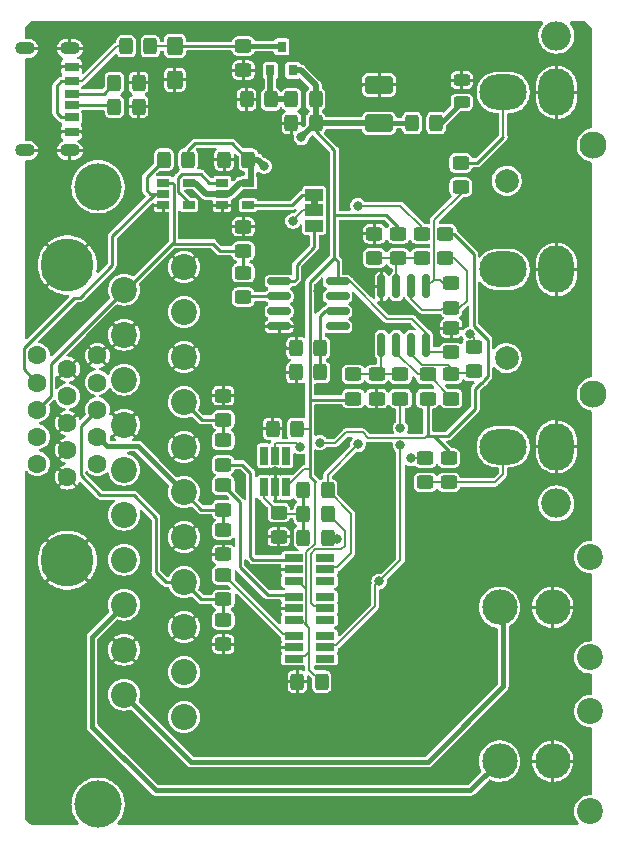
<source format=gbr>
%TF.GenerationSoftware,KiCad,Pcbnew,(6.0.5)*%
%TF.CreationDate,2022-11-10T06:36:34+13:00*%
%TF.ProjectId,RGB-to-component,5247422d-746f-42d6-936f-6d706f6e656e,rev?*%
%TF.SameCoordinates,Original*%
%TF.FileFunction,Copper,L1,Top*%
%TF.FilePolarity,Positive*%
%FSLAX46Y46*%
G04 Gerber Fmt 4.6, Leading zero omitted, Abs format (unit mm)*
G04 Created by KiCad (PCBNEW (6.0.5)) date 2022-11-10 06:36:34*
%MOMM*%
%LPD*%
G01*
G04 APERTURE LIST*
G04 Aperture macros list*
%AMRoundRect*
0 Rectangle with rounded corners*
0 $1 Rounding radius*
0 $2 $3 $4 $5 $6 $7 $8 $9 X,Y pos of 4 corners*
0 Add a 4 corners polygon primitive as box body*
4,1,4,$2,$3,$4,$5,$6,$7,$8,$9,$2,$3,0*
0 Add four circle primitives for the rounded corners*
1,1,$1+$1,$2,$3*
1,1,$1+$1,$4,$5*
1,1,$1+$1,$6,$7*
1,1,$1+$1,$8,$9*
0 Add four rect primitives between the rounded corners*
20,1,$1+$1,$2,$3,$4,$5,0*
20,1,$1+$1,$4,$5,$6,$7,0*
20,1,$1+$1,$6,$7,$8,$9,0*
20,1,$1+$1,$8,$9,$2,$3,0*%
G04 Aperture macros list end*
%TA.AperFunction,SMDPad,CuDef*%
%ADD10R,0.650000X1.560000*%
%TD*%
%TA.AperFunction,SMDPad,CuDef*%
%ADD11R,1.560000X0.650000*%
%TD*%
%TA.AperFunction,SMDPad,CuDef*%
%ADD12RoundRect,0.249999X0.450001X-0.325001X0.450001X0.325001X-0.450001X0.325001X-0.450001X-0.325001X0*%
%TD*%
%TA.AperFunction,SMDPad,CuDef*%
%ADD13RoundRect,0.249999X-0.450001X0.325001X-0.450001X-0.325001X0.450001X-0.325001X0.450001X0.325001X0*%
%TD*%
%TA.AperFunction,SMDPad,CuDef*%
%ADD14RoundRect,0.249999X0.325001X0.450001X-0.325001X0.450001X-0.325001X-0.450001X0.325001X-0.450001X0*%
%TD*%
%TA.AperFunction,SMDPad,CuDef*%
%ADD15R,0.800000X0.900000*%
%TD*%
%TA.AperFunction,SMDPad,CuDef*%
%ADD16RoundRect,0.250000X0.925000X-0.500000X0.925000X0.500000X-0.925000X0.500000X-0.925000X-0.500000X0*%
%TD*%
%TA.AperFunction,ComponentPad*%
%ADD17C,4.000000*%
%TD*%
%TA.AperFunction,ComponentPad*%
%ADD18C,2.200000*%
%TD*%
%TA.AperFunction,ComponentPad*%
%ADD19C,2.000000*%
%TD*%
%TA.AperFunction,ComponentPad*%
%ADD20C,2.300000*%
%TD*%
%TA.AperFunction,ComponentPad*%
%ADD21O,2.500000X2.500000*%
%TD*%
%TA.AperFunction,ComponentPad*%
%ADD22O,4.000000X3.000000*%
%TD*%
%TA.AperFunction,ComponentPad*%
%ADD23O,3.000000X4.000000*%
%TD*%
%TA.AperFunction,SMDPad,CuDef*%
%ADD24R,1.200000X0.700000*%
%TD*%
%TA.AperFunction,SMDPad,CuDef*%
%ADD25R,1.200000X0.760000*%
%TD*%
%TA.AperFunction,SMDPad,CuDef*%
%ADD26R,1.200000X0.800000*%
%TD*%
%TA.AperFunction,ComponentPad*%
%ADD27O,1.700000X1.100000*%
%TD*%
%TA.AperFunction,SMDPad,CuDef*%
%ADD28R,1.060000X0.650000*%
%TD*%
%TA.AperFunction,SMDPad,CuDef*%
%ADD29RoundRect,0.150000X-0.825000X-0.150000X0.825000X-0.150000X0.825000X0.150000X-0.825000X0.150000X0*%
%TD*%
%TA.AperFunction,ComponentPad*%
%ADD30C,1.600000*%
%TD*%
%TA.AperFunction,ComponentPad*%
%ADD31C,4.500000*%
%TD*%
%TA.AperFunction,WasherPad*%
%ADD32C,2.200000*%
%TD*%
%TA.AperFunction,ComponentPad*%
%ADD33O,3.000000X3.000000*%
%TD*%
%TA.AperFunction,SMDPad,CuDef*%
%ADD34RoundRect,0.249999X-0.325001X-0.450001X0.325001X-0.450001X0.325001X0.450001X-0.325001X0.450001X0*%
%TD*%
%TA.AperFunction,SMDPad,CuDef*%
%ADD35RoundRect,0.150000X-0.150000X0.825000X-0.150000X-0.825000X0.150000X-0.825000X0.150000X0.825000X0*%
%TD*%
%TA.AperFunction,SMDPad,CuDef*%
%ADD36R,1.500000X1.000000*%
%TD*%
%TA.AperFunction,SMDPad,CuDef*%
%ADD37RoundRect,0.249999X-0.425001X0.537501X-0.425001X-0.537501X0.425001X-0.537501X0.425001X0.537501X0*%
%TD*%
%TA.AperFunction,SMDPad,CuDef*%
%ADD38RoundRect,0.243750X-0.456250X0.243750X-0.456250X-0.243750X0.456250X-0.243750X0.456250X0.243750X0*%
%TD*%
%TA.AperFunction,ViaPad*%
%ADD39C,0.800000*%
%TD*%
%TA.AperFunction,Conductor*%
%ADD40C,0.150000*%
%TD*%
%TA.AperFunction,Conductor*%
%ADD41C,0.200000*%
%TD*%
%TA.AperFunction,Conductor*%
%ADD42C,0.250000*%
%TD*%
%TA.AperFunction,Conductor*%
%ADD43C,0.400000*%
%TD*%
%TA.AperFunction,Conductor*%
%ADD44C,0.500000*%
%TD*%
G04 APERTURE END LIST*
G36*
X45700000Y-56600000D02*
G01*
X45100000Y-56600000D01*
X45100000Y-56100000D01*
X45700000Y-56100000D01*
X45700000Y-56600000D01*
G37*
D10*
X43050000Y-77750000D03*
X42100000Y-77750000D03*
X41150000Y-77750000D03*
X41150000Y-80450000D03*
X42100000Y-80450000D03*
X43050000Y-80450000D03*
D11*
X46350000Y-94950000D03*
X46350000Y-94000000D03*
X46350000Y-93050000D03*
X43650000Y-93050000D03*
X43650000Y-94000000D03*
X43650000Y-94950000D03*
X46350000Y-91650000D03*
X46350000Y-90700000D03*
X46350000Y-89750000D03*
X43650000Y-89750000D03*
X43650000Y-90700000D03*
X43650000Y-91650000D03*
X46350000Y-88350000D03*
X46350000Y-87400000D03*
X46350000Y-86450000D03*
X43650000Y-86450000D03*
X43650000Y-87400000D03*
X43650000Y-88350000D03*
D12*
X37700000Y-78525000D03*
X37700000Y-76475000D03*
D13*
X37700000Y-80275000D03*
X37700000Y-82325000D03*
X37700000Y-87875000D03*
X37700000Y-89925000D03*
D14*
X45525000Y-47600000D03*
X43475000Y-47600000D03*
X41725000Y-47600000D03*
X39675000Y-47600000D03*
D13*
X37700000Y-91675000D03*
X37700000Y-93725000D03*
D15*
X41696000Y-45142000D03*
X43596000Y-45142000D03*
X42646000Y-43142000D03*
D16*
X50900000Y-49625000D03*
X50900000Y-46375000D03*
D13*
X57800000Y-52975000D03*
X57800000Y-55025000D03*
D12*
X56800000Y-80025000D03*
X56800000Y-77975000D03*
D17*
X27100000Y-107270000D03*
X27100000Y-55000000D03*
D18*
X34380000Y-99905000D03*
X29300000Y-98000000D03*
X34380000Y-96095000D03*
X29300000Y-94190000D03*
X34380000Y-92285000D03*
X29300000Y-90380000D03*
X34380000Y-88475000D03*
X29300000Y-86570000D03*
X34380000Y-84665000D03*
X29300000Y-82760000D03*
X34380000Y-80855000D03*
X29300000Y-78950000D03*
X34380000Y-77045000D03*
X29300000Y-75140000D03*
X34380000Y-73235000D03*
X29300000Y-71330000D03*
X34380000Y-69425000D03*
X29300000Y-67520000D03*
X34380000Y-65615000D03*
X29300000Y-63710000D03*
X34380000Y-61805000D03*
D19*
X61700000Y-54500000D03*
X61700000Y-69500000D03*
D20*
X69044520Y-51466620D03*
D21*
X65900000Y-42200000D03*
D20*
X69044520Y-72533380D03*
D21*
X65900000Y-81800000D03*
D22*
X61400000Y-62000000D03*
X61400000Y-47000000D03*
X61400000Y-77000000D03*
D23*
X65900000Y-47000000D03*
X65900000Y-62000000D03*
X65900000Y-77000000D03*
D13*
X39400000Y-43075000D03*
X39400000Y-45125000D03*
D14*
X45525000Y-49600000D03*
X43475000Y-49600000D03*
X39825000Y-52700000D03*
X37775000Y-52700000D03*
X46025000Y-96900000D03*
X43975000Y-96900000D03*
D13*
X39400000Y-62275000D03*
X39400000Y-64325000D03*
D24*
X24850000Y-47100000D03*
D25*
X24850000Y-49120000D03*
D26*
X24850000Y-50350000D03*
D24*
X24850000Y-48100000D03*
D25*
X24850000Y-46080000D03*
D26*
X24850000Y-44850000D03*
D27*
X24700000Y-43280000D03*
X20900000Y-43280000D03*
X24700000Y-51920000D03*
X20900000Y-51920000D03*
D12*
X39400000Y-60425000D03*
X39400000Y-58375000D03*
D14*
X30525000Y-46200000D03*
X28475000Y-46200000D03*
X30525000Y-48200000D03*
X28475000Y-48200000D03*
D28*
X32600000Y-54650000D03*
X32600000Y-55600000D03*
X32600000Y-56550000D03*
X34800000Y-56550000D03*
X34800000Y-54650000D03*
X37600000Y-54650000D03*
X37600000Y-55600000D03*
X37600000Y-56550000D03*
X39800000Y-56550000D03*
X39800000Y-54650000D03*
D29*
X42425000Y-62995000D03*
X42425000Y-64265000D03*
X42425000Y-65535000D03*
X42425000Y-66805000D03*
X47375000Y-66805000D03*
X47375000Y-65535000D03*
X47375000Y-64265000D03*
X47375000Y-62995000D03*
D30*
X27040000Y-78440000D03*
X27040000Y-76150000D03*
X27040000Y-73860000D03*
X27040000Y-71570000D03*
X27040000Y-69280000D03*
X24500000Y-79580000D03*
X24500000Y-77290000D03*
X24500000Y-75000000D03*
X24500000Y-72710000D03*
D31*
X24500000Y-61620000D03*
D30*
X24500000Y-70420000D03*
D31*
X24500000Y-86620000D03*
D30*
X21960000Y-78440000D03*
X21960000Y-76150000D03*
X21960000Y-73860000D03*
X21960000Y-71570000D03*
X21960000Y-69280000D03*
D14*
X45925000Y-68650000D03*
X43875000Y-68650000D03*
X45925000Y-70700000D03*
X43875000Y-70700000D03*
X34725000Y-52700000D03*
X32675000Y-52700000D03*
D32*
X68750000Y-86350000D03*
X68750000Y-94850000D03*
D33*
X61100000Y-90600000D03*
X65600000Y-90600000D03*
D32*
X68750000Y-99370000D03*
X68750000Y-107870000D03*
D33*
X61100000Y-103620000D03*
X65600000Y-103620000D03*
D34*
X44475000Y-80700000D03*
X46525000Y-80700000D03*
X44475000Y-82700000D03*
X46525000Y-82700000D03*
X44475000Y-84700000D03*
X46525000Y-84700000D03*
D12*
X42400000Y-84625000D03*
X42400000Y-82575000D03*
D13*
X56500000Y-58975000D03*
X56500000Y-61025000D03*
X54500000Y-58975000D03*
X54500000Y-61025000D03*
X52500000Y-58975000D03*
X52500000Y-61025000D03*
X50500000Y-58975000D03*
X50500000Y-61025000D03*
D12*
X57000000Y-65225000D03*
X57000000Y-63175000D03*
X57000000Y-72925000D03*
X57000000Y-70875000D03*
X55000000Y-72925000D03*
X55000000Y-70875000D03*
X52700000Y-72925000D03*
X52700000Y-70875000D03*
X48700000Y-72925000D03*
X48700000Y-70875000D03*
X50700000Y-72925000D03*
X50700000Y-70875000D03*
D13*
X37700000Y-84075000D03*
X37700000Y-86125000D03*
D35*
X54905000Y-63425000D03*
X53635000Y-63425000D03*
X52365000Y-63425000D03*
X51095000Y-63425000D03*
X51095000Y-68375000D03*
X52365000Y-68375000D03*
X53635000Y-68375000D03*
X54905000Y-68375000D03*
D14*
X43925000Y-75500000D03*
X41875000Y-75500000D03*
D36*
X45400000Y-55700000D03*
X45400000Y-57000000D03*
X45400000Y-58300000D03*
D12*
X37700000Y-74725000D03*
X37700000Y-72675000D03*
D37*
X33600000Y-43062500D03*
X33600000Y-45937500D03*
D12*
X57000000Y-69025000D03*
X57000000Y-66975000D03*
D38*
X57900000Y-45962500D03*
X57900000Y-47837500D03*
D34*
X53675000Y-49600000D03*
X55725000Y-49600000D03*
X29475000Y-43100000D03*
X31525000Y-43100000D03*
D13*
X58900000Y-68575000D03*
X58900000Y-70625000D03*
D12*
X54800000Y-80025000D03*
X54800000Y-77975000D03*
D39*
X42100000Y-79100000D03*
X40300000Y-75800000D03*
X51400000Y-83200000D03*
X53800000Y-85800000D03*
X52300000Y-89200000D03*
X50400000Y-92200000D03*
X48200000Y-95100000D03*
X49600000Y-88400000D03*
X51000000Y-86900000D03*
X49600000Y-85100000D03*
X47900000Y-91600000D03*
X48100000Y-88100000D03*
X42000000Y-93800000D03*
X42000000Y-90600000D03*
X42100000Y-87600000D03*
X50900000Y-88400000D03*
X47350500Y-84800000D03*
X44200000Y-77000000D03*
X45867649Y-76649117D03*
X44312500Y-50812500D03*
X41153970Y-53246029D03*
X29700000Y-44500000D03*
X33000000Y-87100000D03*
X45800000Y-79000000D03*
X50700000Y-55500000D03*
X49900000Y-69600000D03*
X50700000Y-77700000D03*
X48200000Y-60800000D03*
X63500000Y-94800000D03*
X56200000Y-100200000D03*
X50700000Y-74400000D03*
X48100000Y-48500000D03*
X45400000Y-61500000D03*
X36200000Y-102100000D03*
X47300000Y-68000000D03*
X42100000Y-49700000D03*
X37800000Y-62500000D03*
X53800000Y-81500000D03*
X40800000Y-62200000D03*
X45700000Y-63800000D03*
X60200000Y-100900000D03*
X42800000Y-61100000D03*
X27700000Y-79900000D03*
X55200000Y-105000000D03*
X44500000Y-108500000D03*
X47550000Y-77300000D03*
X27700000Y-84700000D03*
X32500000Y-77100000D03*
X46200000Y-54200000D03*
X25400000Y-93800000D03*
X59300000Y-75100000D03*
X32100000Y-98400000D03*
X22700000Y-54600000D03*
X43400000Y-104600000D03*
X30800000Y-84600000D03*
X54500000Y-107200000D03*
X58300000Y-78900000D03*
X36600000Y-107700000D03*
X43500000Y-101900000D03*
X52500000Y-102300000D03*
X41700000Y-54600000D03*
X57400000Y-57400000D03*
X40900000Y-85500000D03*
X37700000Y-45400000D03*
X28600000Y-73100000D03*
X57600000Y-76500000D03*
X48300000Y-58900000D03*
X36300000Y-42100000D03*
X42400000Y-71300000D03*
X47700000Y-50800000D03*
X32100000Y-57800000D03*
X24200000Y-57500000D03*
X26400000Y-50900000D03*
X40900000Y-58000000D03*
X48600000Y-79750000D03*
X37900000Y-47500000D03*
X54700000Y-56800000D03*
X25600000Y-101200000D03*
X33100000Y-82800000D03*
X53800000Y-74200000D03*
X40700000Y-65800000D03*
X56300000Y-74600000D03*
X28155027Y-88554594D03*
X44200000Y-66900000D03*
X46100000Y-72100000D03*
X36300000Y-79400000D03*
X29800000Y-105900000D03*
X51900000Y-80500000D03*
X44100000Y-64000000D03*
X29200000Y-51900000D03*
X44500000Y-59500000D03*
X48100000Y-54200000D03*
X59500000Y-107300000D03*
X31900000Y-80700000D03*
X39100000Y-79800000D03*
X31500000Y-103000000D03*
X36300000Y-86600000D03*
X48300000Y-69600000D03*
X32400000Y-89900000D03*
X32300000Y-48500000D03*
X50700000Y-79600000D03*
X42500000Y-68300000D03*
X36300000Y-104900000D03*
X53200000Y-43900000D03*
X46300000Y-74150000D03*
X48900000Y-44000000D03*
X40300000Y-73400000D03*
X36400000Y-52400000D03*
X36100000Y-44200000D03*
X37700000Y-58000000D03*
X59900000Y-95000000D03*
X46300000Y-59600000D03*
X28000000Y-42200000D03*
X28600000Y-100400000D03*
X53600000Y-78000000D03*
X43600000Y-57900000D03*
X58600000Y-67500000D03*
X49100000Y-56600000D03*
X49100000Y-76800000D03*
X52700000Y-75400000D03*
X52700000Y-76900000D03*
D40*
X50900000Y-88400000D02*
X52700000Y-86600000D01*
X47250500Y-84700000D02*
X47350500Y-84800000D01*
X50550000Y-88750000D02*
X50900000Y-88400000D01*
X46525000Y-84700000D02*
X47250500Y-84700000D01*
D41*
X47700000Y-85700000D02*
X48000000Y-85400000D01*
X48000000Y-85400000D02*
X48000000Y-84175000D01*
X45495978Y-85700000D02*
X47700000Y-85700000D01*
X48000000Y-84175000D02*
X46525000Y-82700000D01*
X45100000Y-90230000D02*
X45100000Y-86095978D01*
X45370000Y-90500000D02*
X45100000Y-90230000D01*
X45100000Y-86095978D02*
X45495978Y-85700000D01*
X46350000Y-90500000D02*
X45370000Y-90500000D01*
X48500000Y-82675000D02*
X46525000Y-80700000D01*
X48500000Y-86030000D02*
X48500000Y-82675000D01*
X47330000Y-87200000D02*
X48500000Y-86030000D01*
X46350000Y-87200000D02*
X47330000Y-87200000D01*
X45500000Y-85200000D02*
X45500000Y-80000000D01*
X44745000Y-85955000D02*
X45500000Y-85200000D01*
X44745000Y-89045000D02*
X44745000Y-85955000D01*
X44700000Y-92045000D02*
X45000000Y-92345000D01*
X44700000Y-89045000D02*
X44700000Y-92045000D01*
X43784511Y-88150000D02*
X44679511Y-89045000D01*
X43650000Y-88150000D02*
X43784511Y-88150000D01*
D40*
X47280000Y-93800000D02*
X46350000Y-93800000D01*
X50550000Y-90530000D02*
X47280000Y-93800000D01*
X50550000Y-88750000D02*
X50550000Y-90530000D01*
D41*
X45000000Y-95875000D02*
X46025000Y-96900000D01*
X45000000Y-94380000D02*
X45000000Y-95875000D01*
X44105000Y-91450000D02*
X43650000Y-91450000D01*
X45000000Y-92345000D02*
X44105000Y-91450000D01*
X44630000Y-94750000D02*
X45000000Y-94380000D01*
X43650000Y-94750000D02*
X44630000Y-94750000D01*
X45000000Y-94380000D02*
X45000000Y-92345000D01*
X37775000Y-87875000D02*
X42750000Y-92850000D01*
X42750000Y-92850000D02*
X43650000Y-92850000D01*
X37700000Y-87875000D02*
X37775000Y-87875000D01*
D42*
X41450000Y-89550000D02*
X43650000Y-89550000D01*
X39100000Y-87200000D02*
X41450000Y-89550000D01*
X43325489Y-86574511D02*
X43650000Y-86250000D01*
X40224511Y-86574511D02*
X43325489Y-86574511D01*
X40000000Y-86350000D02*
X40224511Y-86574511D01*
D41*
X42100000Y-76770000D02*
X42100000Y-77750000D01*
X44100000Y-77000000D02*
X43820489Y-76720489D01*
X43820489Y-76720489D02*
X42149511Y-76720489D01*
X42149511Y-76720489D02*
X42100000Y-76770000D01*
X44200000Y-77000000D02*
X44100000Y-77000000D01*
X45918532Y-76700000D02*
X45867649Y-76649117D01*
X48100000Y-75800000D02*
X47200000Y-76700000D01*
X47200000Y-76700000D02*
X45918532Y-76700000D01*
X49500000Y-75800000D02*
X48100000Y-75800000D01*
X49950489Y-76250489D02*
X49500000Y-75800000D01*
X55000000Y-76000000D02*
X54749511Y-76250489D01*
X54749511Y-76250489D02*
X49950489Y-76250489D01*
X43925000Y-75500000D02*
X45000000Y-75500000D01*
D42*
X45024990Y-75524990D02*
X45024990Y-77975010D01*
D41*
X45000000Y-75500000D02*
X45024990Y-75524990D01*
D42*
X45024990Y-73024990D02*
X45024990Y-75524990D01*
D41*
X44575010Y-78924990D02*
X45024990Y-78924990D01*
D42*
X45024990Y-78924990D02*
X45024990Y-79524990D01*
X45024990Y-77975010D02*
X45024990Y-78924990D01*
D41*
X43050000Y-80450000D02*
X44575010Y-78924990D01*
X41150000Y-81325000D02*
X41150000Y-80450000D01*
X42400000Y-82575000D02*
X41150000Y-81325000D01*
D42*
X40000000Y-86350000D02*
X40000000Y-79200000D01*
X39325000Y-78525000D02*
X37700000Y-78525000D01*
X40000000Y-79200000D02*
X39325000Y-78525000D01*
X37700000Y-74725000D02*
X35870000Y-74725000D01*
X37700000Y-76475000D02*
X37700000Y-74725000D01*
X35870000Y-74725000D02*
X34380000Y-73235000D01*
X39100000Y-81675000D02*
X39100000Y-87200000D01*
X37700000Y-80275000D02*
X39100000Y-81675000D01*
D43*
X34380000Y-80855000D02*
X30474999Y-76949999D01*
D42*
X35850000Y-82325000D02*
X34380000Y-80855000D01*
X37700000Y-82325000D02*
X35850000Y-82325000D01*
D43*
X27839999Y-76949999D02*
X30349999Y-76949999D01*
X30474999Y-76949999D02*
X30349999Y-76949999D01*
X30349999Y-76949999D02*
X30449999Y-76949999D01*
X27040000Y-76150000D02*
X27839999Y-76949999D01*
D42*
X37700000Y-84075000D02*
X37700000Y-82325000D01*
X27300000Y-81100000D02*
X25625001Y-79425001D01*
X25625001Y-75274999D02*
X27040000Y-73860000D01*
X34380000Y-88475000D02*
X32824366Y-88475000D01*
X35830000Y-89925000D02*
X34380000Y-88475000D01*
X32000000Y-83000000D02*
X30100000Y-81100000D01*
X25625001Y-79425001D02*
X25625001Y-75274999D01*
X37700000Y-91675000D02*
X37700000Y-89925000D01*
X37700000Y-89925000D02*
X35830000Y-89925000D01*
X32824366Y-88475000D02*
X32000000Y-87650634D01*
X32000000Y-87650634D02*
X32000000Y-83000000D01*
X30100000Y-81100000D02*
X27300000Y-81100000D01*
X47100000Y-61000000D02*
X47375000Y-61275000D01*
D41*
X47375000Y-62995000D02*
X48395000Y-62995000D01*
X51600000Y-66200000D02*
X53705000Y-66200000D01*
D44*
X38200000Y-55600000D02*
X37390000Y-55600000D01*
X35010000Y-54650000D02*
X35295000Y-54650000D01*
D41*
X56925000Y-68950000D02*
X57000000Y-69025000D01*
D42*
X45024990Y-79524990D02*
X45500000Y-80000000D01*
D44*
X40607941Y-52700000D02*
X40753971Y-52846030D01*
D41*
X48395000Y-62995000D02*
X51600000Y-66200000D01*
D44*
X35295000Y-54650000D02*
X36245000Y-55600000D01*
X39150000Y-54650000D02*
X38200000Y-55600000D01*
X45525000Y-46800000D02*
X45525000Y-47600000D01*
D42*
X45525000Y-49600000D02*
X45525000Y-50300000D01*
X45024990Y-73024990D02*
X48600010Y-73024990D01*
X34725000Y-51900000D02*
X35325000Y-51300000D01*
D41*
X53705000Y-66200000D02*
X54905000Y-67400000D01*
D42*
X47100000Y-57400000D02*
X47100000Y-61000000D01*
D41*
X54905000Y-67400000D02*
X54905000Y-68375000D01*
D44*
X39825000Y-52700000D02*
X40607941Y-52700000D01*
D42*
X38425000Y-51300000D02*
X39825000Y-52700000D01*
X52500000Y-58400000D02*
X51500000Y-57400000D01*
D44*
X36245000Y-55600000D02*
X36530000Y-55600000D01*
X45525000Y-49600000D02*
X50700000Y-49600000D01*
X43596000Y-45142000D02*
X44246000Y-45142000D01*
X45525000Y-49600000D02*
X44312500Y-50812500D01*
X36530000Y-55600000D02*
X37390000Y-55600000D01*
D42*
X51500000Y-57400000D02*
X47100000Y-57400000D01*
D43*
X50925000Y-49600000D02*
X50900000Y-49625000D01*
D44*
X40010000Y-52885000D02*
X39825000Y-52700000D01*
D42*
X54975000Y-68950000D02*
X54975000Y-67975000D01*
X34725000Y-52700000D02*
X34725000Y-51900000D01*
D44*
X40010000Y-54650000D02*
X39150000Y-54650000D01*
D42*
X45024990Y-63075010D02*
X45024990Y-73024990D01*
D44*
X44246000Y-45142000D02*
X45525000Y-46421000D01*
X45525000Y-47600000D02*
X45525000Y-49600000D01*
D42*
X47100000Y-51875000D02*
X47100000Y-57400000D01*
X48600010Y-73024990D02*
X48700000Y-72925000D01*
D41*
X54975000Y-68950000D02*
X56925000Y-68950000D01*
D42*
X35325000Y-51300000D02*
X38425000Y-51300000D01*
D44*
X50700000Y-49600000D02*
X50900000Y-49400000D01*
D42*
X45525000Y-50300000D02*
X47100000Y-51875000D01*
D44*
X45525000Y-46421000D02*
X45525000Y-46800000D01*
D42*
X52500000Y-58975000D02*
X52500000Y-58400000D01*
X47375000Y-61275000D02*
X47375000Y-62995000D01*
D44*
X40753971Y-52846030D02*
X41153970Y-53246029D01*
X40010000Y-54650000D02*
X40010000Y-52885000D01*
D43*
X53675000Y-49600000D02*
X50925000Y-49600000D01*
D42*
X47100000Y-61000000D02*
X45024990Y-63075010D01*
D44*
X43475000Y-47600000D02*
X41725000Y-47600000D01*
X41696000Y-45142000D02*
X41696000Y-47571000D01*
X41696000Y-47571000D02*
X41725000Y-47600000D01*
D42*
X36625000Y-43075000D02*
X39400000Y-43075000D01*
D41*
X36625000Y-43075000D02*
X36612500Y-43062500D01*
X31525000Y-43100000D02*
X33562500Y-43100000D01*
D43*
X39400000Y-43075000D02*
X42579000Y-43075000D01*
X42579000Y-43075000D02*
X42646000Y-43142000D01*
D41*
X33562500Y-43100000D02*
X33600000Y-43062500D01*
D42*
X33612500Y-43075000D02*
X33600000Y-43062500D01*
X36600000Y-43075000D02*
X33612500Y-43075000D01*
X42385000Y-64225000D02*
X42425000Y-64265000D01*
X42425000Y-64265000D02*
X39460000Y-64265000D01*
X39460000Y-64265000D02*
X39400000Y-64325000D01*
X33350000Y-54650000D02*
X33500000Y-54800000D01*
X21960000Y-73860000D02*
X23085001Y-72734999D01*
X32390000Y-54650000D02*
X33350000Y-54650000D01*
X39400000Y-62275000D02*
X39400000Y-60425000D01*
X29490000Y-63710000D02*
X33500000Y-59700000D01*
X33500000Y-59700000D02*
X33400000Y-59800000D01*
X29344366Y-63710000D02*
X29490000Y-63710000D01*
X23085001Y-69969365D02*
X29344366Y-63710000D01*
X36800000Y-59800000D02*
X37425000Y-60425000D01*
X37425000Y-60425000D02*
X39400000Y-60425000D01*
X23085001Y-72734999D02*
X23085001Y-69969365D01*
X33400000Y-59800000D02*
X36800000Y-59800000D01*
X33500000Y-54800000D02*
X33500000Y-59700000D01*
X31530000Y-55600000D02*
X31200000Y-55270000D01*
X25100000Y-64400000D02*
X25531002Y-64400000D01*
X21960000Y-71570000D02*
X20834999Y-70444999D01*
X28300000Y-59200000D02*
X31900000Y-55600000D01*
X20834999Y-68665001D02*
X25100000Y-64400000D01*
X28300000Y-61631002D02*
X28300000Y-59200000D01*
X31200000Y-54175000D02*
X32675000Y-52700000D01*
X20834999Y-70444999D02*
X20834999Y-68665001D01*
X32390000Y-55600000D02*
X31530000Y-55600000D01*
X31200000Y-55270000D02*
X31200000Y-54175000D01*
X31900000Y-55600000D02*
X32390000Y-55600000D01*
X25531002Y-64400000D02*
X28300000Y-61631002D01*
X42425000Y-62995000D02*
X43705000Y-62995000D01*
X43900000Y-61625000D02*
X45400000Y-60125000D01*
X45400000Y-60125000D02*
X45400000Y-58300000D01*
X43705000Y-62995000D02*
X43900000Y-62800000D01*
X43900000Y-62800000D02*
X43900000Y-61625000D01*
D41*
X43600000Y-57850000D02*
X43600000Y-57900000D01*
X54800000Y-77975000D02*
X53625000Y-77975000D01*
X44450000Y-57000000D02*
X43600000Y-57850000D01*
X53625000Y-77975000D02*
X53600000Y-78000000D01*
X45400000Y-57000000D02*
X44450000Y-57000000D01*
D42*
X40010000Y-56550000D02*
X41450000Y-56550000D01*
X45400000Y-55700000D02*
X44400000Y-55700000D01*
X44400000Y-55700000D02*
X43550000Y-56550000D01*
X43550000Y-56550000D02*
X41450000Y-56550000D01*
X28375000Y-48100000D02*
X28475000Y-48200000D01*
X24850000Y-48100000D02*
X28375000Y-48100000D01*
X24850000Y-47100000D02*
X27575000Y-47100000D01*
X27575000Y-47100000D02*
X28475000Y-46200000D01*
X33900000Y-55440000D02*
X33900000Y-54239998D01*
X33900000Y-54239998D02*
X34239998Y-53900000D01*
X35780000Y-53900000D02*
X36530000Y-54650000D01*
X35010000Y-56550000D02*
X33900000Y-55440000D01*
X36530000Y-54650000D02*
X37390000Y-54650000D01*
X34239998Y-53900000D02*
X35780000Y-53900000D01*
X45925000Y-65910000D02*
X46300000Y-65535000D01*
X46300000Y-65535000D02*
X47375000Y-65535000D01*
X45925000Y-70700000D02*
X45925000Y-65910000D01*
D43*
X26600000Y-93080000D02*
X29300000Y-90380000D01*
X26600000Y-100700000D02*
X26600000Y-93080000D01*
X58620000Y-106100000D02*
X32000000Y-106100000D01*
X61100000Y-103620000D02*
X58620000Y-106100000D01*
X32000000Y-106100000D02*
X26600000Y-100700000D01*
X35000000Y-103700000D02*
X55000000Y-103700000D01*
X29300000Y-98000000D02*
X35000000Y-103700000D01*
X61400000Y-97300000D02*
X61400000Y-90600000D01*
X55000000Y-103700000D02*
X61400000Y-97300000D01*
D41*
X58900000Y-68575000D02*
X58900000Y-67800000D01*
X58900000Y-67800000D02*
X58600000Y-67500000D01*
D40*
X60675000Y-80025000D02*
X61400000Y-79300000D01*
D41*
X54800000Y-80025000D02*
X60675000Y-80025000D01*
D40*
X61400000Y-79300000D02*
X61400000Y-77000000D01*
X61400000Y-50750000D02*
X61400000Y-47000000D01*
D42*
X59175000Y-52975000D02*
X57800000Y-52975000D01*
X61400000Y-50750000D02*
X59175000Y-52975000D01*
D41*
X46525000Y-79375000D02*
X49100000Y-76800000D01*
X54500000Y-58400000D02*
X54500000Y-58975000D01*
X46525000Y-80700000D02*
X46525000Y-79375000D01*
X52700000Y-56600000D02*
X54500000Y-58400000D01*
X49100000Y-56600000D02*
X52700000Y-56600000D01*
X42525000Y-82700000D02*
X44475000Y-82700000D01*
D42*
X44475000Y-84700000D02*
X44475000Y-80700000D01*
D41*
X42400000Y-82575000D02*
X42525000Y-82700000D01*
D40*
X46525000Y-84700000D02*
X46400972Y-84824028D01*
D41*
X52700000Y-86600000D02*
X52700000Y-76900000D01*
X52700000Y-75400000D02*
X52700000Y-72925000D01*
D42*
X58900000Y-60675000D02*
X57200000Y-58975000D01*
X56700000Y-76100000D02*
X59024999Y-73775001D01*
X60100000Y-71034998D02*
X60100000Y-67965002D01*
X56800000Y-77400000D02*
X56800000Y-77975000D01*
X58900000Y-66765002D02*
X58900000Y-60675000D01*
X54900000Y-76100000D02*
X55000000Y-76000000D01*
X56500000Y-59075000D02*
X56575000Y-59075000D01*
X59559988Y-71575010D02*
X59567470Y-71575010D01*
X59875010Y-71267470D02*
X59875010Y-71259988D01*
X60100000Y-67965002D02*
X58900000Y-66765002D01*
X54900000Y-76100000D02*
X55500000Y-76100000D01*
X57200000Y-58975000D02*
X56500000Y-58975000D01*
X59024999Y-72109999D02*
X59559988Y-71575010D01*
X55500000Y-76100000D02*
X56700000Y-76100000D01*
X59875010Y-71259988D02*
X60100000Y-71034998D01*
X59567470Y-71575010D02*
X59875010Y-71267470D01*
X55500000Y-76100000D02*
X56800000Y-77400000D01*
X55000000Y-76000000D02*
X55000000Y-72925000D01*
X59024999Y-73775001D02*
X59024999Y-72109999D01*
D40*
X52365000Y-63425000D02*
X52365000Y-61160000D01*
D41*
X53800000Y-61025000D02*
X54500000Y-61025000D01*
D40*
X52365000Y-61160000D02*
X52500000Y-61025000D01*
D41*
X50500000Y-61025000D02*
X54500000Y-61025000D01*
X54300000Y-70875000D02*
X55000000Y-70875000D01*
X52365000Y-69057876D02*
X54182124Y-70875000D01*
X54182124Y-70875000D02*
X55000000Y-70875000D01*
X57000000Y-72925000D02*
X57000000Y-72875000D01*
X52365000Y-68375000D02*
X52365000Y-69057876D01*
X57000000Y-72875000D02*
X55000000Y-70875000D01*
X48700000Y-70875000D02*
X49400000Y-70875000D01*
X50625000Y-70875000D02*
X52700000Y-70875000D01*
X53025000Y-70550000D02*
X52700000Y-70875000D01*
X51095000Y-70480000D02*
X50700000Y-70875000D01*
X51095000Y-68375000D02*
X51095000Y-70480000D01*
X49400000Y-70875000D02*
X50625000Y-70875000D01*
X50700000Y-70875000D02*
X50625000Y-70875000D01*
X56300000Y-63175000D02*
X56025010Y-62900010D01*
D40*
X57800000Y-55025000D02*
X57575000Y-55025000D01*
D41*
X57000000Y-63175000D02*
X56300000Y-63175000D01*
D40*
X55499990Y-62900010D02*
X54975000Y-63425000D01*
D41*
X55549990Y-62900010D02*
X55549990Y-57850010D01*
X57800000Y-55600000D02*
X57800000Y-55025000D01*
X56025010Y-62900010D02*
X55549990Y-62900010D01*
D40*
X55549990Y-62900010D02*
X55499990Y-62900010D01*
D41*
X55549990Y-57850010D02*
X57800000Y-55600000D01*
X57150000Y-70725000D02*
X57000000Y-70875000D01*
X53635000Y-68375000D02*
X53635000Y-69185000D01*
X58900000Y-70725000D02*
X57150000Y-70725000D01*
X57000000Y-70300000D02*
X57000000Y-70875000D01*
X54325000Y-69875000D02*
X54499990Y-70049990D01*
X54499990Y-70049990D02*
X56749990Y-70049990D01*
X53635000Y-69185000D02*
X54499990Y-70049990D01*
X56749990Y-70049990D02*
X57000000Y-70300000D01*
X57200000Y-61025000D02*
X56500000Y-61025000D01*
D40*
X56099990Y-65425010D02*
X56300000Y-65225000D01*
D41*
X57000000Y-65225000D02*
X57700000Y-65225000D01*
D40*
X56300000Y-65225000D02*
X57000000Y-65225000D01*
D41*
X58300000Y-62125000D02*
X57200000Y-61025000D01*
D40*
X53635000Y-64510000D02*
X54550010Y-65425010D01*
D41*
X57700000Y-65225000D02*
X58300000Y-64625000D01*
D40*
X54550010Y-65425010D02*
X56099990Y-65425010D01*
D41*
X58300000Y-64625000D02*
X58300000Y-62125000D01*
D40*
X53635000Y-63425000D02*
X53635000Y-64510000D01*
D43*
X55725000Y-49600000D02*
X56137500Y-49600000D01*
X56137500Y-49600000D02*
X57900000Y-47837500D01*
D42*
X24850000Y-49120000D02*
X24000000Y-49120000D01*
X23600000Y-46480000D02*
X24000000Y-46080000D01*
X24000000Y-46080000D02*
X24850000Y-46080000D01*
X23600000Y-48720000D02*
X23600000Y-46480000D01*
D41*
X24850000Y-46080000D02*
X25720000Y-46080000D01*
D42*
X24000000Y-49120000D02*
X23600000Y-48720000D01*
D41*
X28700000Y-43100000D02*
X29475000Y-43100000D01*
X25720000Y-46080000D02*
X28700000Y-43100000D01*
%TA.AperFunction,Conductor*%
G36*
X64719523Y-41020002D02*
G01*
X64766016Y-41073658D01*
X64776120Y-41143932D01*
X64748767Y-41205976D01*
X64647380Y-41329407D01*
X64644838Y-41333775D01*
X64576554Y-41451099D01*
X64524302Y-41540876D01*
X64436617Y-41769303D01*
X64386582Y-42008811D01*
X64386353Y-42013861D01*
X64386352Y-42013866D01*
X64383425Y-42078323D01*
X64375482Y-42253237D01*
X64376063Y-42258257D01*
X64376063Y-42258261D01*
X64387141Y-42354000D01*
X64403605Y-42496294D01*
X64404984Y-42501168D01*
X64404985Y-42501172D01*
X64448243Y-42654042D01*
X64470226Y-42731728D01*
X64472360Y-42736303D01*
X64472362Y-42736310D01*
X64528856Y-42857461D01*
X64573632Y-42953482D01*
X64711161Y-43155851D01*
X64714638Y-43159528D01*
X64714643Y-43159534D01*
X64809333Y-43259665D01*
X64879277Y-43333628D01*
X64883303Y-43336706D01*
X64883304Y-43336707D01*
X65069633Y-43479167D01*
X65069637Y-43479170D01*
X65073653Y-43482240D01*
X65078111Y-43484630D01*
X65078112Y-43484631D01*
X65203488Y-43551857D01*
X65289289Y-43597863D01*
X65520637Y-43677522D01*
X65525620Y-43678383D01*
X65525625Y-43678384D01*
X65684486Y-43705824D01*
X65761745Y-43719169D01*
X65765702Y-43719349D01*
X65765705Y-43719349D01*
X65789637Y-43720436D01*
X65789656Y-43720436D01*
X65791056Y-43720500D01*
X65961485Y-43720500D01*
X65963993Y-43720298D01*
X65963998Y-43720298D01*
X66138848Y-43706230D01*
X66138852Y-43706229D01*
X66143890Y-43705824D01*
X66148798Y-43704618D01*
X66148801Y-43704618D01*
X66376592Y-43648667D01*
X66381506Y-43647460D01*
X66386158Y-43645485D01*
X66386162Y-43645484D01*
X66602076Y-43553834D01*
X66606734Y-43551857D01*
X66683806Y-43503322D01*
X66809500Y-43424168D01*
X66809503Y-43424166D01*
X66813779Y-43421473D01*
X66913420Y-43333628D01*
X66993518Y-43263013D01*
X66993521Y-43263010D01*
X66997315Y-43259665D01*
X67000526Y-43255756D01*
X67149412Y-43074499D01*
X67149414Y-43074496D01*
X67152620Y-43070593D01*
X67220780Y-42953482D01*
X67273156Y-42863492D01*
X67273157Y-42863490D01*
X67275698Y-42859124D01*
X67292166Y-42816224D01*
X67361568Y-42635426D01*
X67361569Y-42635423D01*
X67363383Y-42630697D01*
X67413418Y-42391189D01*
X67424518Y-42146763D01*
X67396395Y-41903706D01*
X67359767Y-41774263D01*
X67331152Y-41673141D01*
X67331151Y-41673139D01*
X67329774Y-41668272D01*
X67327640Y-41663697D01*
X67327638Y-41663690D01*
X67228504Y-41451099D01*
X67226368Y-41446518D01*
X67088839Y-41244149D01*
X67058979Y-41212573D01*
X67026707Y-41149335D01*
X67033747Y-41078688D01*
X67077864Y-41023063D01*
X67150527Y-41000000D01*
X68347810Y-41000000D01*
X68415931Y-41020002D01*
X68436905Y-41036905D01*
X68863095Y-41463095D01*
X68897121Y-41525407D01*
X68900000Y-41552190D01*
X68900000Y-49939178D01*
X68879998Y-50007299D01*
X68826342Y-50053792D01*
X68804126Y-50060637D01*
X68804315Y-50061366D01*
X68570979Y-50121928D01*
X68437023Y-50182271D01*
X68356044Y-50218749D01*
X68356041Y-50218750D01*
X68351183Y-50220939D01*
X68346759Y-50223918D01*
X68346758Y-50223918D01*
X68344068Y-50225729D01*
X68151211Y-50355568D01*
X68147354Y-50359247D01*
X68147352Y-50359249D01*
X68096723Y-50407547D01*
X67976782Y-50521965D01*
X67973599Y-50526243D01*
X67962561Y-50541079D01*
X67832882Y-50715373D01*
X67830466Y-50720124D01*
X67830464Y-50720128D01*
X67726122Y-50925354D01*
X67723627Y-50930261D01*
X67652141Y-51160486D01*
X67651440Y-51165773D01*
X67651440Y-51165774D01*
X67634594Y-51292879D01*
X67620467Y-51399463D01*
X67620667Y-51404793D01*
X67620667Y-51404794D01*
X67621641Y-51430733D01*
X67629510Y-51640361D01*
X67632904Y-51656538D01*
X67675599Y-51860015D01*
X67679014Y-51876292D01*
X67767561Y-52100508D01*
X67892621Y-52306600D01*
X67896118Y-52310630D01*
X68023762Y-52457727D01*
X68050616Y-52488674D01*
X68054742Y-52492057D01*
X68054746Y-52492061D01*
X68141384Y-52563099D01*
X68237031Y-52641524D01*
X68241667Y-52644163D01*
X68241670Y-52644165D01*
X68343070Y-52701885D01*
X68446534Y-52760780D01*
X68673135Y-52843033D01*
X68796421Y-52865326D01*
X68859895Y-52897130D01*
X68896098Y-52958202D01*
X68900000Y-52989315D01*
X68900000Y-71005938D01*
X68879998Y-71074059D01*
X68826342Y-71120552D01*
X68804126Y-71127397D01*
X68804315Y-71128126D01*
X68570979Y-71188688D01*
X68434614Y-71250116D01*
X68356044Y-71285509D01*
X68356041Y-71285510D01*
X68351183Y-71287699D01*
X68151211Y-71422328D01*
X68147354Y-71426007D01*
X68147352Y-71426009D01*
X68122196Y-71450007D01*
X67976782Y-71588725D01*
X67973599Y-71593003D01*
X67952486Y-71621380D01*
X67832882Y-71782133D01*
X67830466Y-71786884D01*
X67830464Y-71786888D01*
X67728502Y-71987432D01*
X67723627Y-71997021D01*
X67652141Y-72227246D01*
X67651440Y-72232533D01*
X67651440Y-72232534D01*
X67634594Y-72359639D01*
X67620467Y-72466223D01*
X67620667Y-72471553D01*
X67620667Y-72471554D01*
X67623767Y-72554145D01*
X67629510Y-72707121D01*
X67637034Y-72742978D01*
X67672048Y-72909851D01*
X67679014Y-72943052D01*
X67767561Y-73167268D01*
X67892621Y-73373360D01*
X67896118Y-73377390D01*
X68025500Y-73526490D01*
X68050616Y-73555434D01*
X68054742Y-73558817D01*
X68054746Y-73558821D01*
X68173716Y-73656369D01*
X68237031Y-73708284D01*
X68241667Y-73710923D01*
X68241670Y-73710925D01*
X68331196Y-73761886D01*
X68446534Y-73827540D01*
X68673135Y-73909793D01*
X68796421Y-73932086D01*
X68859895Y-73963890D01*
X68896098Y-74024962D01*
X68900000Y-74056075D01*
X68900000Y-84869960D01*
X68879998Y-84938081D01*
X68826342Y-84984574D01*
X68763018Y-84995480D01*
X68750000Y-84994341D01*
X68744525Y-84994820D01*
X68744522Y-84994820D01*
X68676952Y-85000732D01*
X68514592Y-85014937D01*
X68509278Y-85016361D01*
X68509277Y-85016361D01*
X68291647Y-85074674D01*
X68291645Y-85074675D01*
X68286337Y-85076097D01*
X68281357Y-85078419D01*
X68281355Y-85078420D01*
X68077152Y-85173642D01*
X68077149Y-85173644D01*
X68072171Y-85175965D01*
X67878599Y-85311505D01*
X67711505Y-85478599D01*
X67575965Y-85672171D01*
X67573644Y-85677149D01*
X67573642Y-85677152D01*
X67483270Y-85870955D01*
X67476097Y-85886337D01*
X67474675Y-85891645D01*
X67474674Y-85891647D01*
X67418484Y-86101355D01*
X67414937Y-86114592D01*
X67394341Y-86350000D01*
X67414937Y-86585408D01*
X67416361Y-86590722D01*
X67416361Y-86590723D01*
X67473026Y-86802200D01*
X67476097Y-86813663D01*
X67478419Y-86818643D01*
X67478420Y-86818645D01*
X67568102Y-87010966D01*
X67575965Y-87027829D01*
X67711505Y-87221401D01*
X67878599Y-87388495D01*
X67883107Y-87391652D01*
X67883110Y-87391654D01*
X68062988Y-87517606D01*
X68072170Y-87524035D01*
X68077152Y-87526358D01*
X68077157Y-87526361D01*
X68257697Y-87610548D01*
X68286337Y-87623903D01*
X68291645Y-87625325D01*
X68291647Y-87625326D01*
X68509277Y-87683639D01*
X68514592Y-87685063D01*
X68659473Y-87697739D01*
X68744522Y-87705180D01*
X68744525Y-87705180D01*
X68750000Y-87705659D01*
X68763018Y-87704520D01*
X68832623Y-87718508D01*
X68883615Y-87767907D01*
X68900000Y-87830040D01*
X68900000Y-93369960D01*
X68879998Y-93438081D01*
X68826342Y-93484574D01*
X68763018Y-93495480D01*
X68750000Y-93494341D01*
X68744525Y-93494820D01*
X68744522Y-93494820D01*
X68659473Y-93502261D01*
X68514592Y-93514937D01*
X68509278Y-93516361D01*
X68509277Y-93516361D01*
X68291647Y-93574674D01*
X68291645Y-93574675D01*
X68286337Y-93576097D01*
X68281357Y-93578419D01*
X68281355Y-93578420D01*
X68077152Y-93673642D01*
X68077149Y-93673644D01*
X68072171Y-93675965D01*
X67878599Y-93811505D01*
X67711505Y-93978599D01*
X67575965Y-94172171D01*
X67573644Y-94177149D01*
X67573642Y-94177152D01*
X67490364Y-94355741D01*
X67476097Y-94386337D01*
X67474675Y-94391645D01*
X67474674Y-94391647D01*
X67417102Y-94606513D01*
X67414937Y-94614592D01*
X67394341Y-94850000D01*
X67414937Y-95085408D01*
X67476097Y-95313663D01*
X67478419Y-95318643D01*
X67478420Y-95318645D01*
X67569231Y-95513387D01*
X67575965Y-95527829D01*
X67711505Y-95721401D01*
X67878599Y-95888495D01*
X67883107Y-95891652D01*
X67883110Y-95891654D01*
X68067661Y-96020878D01*
X68072170Y-96024035D01*
X68077152Y-96026358D01*
X68077157Y-96026361D01*
X68281355Y-96121580D01*
X68286337Y-96123903D01*
X68291645Y-96125325D01*
X68291647Y-96125326D01*
X68302116Y-96128131D01*
X68514592Y-96185063D01*
X68659473Y-96197739D01*
X68744522Y-96205180D01*
X68744525Y-96205180D01*
X68750000Y-96205659D01*
X68763018Y-96204520D01*
X68832623Y-96218508D01*
X68883615Y-96267907D01*
X68900000Y-96330040D01*
X68900000Y-97889960D01*
X68879998Y-97958081D01*
X68826342Y-98004574D01*
X68763018Y-98015480D01*
X68750000Y-98014341D01*
X68744525Y-98014820D01*
X68744522Y-98014820D01*
X68659473Y-98022261D01*
X68514592Y-98034937D01*
X68509278Y-98036361D01*
X68509277Y-98036361D01*
X68291647Y-98094674D01*
X68291645Y-98094675D01*
X68286337Y-98096097D01*
X68281357Y-98098419D01*
X68281355Y-98098420D01*
X68077152Y-98193642D01*
X68077149Y-98193644D01*
X68072171Y-98195965D01*
X67878599Y-98331505D01*
X67711505Y-98498599D01*
X67575965Y-98692171D01*
X67573644Y-98697149D01*
X67573642Y-98697152D01*
X67556403Y-98734122D01*
X67476097Y-98906337D01*
X67474675Y-98911645D01*
X67474674Y-98911647D01*
X67441730Y-99034598D01*
X67414937Y-99134592D01*
X67394341Y-99370000D01*
X67414937Y-99605408D01*
X67476097Y-99833663D01*
X67575965Y-100047829D01*
X67711505Y-100241401D01*
X67878599Y-100408495D01*
X67883107Y-100411652D01*
X67883110Y-100411654D01*
X68028414Y-100513397D01*
X68072170Y-100544035D01*
X68077152Y-100546358D01*
X68077157Y-100546361D01*
X68281355Y-100641580D01*
X68286337Y-100643903D01*
X68291645Y-100645325D01*
X68291647Y-100645326D01*
X68509277Y-100703639D01*
X68514592Y-100705063D01*
X68659473Y-100717739D01*
X68744522Y-100725180D01*
X68744525Y-100725180D01*
X68750000Y-100725659D01*
X68763018Y-100724520D01*
X68832623Y-100738508D01*
X68883615Y-100787907D01*
X68900000Y-100850040D01*
X68900000Y-106389960D01*
X68879998Y-106458081D01*
X68826342Y-106504574D01*
X68763018Y-106515480D01*
X68750000Y-106514341D01*
X68744525Y-106514820D01*
X68744522Y-106514820D01*
X68659473Y-106522261D01*
X68514592Y-106534937D01*
X68509278Y-106536361D01*
X68509277Y-106536361D01*
X68291647Y-106594674D01*
X68291645Y-106594675D01*
X68286337Y-106596097D01*
X68281357Y-106598419D01*
X68281355Y-106598420D01*
X68077152Y-106693642D01*
X68077149Y-106693644D01*
X68072171Y-106695965D01*
X67878599Y-106831505D01*
X67711505Y-106998599D01*
X67575965Y-107192171D01*
X67573644Y-107197149D01*
X67573642Y-107197152D01*
X67478420Y-107401355D01*
X67476097Y-107406337D01*
X67474675Y-107411645D01*
X67474674Y-107411647D01*
X67433750Y-107564380D01*
X67414937Y-107634592D01*
X67394341Y-107870000D01*
X67414937Y-108105408D01*
X67476097Y-108333663D01*
X67575965Y-108547829D01*
X67711505Y-108741401D01*
X67755009Y-108784905D01*
X67789035Y-108847217D01*
X67783970Y-108918032D01*
X67741423Y-108974868D01*
X67674903Y-108999679D01*
X67665914Y-109000000D01*
X28854243Y-109000000D01*
X28786122Y-108979998D01*
X28739629Y-108926342D01*
X28729525Y-108856068D01*
X28759511Y-108790922D01*
X28886555Y-108646057D01*
X28886559Y-108646051D01*
X28889273Y-108642957D01*
X29053172Y-108397664D01*
X29087353Y-108328353D01*
X29181830Y-108136772D01*
X29181831Y-108136770D01*
X29183652Y-108133077D01*
X29191240Y-108110723D01*
X29277154Y-107857632D01*
X29277155Y-107857628D01*
X29278481Y-107853722D01*
X29323126Y-107629277D01*
X29335230Y-107568423D01*
X29335230Y-107568420D01*
X29336034Y-107564380D01*
X29346720Y-107401355D01*
X29355059Y-107274119D01*
X29355329Y-107270000D01*
X29350228Y-107192171D01*
X29336304Y-106979735D01*
X29336303Y-106979731D01*
X29336034Y-106975620D01*
X29306740Y-106828346D01*
X29279287Y-106690328D01*
X29279285Y-106690322D01*
X29278481Y-106686278D01*
X29247869Y-106596097D01*
X29184976Y-106410823D01*
X29184975Y-106410821D01*
X29183652Y-106406923D01*
X29172769Y-106384854D01*
X29054999Y-106146040D01*
X29054996Y-106146035D01*
X29053172Y-106142336D01*
X28889273Y-105897043D01*
X28886559Y-105893949D01*
X28886555Y-105893943D01*
X28697467Y-105678331D01*
X28694758Y-105675242D01*
X28623323Y-105612595D01*
X28476057Y-105483445D01*
X28476051Y-105483441D01*
X28472957Y-105480727D01*
X28469527Y-105478435D01*
X28469526Y-105478434D01*
X28231098Y-105319122D01*
X28227665Y-105316828D01*
X28223966Y-105315004D01*
X28223961Y-105315001D01*
X27966772Y-105188170D01*
X27966770Y-105188169D01*
X27963077Y-105186348D01*
X27941434Y-105179001D01*
X27687632Y-105092846D01*
X27687628Y-105092845D01*
X27683722Y-105091519D01*
X27679678Y-105090715D01*
X27679672Y-105090713D01*
X27398423Y-105034770D01*
X27398420Y-105034770D01*
X27394380Y-105033966D01*
X27390269Y-105033697D01*
X27390265Y-105033696D01*
X27104119Y-105014941D01*
X27100000Y-105014671D01*
X27095881Y-105014941D01*
X26809735Y-105033696D01*
X26809731Y-105033697D01*
X26805620Y-105033966D01*
X26801580Y-105034770D01*
X26801577Y-105034770D01*
X26520328Y-105090713D01*
X26520322Y-105090715D01*
X26516278Y-105091519D01*
X26512372Y-105092845D01*
X26512368Y-105092846D01*
X26258566Y-105179001D01*
X26236923Y-105186348D01*
X26233230Y-105188169D01*
X26233228Y-105188170D01*
X25976040Y-105315001D01*
X25976035Y-105315004D01*
X25972336Y-105316828D01*
X25727043Y-105480727D01*
X25723949Y-105483441D01*
X25723943Y-105483445D01*
X25576677Y-105612595D01*
X25505242Y-105675242D01*
X25502533Y-105678331D01*
X25313445Y-105893943D01*
X25313441Y-105893949D01*
X25310727Y-105897043D01*
X25146828Y-106142336D01*
X25145004Y-106146035D01*
X25145001Y-106146040D01*
X25027231Y-106384854D01*
X25016348Y-106406923D01*
X25015025Y-106410821D01*
X25015024Y-106410823D01*
X24952132Y-106596097D01*
X24921519Y-106686278D01*
X24920715Y-106690322D01*
X24920713Y-106690328D01*
X24893260Y-106828346D01*
X24863966Y-106975620D01*
X24863697Y-106979731D01*
X24863696Y-106979735D01*
X24849772Y-107192171D01*
X24844671Y-107270000D01*
X24844941Y-107274119D01*
X24853281Y-107401355D01*
X24863966Y-107564380D01*
X24864770Y-107568420D01*
X24864770Y-107568423D01*
X24876875Y-107629277D01*
X24921519Y-107853722D01*
X24922845Y-107857628D01*
X24922846Y-107857632D01*
X25008760Y-108110723D01*
X25016348Y-108133077D01*
X25018169Y-108136770D01*
X25018170Y-108136772D01*
X25112648Y-108328353D01*
X25146828Y-108397664D01*
X25310727Y-108642957D01*
X25313441Y-108646051D01*
X25313445Y-108646057D01*
X25440489Y-108790922D01*
X25470366Y-108855327D01*
X25460680Y-108925659D01*
X25414507Y-108979591D01*
X25345757Y-109000000D01*
X21452190Y-109000000D01*
X21384069Y-108979998D01*
X21363095Y-108963095D01*
X20936905Y-108536905D01*
X20902879Y-108474593D01*
X20900000Y-108447810D01*
X20900000Y-100714310D01*
X26144636Y-100714310D01*
X26146328Y-100723574D01*
X26146328Y-100723575D01*
X26155172Y-100772001D01*
X26155822Y-100775904D01*
X26164551Y-100833962D01*
X26167679Y-100840475D01*
X26168975Y-100847573D01*
X26196025Y-100899647D01*
X26197768Y-100903137D01*
X26223191Y-100956079D01*
X26228077Y-100961365D01*
X26228110Y-100961413D01*
X26231421Y-100967788D01*
X26235725Y-100972828D01*
X26272952Y-101010055D01*
X26276381Y-101013620D01*
X26315146Y-101055556D01*
X26321505Y-101059249D01*
X26327663Y-101064766D01*
X31657247Y-106394350D01*
X31667101Y-106405439D01*
X31681433Y-106423618D01*
X31688128Y-106432110D01*
X31695875Y-106437465D01*
X31695877Y-106437466D01*
X31721386Y-106455096D01*
X31734668Y-106464275D01*
X31736375Y-106465455D01*
X31739587Y-106467750D01*
X31786816Y-106502634D01*
X31793632Y-106505027D01*
X31799569Y-106509131D01*
X31808549Y-106511971D01*
X31808551Y-106511972D01*
X31817557Y-106514820D01*
X31855519Y-106526826D01*
X31859250Y-106528071D01*
X31905737Y-106544396D01*
X31905739Y-106544396D01*
X31914631Y-106547519D01*
X31921819Y-106547801D01*
X31921878Y-106547812D01*
X31928730Y-106549980D01*
X31935337Y-106550500D01*
X31988016Y-106550500D01*
X31992962Y-106550597D01*
X32049994Y-106552838D01*
X32057100Y-106550954D01*
X32065344Y-106550500D01*
X58585780Y-106550500D01*
X58600589Y-106551373D01*
X58634310Y-106555364D01*
X58643574Y-106553672D01*
X58643575Y-106553672D01*
X58692001Y-106544828D01*
X58695904Y-106544178D01*
X58744645Y-106536850D01*
X58744646Y-106536850D01*
X58753962Y-106535449D01*
X58760475Y-106532321D01*
X58767573Y-106531025D01*
X58819647Y-106503975D01*
X58823137Y-106502232D01*
X58876079Y-106476809D01*
X58881365Y-106471923D01*
X58881413Y-106471890D01*
X58887788Y-106468579D01*
X58892828Y-106464275D01*
X58930055Y-106427048D01*
X58933621Y-106423618D01*
X58968641Y-106391246D01*
X58975556Y-106384854D01*
X58979249Y-106378495D01*
X58984766Y-106372337D01*
X60155689Y-105201414D01*
X60218001Y-105167388D01*
X60288816Y-105172453D01*
X60303451Y-105179001D01*
X60400033Y-105229815D01*
X60645667Y-105315594D01*
X60650260Y-105316466D01*
X60896693Y-105363253D01*
X60896696Y-105363253D01*
X60901282Y-105364124D01*
X61031272Y-105369231D01*
X61156595Y-105374156D01*
X61156601Y-105374156D01*
X61161263Y-105374339D01*
X61254536Y-105364124D01*
X61415245Y-105346524D01*
X61415250Y-105346523D01*
X61419898Y-105346014D01*
X61424422Y-105344823D01*
X61666982Y-105280962D01*
X61666984Y-105280961D01*
X61671505Y-105279771D01*
X61888953Y-105186348D01*
X61906263Y-105178911D01*
X61906265Y-105178910D01*
X61910557Y-105177066D01*
X62131803Y-105040155D01*
X62135380Y-105037127D01*
X62326809Y-104875071D01*
X62326811Y-104875069D01*
X62330382Y-104872046D01*
X62501931Y-104676431D01*
X62642683Y-104457608D01*
X62749544Y-104220385D01*
X62768699Y-104152468D01*
X62818898Y-103974476D01*
X62818899Y-103974473D01*
X62820168Y-103969972D01*
X62836898Y-103838459D01*
X62846236Y-103765060D01*
X63854868Y-103765060D01*
X63857950Y-103829196D01*
X63859087Y-103838459D01*
X63908007Y-104084398D01*
X63910496Y-104093373D01*
X63995232Y-104329381D01*
X63999029Y-104337909D01*
X64117712Y-104558791D01*
X64122723Y-104566657D01*
X64272763Y-104767585D01*
X64278869Y-104774609D01*
X64456962Y-104951154D01*
X64464044Y-104957203D01*
X64666274Y-105105484D01*
X64674173Y-105110420D01*
X64896097Y-105227180D01*
X64904646Y-105230897D01*
X65141381Y-105313568D01*
X65150390Y-105315982D01*
X65396750Y-105362755D01*
X65406007Y-105363809D01*
X65451898Y-105365613D01*
X65467302Y-105361739D01*
X65467657Y-105361361D01*
X65470000Y-105351524D01*
X65470000Y-105348193D01*
X65730000Y-105348193D01*
X65734171Y-105362398D01*
X65746934Y-105364453D01*
X65915153Y-105346031D01*
X65924330Y-105344330D01*
X66166822Y-105280487D01*
X66175638Y-105277451D01*
X66406023Y-105178471D01*
X66414310Y-105174157D01*
X66627535Y-105042209D01*
X66635073Y-105036732D01*
X66826464Y-104874708D01*
X66833114Y-104868172D01*
X66998450Y-104679642D01*
X67004058Y-104672201D01*
X67139714Y-104461299D01*
X67144161Y-104453108D01*
X67247152Y-104224478D01*
X67250343Y-104215711D01*
X67318407Y-103974376D01*
X67320267Y-103965234D01*
X67345362Y-103767970D01*
X67343074Y-103753708D01*
X67330054Y-103750000D01*
X65748115Y-103750000D01*
X65732876Y-103754475D01*
X65731671Y-103755865D01*
X65730000Y-103763548D01*
X65730000Y-105348193D01*
X65470000Y-105348193D01*
X65470000Y-103768115D01*
X65465525Y-103752876D01*
X65464135Y-103751671D01*
X65456452Y-103750000D01*
X63872260Y-103750000D01*
X63857021Y-103754475D01*
X63856874Y-103754645D01*
X63854868Y-103765060D01*
X62846236Y-103765060D01*
X62852604Y-103715001D01*
X62852604Y-103714997D01*
X62853002Y-103711871D01*
X62855408Y-103620000D01*
X62845623Y-103488329D01*
X62844408Y-103471974D01*
X63855974Y-103471974D01*
X63858734Y-103486703D01*
X63870912Y-103490000D01*
X65451885Y-103490000D01*
X65467124Y-103485525D01*
X65468329Y-103484135D01*
X65470000Y-103476452D01*
X65470000Y-103471885D01*
X65730000Y-103471885D01*
X65734475Y-103487124D01*
X65735865Y-103488329D01*
X65743548Y-103490000D01*
X67327131Y-103490000D01*
X67342008Y-103485632D01*
X67344067Y-103474130D01*
X67335978Y-103365273D01*
X67334598Y-103356042D01*
X67279257Y-103111472D01*
X67276533Y-103102561D01*
X67185646Y-102868846D01*
X67181635Y-102860437D01*
X67057203Y-102642725D01*
X67051992Y-102635000D01*
X66896745Y-102438070D01*
X66890451Y-102431202D01*
X66707799Y-102259380D01*
X66700566Y-102253522D01*
X66494519Y-102110582D01*
X66486492Y-102105854D01*
X66261588Y-101994944D01*
X66252955Y-101991456D01*
X66014120Y-101915004D01*
X66005069Y-101912831D01*
X65757562Y-101872522D01*
X65748274Y-101871710D01*
X65748116Y-101871708D01*
X65732817Y-101875984D01*
X65731886Y-101877030D01*
X65730000Y-101885434D01*
X65730000Y-103471885D01*
X65470000Y-103471885D01*
X65470000Y-101889593D01*
X65465982Y-101875909D01*
X65452290Y-101873888D01*
X65239765Y-101902812D01*
X65230646Y-101904750D01*
X64989918Y-101974916D01*
X64981165Y-101978188D01*
X64753450Y-102083167D01*
X64745295Y-102087687D01*
X64535593Y-102225173D01*
X64528188Y-102230856D01*
X64341118Y-102397822D01*
X64334633Y-102404538D01*
X64174293Y-102597325D01*
X64168878Y-102604917D01*
X64038791Y-102819292D01*
X64034557Y-102827603D01*
X63937589Y-103058846D01*
X63934629Y-103067692D01*
X63872907Y-103310725D01*
X63871285Y-103319922D01*
X63855974Y-103471974D01*
X62844408Y-103471974D01*
X62836472Y-103365186D01*
X62836471Y-103365182D01*
X62836126Y-103360534D01*
X62778705Y-103106768D01*
X62763509Y-103067692D01*
X62686098Y-102868630D01*
X62686097Y-102868628D01*
X62684405Y-102864277D01*
X62555299Y-102638388D01*
X62394223Y-102434064D01*
X62204714Y-102255792D01*
X61990937Y-102107489D01*
X61986747Y-102105423D01*
X61986744Y-102105421D01*
X61761775Y-101994479D01*
X61761772Y-101994478D01*
X61757587Y-101992414D01*
X61702924Y-101974916D01*
X61633690Y-101952754D01*
X61509792Y-101913094D01*
X61365490Y-101889593D01*
X61257606Y-101872023D01*
X61257605Y-101872023D01*
X61252994Y-101871272D01*
X61122914Y-101869569D01*
X60997512Y-101867927D01*
X60997509Y-101867927D01*
X60992835Y-101867866D01*
X60735030Y-101902952D01*
X60730544Y-101904260D01*
X60730542Y-101904260D01*
X60700234Y-101913094D01*
X60485243Y-101975758D01*
X60480990Y-101977718D01*
X60480989Y-101977719D01*
X60429220Y-102001585D01*
X60248961Y-102084686D01*
X60245056Y-102087246D01*
X60245051Y-102087249D01*
X60035288Y-102224775D01*
X60035283Y-102224779D01*
X60031375Y-102227341D01*
X59837265Y-102400591D01*
X59670895Y-102600629D01*
X59535920Y-102823061D01*
X59534111Y-102827375D01*
X59534110Y-102827377D01*
X59520338Y-102860221D01*
X59435305Y-103063001D01*
X59434154Y-103067533D01*
X59434153Y-103067536D01*
X59425295Y-103102414D01*
X59371261Y-103315177D01*
X59345194Y-103574049D01*
X59357677Y-103833930D01*
X59408435Y-104089112D01*
X59496355Y-104333989D01*
X59498569Y-104338110D01*
X59498572Y-104338116D01*
X59540295Y-104415766D01*
X59554919Y-104485240D01*
X59529660Y-104551591D01*
X59518398Y-104564499D01*
X58470302Y-105612595D01*
X58407990Y-105646621D01*
X58381207Y-105649500D01*
X32238793Y-105649500D01*
X32170672Y-105629498D01*
X32149698Y-105612595D01*
X27087405Y-100550302D01*
X27053379Y-100487990D01*
X27050500Y-100461207D01*
X27050500Y-98000000D01*
X27944341Y-98000000D01*
X27964937Y-98235408D01*
X28026097Y-98463663D01*
X28028419Y-98468643D01*
X28028420Y-98468645D01*
X28105257Y-98633420D01*
X28125965Y-98677829D01*
X28261505Y-98871401D01*
X28428599Y-99038495D01*
X28433107Y-99041652D01*
X28433110Y-99041654D01*
X28617661Y-99170878D01*
X28622170Y-99174035D01*
X28627152Y-99176358D01*
X28627157Y-99176361D01*
X28775358Y-99245468D01*
X28836337Y-99273903D01*
X28841645Y-99275325D01*
X28841647Y-99275326D01*
X28863678Y-99281229D01*
X29064592Y-99335063D01*
X29300000Y-99355659D01*
X29535408Y-99335063D01*
X29736322Y-99281229D01*
X29758353Y-99275326D01*
X29758355Y-99275325D01*
X29763663Y-99273903D01*
X29768640Y-99271582D01*
X29768646Y-99271580D01*
X29801783Y-99256128D01*
X29871975Y-99245468D01*
X29936787Y-99274449D01*
X29944126Y-99281229D01*
X34657247Y-103994350D01*
X34667101Y-104005439D01*
X34681433Y-104023618D01*
X34688128Y-104032110D01*
X34695875Y-104037465D01*
X34695877Y-104037466D01*
X34721386Y-104055096D01*
X34734668Y-104064275D01*
X34736375Y-104065455D01*
X34739597Y-104067757D01*
X34774278Y-104093373D01*
X34786816Y-104102634D01*
X34793632Y-104105027D01*
X34799569Y-104109131D01*
X34808549Y-104111971D01*
X34808551Y-104111972D01*
X34828717Y-104118350D01*
X34855519Y-104126826D01*
X34859250Y-104128071D01*
X34905737Y-104144396D01*
X34905739Y-104144396D01*
X34914631Y-104147519D01*
X34921819Y-104147801D01*
X34921878Y-104147812D01*
X34928730Y-104149980D01*
X34935337Y-104150500D01*
X34988016Y-104150500D01*
X34992962Y-104150597D01*
X35049994Y-104152838D01*
X35057100Y-104150954D01*
X35065344Y-104150500D01*
X54965780Y-104150500D01*
X54980589Y-104151373D01*
X55014310Y-104155364D01*
X55023574Y-104153672D01*
X55023575Y-104153672D01*
X55072001Y-104144828D01*
X55075904Y-104144178D01*
X55124645Y-104136850D01*
X55124646Y-104136850D01*
X55133962Y-104135449D01*
X55140475Y-104132321D01*
X55147573Y-104131025D01*
X55199647Y-104103975D01*
X55203137Y-104102232D01*
X55256079Y-104076809D01*
X55261365Y-104071923D01*
X55261413Y-104071890D01*
X55267788Y-104068579D01*
X55272828Y-104064275D01*
X55310055Y-104027048D01*
X55313621Y-104023618D01*
X55348641Y-103991246D01*
X55355556Y-103984854D01*
X55359249Y-103978495D01*
X55364766Y-103972337D01*
X61694350Y-97642753D01*
X61705439Y-97632899D01*
X61724711Y-97617706D01*
X61724715Y-97617702D01*
X61732110Y-97611872D01*
X61737464Y-97604125D01*
X61737468Y-97604121D01*
X61765477Y-97563596D01*
X61767758Y-97560402D01*
X61802635Y-97513183D01*
X61805029Y-97506366D01*
X61809131Y-97500431D01*
X61826812Y-97444525D01*
X61828060Y-97440785D01*
X61844400Y-97394255D01*
X61844401Y-97394252D01*
X61847520Y-97385369D01*
X61847803Y-97378184D01*
X61847817Y-97378111D01*
X61849980Y-97371270D01*
X61850500Y-97364663D01*
X61850500Y-97311994D01*
X61850597Y-97307048D01*
X61852468Y-97259415D01*
X61852838Y-97250006D01*
X61850954Y-97242900D01*
X61850500Y-97234653D01*
X61850500Y-92264397D01*
X61870502Y-92196276D01*
X61911619Y-92158782D01*
X61910557Y-92157066D01*
X62127820Y-92022620D01*
X62127822Y-92022618D01*
X62131803Y-92020155D01*
X62135380Y-92017127D01*
X62326809Y-91855071D01*
X62326811Y-91855069D01*
X62330382Y-91852046D01*
X62501931Y-91656431D01*
X62505052Y-91651580D01*
X62640155Y-91441538D01*
X62642683Y-91437608D01*
X62749544Y-91200385D01*
X62774930Y-91110374D01*
X62818898Y-90954476D01*
X62818899Y-90954473D01*
X62820168Y-90949972D01*
X62823584Y-90923116D01*
X62846236Y-90745060D01*
X63854868Y-90745060D01*
X63857950Y-90809196D01*
X63859087Y-90818459D01*
X63908007Y-91064398D01*
X63910496Y-91073373D01*
X63995232Y-91309381D01*
X63999029Y-91317909D01*
X64117712Y-91538791D01*
X64122723Y-91546657D01*
X64272763Y-91747585D01*
X64278869Y-91754609D01*
X64456962Y-91931154D01*
X64464044Y-91937203D01*
X64666274Y-92085484D01*
X64674173Y-92090420D01*
X64896097Y-92207180D01*
X64904646Y-92210897D01*
X65141381Y-92293568D01*
X65150390Y-92295982D01*
X65396750Y-92342755D01*
X65406007Y-92343809D01*
X65451898Y-92345613D01*
X65467302Y-92341739D01*
X65467657Y-92341361D01*
X65470000Y-92331524D01*
X65470000Y-92328193D01*
X65730000Y-92328193D01*
X65734171Y-92342398D01*
X65746934Y-92344453D01*
X65915153Y-92326031D01*
X65924330Y-92324330D01*
X66166822Y-92260487D01*
X66175638Y-92257451D01*
X66406023Y-92158471D01*
X66414310Y-92154157D01*
X66627535Y-92022209D01*
X66635073Y-92016732D01*
X66826464Y-91854708D01*
X66833114Y-91848172D01*
X66998450Y-91659642D01*
X67004058Y-91652201D01*
X67139714Y-91441299D01*
X67144161Y-91433108D01*
X67247152Y-91204478D01*
X67250343Y-91195711D01*
X67318407Y-90954376D01*
X67320267Y-90945234D01*
X67345362Y-90747970D01*
X67343074Y-90733708D01*
X67330054Y-90730000D01*
X65748115Y-90730000D01*
X65732876Y-90734475D01*
X65731671Y-90735865D01*
X65730000Y-90743548D01*
X65730000Y-92328193D01*
X65470000Y-92328193D01*
X65470000Y-90748115D01*
X65465525Y-90732876D01*
X65464135Y-90731671D01*
X65456452Y-90730000D01*
X63872260Y-90730000D01*
X63857021Y-90734475D01*
X63856874Y-90734645D01*
X63854868Y-90745060D01*
X62846236Y-90745060D01*
X62852604Y-90695001D01*
X62852604Y-90694997D01*
X62853002Y-90691871D01*
X62855408Y-90600000D01*
X62845623Y-90468329D01*
X62844408Y-90451974D01*
X63855974Y-90451974D01*
X63858734Y-90466703D01*
X63870912Y-90470000D01*
X65451885Y-90470000D01*
X65467124Y-90465525D01*
X65468329Y-90464135D01*
X65470000Y-90456452D01*
X65470000Y-90451885D01*
X65730000Y-90451885D01*
X65734475Y-90467124D01*
X65735865Y-90468329D01*
X65743548Y-90470000D01*
X67327131Y-90470000D01*
X67342008Y-90465632D01*
X67344067Y-90454130D01*
X67335978Y-90345273D01*
X67334598Y-90336042D01*
X67279257Y-90091472D01*
X67276533Y-90082561D01*
X67185646Y-89848846D01*
X67181635Y-89840437D01*
X67057203Y-89622725D01*
X67051992Y-89615000D01*
X66896745Y-89418070D01*
X66890451Y-89411202D01*
X66707799Y-89239380D01*
X66700566Y-89233522D01*
X66494519Y-89090582D01*
X66486492Y-89085854D01*
X66261588Y-88974944D01*
X66252955Y-88971456D01*
X66014120Y-88895004D01*
X66005069Y-88892831D01*
X65757562Y-88852522D01*
X65748274Y-88851710D01*
X65748116Y-88851708D01*
X65732817Y-88855984D01*
X65731886Y-88857030D01*
X65730000Y-88865434D01*
X65730000Y-90451885D01*
X65470000Y-90451885D01*
X65470000Y-88869593D01*
X65465982Y-88855909D01*
X65452290Y-88853888D01*
X65239765Y-88882812D01*
X65230646Y-88884750D01*
X64989918Y-88954916D01*
X64981165Y-88958188D01*
X64753450Y-89063167D01*
X64745295Y-89067687D01*
X64535593Y-89205173D01*
X64528188Y-89210856D01*
X64341118Y-89377822D01*
X64334633Y-89384538D01*
X64174293Y-89577325D01*
X64168878Y-89584917D01*
X64038791Y-89799292D01*
X64034557Y-89807603D01*
X63937589Y-90038846D01*
X63934629Y-90047692D01*
X63872907Y-90290725D01*
X63871285Y-90299922D01*
X63855974Y-90451974D01*
X62844408Y-90451974D01*
X62836472Y-90345186D01*
X62836471Y-90345182D01*
X62836126Y-90340534D01*
X62778705Y-90086768D01*
X62763509Y-90047692D01*
X62686098Y-89848630D01*
X62686097Y-89848628D01*
X62684405Y-89844277D01*
X62680575Y-89837575D01*
X62600457Y-89697398D01*
X62555299Y-89618388D01*
X62394223Y-89414064D01*
X62204714Y-89235792D01*
X62008251Y-89099500D01*
X61994779Y-89090154D01*
X61994776Y-89090152D01*
X61990937Y-89087489D01*
X61986747Y-89085423D01*
X61986744Y-89085421D01*
X61761775Y-88974479D01*
X61761772Y-88974478D01*
X61757587Y-88972414D01*
X61714283Y-88958552D01*
X61520204Y-88896427D01*
X61509792Y-88893094D01*
X61365490Y-88869593D01*
X61257606Y-88852023D01*
X61257605Y-88852023D01*
X61252994Y-88851272D01*
X61122915Y-88849569D01*
X60997512Y-88847927D01*
X60997509Y-88847927D01*
X60992835Y-88847866D01*
X60735030Y-88882952D01*
X60730544Y-88884260D01*
X60730542Y-88884260D01*
X60700234Y-88893094D01*
X60485243Y-88955758D01*
X60480990Y-88957718D01*
X60480989Y-88957719D01*
X60429220Y-88981585D01*
X60248961Y-89064686D01*
X60245056Y-89067246D01*
X60245051Y-89067249D01*
X60035288Y-89204775D01*
X60035283Y-89204779D01*
X60031375Y-89207341D01*
X59989855Y-89244399D01*
X59871208Y-89350296D01*
X59837265Y-89380591D01*
X59670895Y-89580629D01*
X59535920Y-89803061D01*
X59534111Y-89807375D01*
X59534110Y-89807377D01*
X59453690Y-89999158D01*
X59435305Y-90043001D01*
X59434154Y-90047533D01*
X59434153Y-90047536D01*
X59405447Y-90160569D01*
X59371261Y-90295177D01*
X59345194Y-90554049D01*
X59345418Y-90558715D01*
X59345418Y-90558720D01*
X59349469Y-90643045D01*
X59357677Y-90813930D01*
X59408435Y-91069112D01*
X59496355Y-91313989D01*
X59619504Y-91543180D01*
X59622299Y-91546923D01*
X59622301Y-91546926D01*
X59772385Y-91747913D01*
X59772390Y-91747919D01*
X59775177Y-91751651D01*
X59778486Y-91754931D01*
X59778491Y-91754937D01*
X59924642Y-91899818D01*
X59959954Y-91934823D01*
X59963716Y-91937581D01*
X59963719Y-91937584D01*
X60109326Y-92044347D01*
X60169775Y-92088670D01*
X60173910Y-92090846D01*
X60173914Y-92090848D01*
X60254950Y-92133483D01*
X60400033Y-92209815D01*
X60481433Y-92238241D01*
X60623824Y-92287966D01*
X60645667Y-92295594D01*
X60650260Y-92296466D01*
X60847002Y-92333819D01*
X60910197Y-92366177D01*
X60945865Y-92427563D01*
X60949500Y-92457608D01*
X60949500Y-97061207D01*
X60929498Y-97129328D01*
X60912595Y-97150302D01*
X54850302Y-103212595D01*
X54787990Y-103246621D01*
X54761207Y-103249500D01*
X35238793Y-103249500D01*
X35170672Y-103229498D01*
X35149698Y-103212595D01*
X31842103Y-99905000D01*
X33024341Y-99905000D01*
X33044937Y-100140408D01*
X33046361Y-100145722D01*
X33046361Y-100145723D01*
X33071998Y-100241401D01*
X33106097Y-100368663D01*
X33108419Y-100373643D01*
X33108420Y-100373645D01*
X33188960Y-100546361D01*
X33205965Y-100582829D01*
X33341505Y-100776401D01*
X33508599Y-100943495D01*
X33513107Y-100946652D01*
X33513110Y-100946654D01*
X33697661Y-101075878D01*
X33702170Y-101079035D01*
X33707152Y-101081358D01*
X33707157Y-101081361D01*
X33911355Y-101176580D01*
X33916337Y-101178903D01*
X33921645Y-101180325D01*
X33921647Y-101180326D01*
X34139277Y-101238639D01*
X34144592Y-101240063D01*
X34380000Y-101260659D01*
X34615408Y-101240063D01*
X34620723Y-101238639D01*
X34838353Y-101180326D01*
X34838355Y-101180325D01*
X34843663Y-101178903D01*
X34848645Y-101176580D01*
X35052843Y-101081361D01*
X35052848Y-101081358D01*
X35057830Y-101079035D01*
X35062339Y-101075878D01*
X35246890Y-100946654D01*
X35246893Y-100946652D01*
X35251401Y-100943495D01*
X35418495Y-100776401D01*
X35554035Y-100582829D01*
X35571041Y-100546361D01*
X35651580Y-100373645D01*
X35651581Y-100373643D01*
X35653903Y-100368663D01*
X35688003Y-100241401D01*
X35713639Y-100145723D01*
X35713639Y-100145722D01*
X35715063Y-100140408D01*
X35735659Y-99905000D01*
X35715063Y-99669592D01*
X35653903Y-99441337D01*
X35618085Y-99364525D01*
X35556358Y-99232152D01*
X35556356Y-99232149D01*
X35554035Y-99227171D01*
X35418495Y-99033599D01*
X35251401Y-98866505D01*
X35246893Y-98863348D01*
X35246890Y-98863346D01*
X35062339Y-98734122D01*
X35062336Y-98734120D01*
X35057830Y-98730965D01*
X35052848Y-98728642D01*
X35052843Y-98728639D01*
X34848645Y-98633420D01*
X34848644Y-98633419D01*
X34843663Y-98631097D01*
X34838355Y-98629675D01*
X34838353Y-98629674D01*
X34620723Y-98571361D01*
X34620722Y-98571361D01*
X34615408Y-98569937D01*
X34380000Y-98549341D01*
X34144592Y-98569937D01*
X34139278Y-98571361D01*
X34139277Y-98571361D01*
X33921647Y-98629674D01*
X33921645Y-98629675D01*
X33916337Y-98631097D01*
X33911357Y-98633419D01*
X33911355Y-98633420D01*
X33707152Y-98728642D01*
X33707149Y-98728644D01*
X33702171Y-98730965D01*
X33508599Y-98866505D01*
X33341505Y-99033599D01*
X33205965Y-99227171D01*
X33203644Y-99232149D01*
X33203642Y-99232152D01*
X33141915Y-99364525D01*
X33106097Y-99441337D01*
X33044937Y-99669592D01*
X33024341Y-99905000D01*
X31842103Y-99905000D01*
X30581229Y-98644126D01*
X30547203Y-98581814D01*
X30552268Y-98510999D01*
X30556128Y-98501783D01*
X30571580Y-98468646D01*
X30571582Y-98468640D01*
X30573903Y-98463663D01*
X30635063Y-98235408D01*
X30655659Y-98000000D01*
X30635063Y-97764592D01*
X30621220Y-97712928D01*
X30575326Y-97541647D01*
X30575325Y-97541645D01*
X30573903Y-97536337D01*
X30563106Y-97513183D01*
X30476358Y-97327152D01*
X30476356Y-97327149D01*
X30474035Y-97322171D01*
X30338495Y-97128599D01*
X30171401Y-96961505D01*
X30166893Y-96958348D01*
X30166890Y-96958346D01*
X29982339Y-96829122D01*
X29982336Y-96829120D01*
X29977830Y-96825965D01*
X29972848Y-96823642D01*
X29972843Y-96823639D01*
X29768645Y-96728420D01*
X29768644Y-96728419D01*
X29763663Y-96726097D01*
X29758355Y-96724675D01*
X29758353Y-96724674D01*
X29540723Y-96666361D01*
X29540722Y-96666361D01*
X29535408Y-96664937D01*
X29300000Y-96644341D01*
X29064592Y-96664937D01*
X29059278Y-96666361D01*
X29059277Y-96666361D01*
X28841647Y-96724674D01*
X28841645Y-96724675D01*
X28836337Y-96726097D01*
X28831357Y-96728419D01*
X28831355Y-96728420D01*
X28627152Y-96823642D01*
X28627149Y-96823644D01*
X28622171Y-96825965D01*
X28428599Y-96961505D01*
X28261505Y-97128599D01*
X28125965Y-97322171D01*
X28123644Y-97327149D01*
X28123642Y-97327152D01*
X28036894Y-97513183D01*
X28026097Y-97536337D01*
X28024675Y-97541645D01*
X28024674Y-97541647D01*
X27978780Y-97712928D01*
X27964937Y-97764592D01*
X27944341Y-98000000D01*
X27050500Y-98000000D01*
X27050500Y-96095000D01*
X33024341Y-96095000D01*
X33044937Y-96330408D01*
X33046361Y-96335722D01*
X33046361Y-96335723D01*
X33065393Y-96406750D01*
X33106097Y-96558663D01*
X33108419Y-96563643D01*
X33108420Y-96563645D01*
X33203305Y-96767124D01*
X33205965Y-96772829D01*
X33341505Y-96966401D01*
X33508599Y-97133495D01*
X33513107Y-97136652D01*
X33513110Y-97136654D01*
X33688431Y-97259415D01*
X33702170Y-97269035D01*
X33707152Y-97271358D01*
X33707157Y-97271361D01*
X33911355Y-97366580D01*
X33916337Y-97368903D01*
X33921645Y-97370325D01*
X33921647Y-97370326D01*
X34035286Y-97400775D01*
X34144592Y-97430063D01*
X34380000Y-97450659D01*
X34615408Y-97430063D01*
X34724714Y-97400775D01*
X34750320Y-97393914D01*
X43150001Y-97393914D01*
X43150370Y-97400732D01*
X43155788Y-97450615D01*
X43159417Y-97465874D01*
X43203765Y-97584174D01*
X43212300Y-97599765D01*
X43287432Y-97700014D01*
X43299986Y-97712568D01*
X43400235Y-97787700D01*
X43415826Y-97796235D01*
X43534132Y-97840586D01*
X43549378Y-97844211D01*
X43599270Y-97849631D01*
X43606084Y-97850000D01*
X43826885Y-97850000D01*
X43842124Y-97845525D01*
X43843329Y-97844135D01*
X43845000Y-97836452D01*
X43845000Y-97831884D01*
X44105000Y-97831884D01*
X44109475Y-97847123D01*
X44110865Y-97848328D01*
X44118548Y-97849999D01*
X44343914Y-97849999D01*
X44350732Y-97849630D01*
X44400615Y-97844212D01*
X44415874Y-97840583D01*
X44534174Y-97796235D01*
X44549765Y-97787700D01*
X44650014Y-97712568D01*
X44662568Y-97700014D01*
X44737700Y-97599765D01*
X44746235Y-97584174D01*
X44790586Y-97465868D01*
X44794211Y-97450622D01*
X44799631Y-97400730D01*
X44800000Y-97393916D01*
X44800000Y-97048115D01*
X44795525Y-97032876D01*
X44794135Y-97031671D01*
X44786452Y-97030000D01*
X44123115Y-97030000D01*
X44107876Y-97034475D01*
X44106671Y-97035865D01*
X44105000Y-97043548D01*
X44105000Y-97831884D01*
X43845000Y-97831884D01*
X43845000Y-97048115D01*
X43840525Y-97032876D01*
X43839135Y-97031671D01*
X43831452Y-97030000D01*
X43168116Y-97030000D01*
X43152877Y-97034475D01*
X43151672Y-97035865D01*
X43150001Y-97043548D01*
X43150001Y-97393914D01*
X34750320Y-97393914D01*
X34838353Y-97370326D01*
X34838355Y-97370325D01*
X34843663Y-97368903D01*
X34848645Y-97366580D01*
X35052843Y-97271361D01*
X35052848Y-97271358D01*
X35057830Y-97269035D01*
X35071569Y-97259415D01*
X35246890Y-97136654D01*
X35246893Y-97136652D01*
X35251401Y-97133495D01*
X35418495Y-96966401D01*
X35554035Y-96772829D01*
X35556696Y-96767124D01*
X35563802Y-96751885D01*
X43150000Y-96751885D01*
X43154475Y-96767124D01*
X43155865Y-96768329D01*
X43163548Y-96770000D01*
X43826885Y-96770000D01*
X43842124Y-96765525D01*
X43843329Y-96764135D01*
X43845000Y-96756452D01*
X43845000Y-95968116D01*
X43840525Y-95952877D01*
X43839135Y-95951672D01*
X43831452Y-95950001D01*
X43606086Y-95950001D01*
X43599268Y-95950370D01*
X43549385Y-95955788D01*
X43534126Y-95959417D01*
X43415826Y-96003765D01*
X43400235Y-96012300D01*
X43299986Y-96087432D01*
X43287432Y-96099986D01*
X43212300Y-96200235D01*
X43203765Y-96215826D01*
X43159414Y-96334132D01*
X43155789Y-96349378D01*
X43150369Y-96399270D01*
X43150000Y-96406084D01*
X43150000Y-96751885D01*
X35563802Y-96751885D01*
X35651580Y-96563645D01*
X35651581Y-96563643D01*
X35653903Y-96558663D01*
X35694608Y-96406750D01*
X35713639Y-96335723D01*
X35713639Y-96335722D01*
X35715063Y-96330408D01*
X35735659Y-96095000D01*
X35715063Y-95859592D01*
X35709167Y-95837587D01*
X35655326Y-95636647D01*
X35655325Y-95636645D01*
X35653903Y-95631337D01*
X35605636Y-95527829D01*
X35556358Y-95422152D01*
X35556356Y-95422149D01*
X35554035Y-95417171D01*
X35418495Y-95223599D01*
X35251401Y-95056505D01*
X35246893Y-95053348D01*
X35246890Y-95053346D01*
X35062339Y-94924122D01*
X35062336Y-94924120D01*
X35057830Y-94920965D01*
X35052848Y-94918642D01*
X35052843Y-94918639D01*
X34848645Y-94823420D01*
X34848644Y-94823419D01*
X34843663Y-94821097D01*
X34838355Y-94819675D01*
X34838353Y-94819674D01*
X34620723Y-94761361D01*
X34620722Y-94761361D01*
X34615408Y-94759937D01*
X34380000Y-94739341D01*
X34144592Y-94759937D01*
X34139278Y-94761361D01*
X34139277Y-94761361D01*
X33921647Y-94819674D01*
X33921645Y-94819675D01*
X33916337Y-94821097D01*
X33911357Y-94823419D01*
X33911355Y-94823420D01*
X33707152Y-94918642D01*
X33707149Y-94918644D01*
X33702171Y-94920965D01*
X33508599Y-95056505D01*
X33341505Y-95223599D01*
X33205965Y-95417171D01*
X33203644Y-95422149D01*
X33203642Y-95422152D01*
X33154364Y-95527829D01*
X33106097Y-95631337D01*
X33104675Y-95636645D01*
X33104674Y-95636647D01*
X33050833Y-95837587D01*
X33044937Y-95859592D01*
X33024341Y-96095000D01*
X27050500Y-96095000D01*
X27050500Y-95233998D01*
X28445194Y-95233998D01*
X28454490Y-95246013D01*
X28617913Y-95360443D01*
X28627408Y-95365926D01*
X28831527Y-95461108D01*
X28841819Y-95464854D01*
X29059364Y-95523145D01*
X29070159Y-95525048D01*
X29294525Y-95544678D01*
X29305475Y-95544678D01*
X29529841Y-95525048D01*
X29540636Y-95523145D01*
X29758181Y-95464854D01*
X29768473Y-95461108D01*
X29972592Y-95365926D01*
X29982087Y-95360443D01*
X30146348Y-95245426D01*
X30154723Y-95234949D01*
X30147655Y-95221502D01*
X29312808Y-94386656D01*
X29298870Y-94379045D01*
X29297034Y-94379177D01*
X29290422Y-94383426D01*
X28451623Y-95222224D01*
X28445194Y-95233998D01*
X27050500Y-95233998D01*
X27050500Y-94195475D01*
X27945322Y-94195475D01*
X27964952Y-94419841D01*
X27966855Y-94430636D01*
X28025146Y-94648181D01*
X28028892Y-94658473D01*
X28124074Y-94862591D01*
X28129557Y-94872087D01*
X28244574Y-95036348D01*
X28255051Y-95044723D01*
X28268498Y-95037655D01*
X29103344Y-94202808D01*
X29109721Y-94191130D01*
X29489045Y-94191130D01*
X29489177Y-94192966D01*
X29493426Y-94199578D01*
X30332224Y-95038377D01*
X30343998Y-95044806D01*
X30356013Y-95035510D01*
X30470443Y-94872087D01*
X30475926Y-94862591D01*
X30571108Y-94658473D01*
X30574854Y-94648181D01*
X30633145Y-94430636D01*
X30635048Y-94419841D01*
X30654678Y-94195475D01*
X30654678Y-94184525D01*
X30646750Y-94093914D01*
X36750001Y-94093914D01*
X36750370Y-94100732D01*
X36755788Y-94150615D01*
X36759417Y-94165874D01*
X36803765Y-94284174D01*
X36812300Y-94299765D01*
X36887432Y-94400014D01*
X36899986Y-94412568D01*
X37000235Y-94487700D01*
X37015826Y-94496235D01*
X37134132Y-94540586D01*
X37149378Y-94544211D01*
X37199270Y-94549631D01*
X37206084Y-94550000D01*
X37551885Y-94550000D01*
X37567124Y-94545525D01*
X37568329Y-94544135D01*
X37570000Y-94536452D01*
X37570000Y-94531884D01*
X37830000Y-94531884D01*
X37834475Y-94547123D01*
X37835865Y-94548328D01*
X37843548Y-94549999D01*
X38193914Y-94549999D01*
X38200732Y-94549630D01*
X38250615Y-94544212D01*
X38265874Y-94540583D01*
X38384174Y-94496235D01*
X38399765Y-94487700D01*
X38500014Y-94412568D01*
X38512568Y-94400014D01*
X38587700Y-94299765D01*
X38596235Y-94284174D01*
X38640586Y-94165868D01*
X38644211Y-94150622D01*
X38649631Y-94100730D01*
X38650000Y-94093916D01*
X38650000Y-93873115D01*
X38645525Y-93857876D01*
X38644135Y-93856671D01*
X38636452Y-93855000D01*
X37848115Y-93855000D01*
X37832876Y-93859475D01*
X37831671Y-93860865D01*
X37830000Y-93868548D01*
X37830000Y-94531884D01*
X37570000Y-94531884D01*
X37570000Y-93873115D01*
X37565525Y-93857876D01*
X37564135Y-93856671D01*
X37556452Y-93855000D01*
X36768116Y-93855000D01*
X36752877Y-93859475D01*
X36751672Y-93860865D01*
X36750001Y-93868548D01*
X36750001Y-94093914D01*
X30646750Y-94093914D01*
X30635048Y-93960159D01*
X30633145Y-93949364D01*
X30574854Y-93731819D01*
X30571108Y-93721527D01*
X30475926Y-93517409D01*
X30470443Y-93507913D01*
X30355426Y-93343652D01*
X30344949Y-93335277D01*
X30331502Y-93342345D01*
X29496656Y-94177192D01*
X29489045Y-94191130D01*
X29109721Y-94191130D01*
X29110955Y-94188870D01*
X29110823Y-94187034D01*
X29106574Y-94180422D01*
X28267776Y-93341623D01*
X28256002Y-93335194D01*
X28243987Y-93344490D01*
X28129557Y-93507913D01*
X28124074Y-93517409D01*
X28028892Y-93721527D01*
X28025146Y-93731819D01*
X27966855Y-93949364D01*
X27964952Y-93960159D01*
X27945322Y-94184525D01*
X27945322Y-94195475D01*
X27050500Y-94195475D01*
X27050500Y-93318793D01*
X27070502Y-93250672D01*
X27087405Y-93229698D01*
X27172052Y-93145051D01*
X28445277Y-93145051D01*
X28452345Y-93158498D01*
X29287192Y-93993344D01*
X29301130Y-94000955D01*
X29302966Y-94000823D01*
X29309578Y-93996574D01*
X29977155Y-93328998D01*
X33525194Y-93328998D01*
X33534490Y-93341013D01*
X33697913Y-93455443D01*
X33707408Y-93460926D01*
X33911527Y-93556108D01*
X33921819Y-93559854D01*
X34139364Y-93618145D01*
X34150159Y-93620048D01*
X34374525Y-93639678D01*
X34385475Y-93639678D01*
X34609841Y-93620048D01*
X34620636Y-93618145D01*
X34774620Y-93576885D01*
X36750000Y-93576885D01*
X36754475Y-93592124D01*
X36755865Y-93593329D01*
X36763548Y-93595000D01*
X37551885Y-93595000D01*
X37567124Y-93590525D01*
X37568329Y-93589135D01*
X37570000Y-93581452D01*
X37570000Y-93576885D01*
X37830000Y-93576885D01*
X37834475Y-93592124D01*
X37835865Y-93593329D01*
X37843548Y-93595000D01*
X38631884Y-93595000D01*
X38647123Y-93590525D01*
X38648328Y-93589135D01*
X38649999Y-93581452D01*
X38649999Y-93356086D01*
X38649630Y-93349268D01*
X38644212Y-93299385D01*
X38640583Y-93284126D01*
X38596235Y-93165826D01*
X38587700Y-93150235D01*
X38512568Y-93049986D01*
X38500014Y-93037432D01*
X38399765Y-92962300D01*
X38384174Y-92953765D01*
X38265868Y-92909414D01*
X38250622Y-92905789D01*
X38200730Y-92900369D01*
X38193916Y-92900000D01*
X37848115Y-92900000D01*
X37832876Y-92904475D01*
X37831671Y-92905865D01*
X37830000Y-92913548D01*
X37830000Y-93576885D01*
X37570000Y-93576885D01*
X37570000Y-92918116D01*
X37565525Y-92902877D01*
X37564135Y-92901672D01*
X37556452Y-92900001D01*
X37206086Y-92900001D01*
X37199268Y-92900370D01*
X37149385Y-92905788D01*
X37134126Y-92909417D01*
X37015826Y-92953765D01*
X37000235Y-92962300D01*
X36899986Y-93037432D01*
X36887432Y-93049986D01*
X36812300Y-93150235D01*
X36803765Y-93165826D01*
X36759414Y-93284132D01*
X36755789Y-93299378D01*
X36750369Y-93349270D01*
X36750000Y-93356084D01*
X36750000Y-93576885D01*
X34774620Y-93576885D01*
X34838181Y-93559854D01*
X34848473Y-93556108D01*
X35052592Y-93460926D01*
X35062087Y-93455443D01*
X35226348Y-93340426D01*
X35234723Y-93329949D01*
X35227655Y-93316502D01*
X34392808Y-92481656D01*
X34378870Y-92474045D01*
X34377034Y-92474177D01*
X34370422Y-92478426D01*
X33531623Y-93317224D01*
X33525194Y-93328998D01*
X29977155Y-93328998D01*
X30148377Y-93157776D01*
X30154806Y-93146002D01*
X30145510Y-93133987D01*
X29982087Y-93019557D01*
X29972592Y-93014074D01*
X29768473Y-92918892D01*
X29758181Y-92915146D01*
X29540636Y-92856855D01*
X29529841Y-92854952D01*
X29305475Y-92835322D01*
X29294525Y-92835322D01*
X29070159Y-92854952D01*
X29059364Y-92856855D01*
X28841819Y-92915146D01*
X28831527Y-92918892D01*
X28627409Y-93014074D01*
X28617913Y-93019557D01*
X28453652Y-93134574D01*
X28445277Y-93145051D01*
X27172052Y-93145051D01*
X28026628Y-92290475D01*
X33025322Y-92290475D01*
X33044952Y-92514841D01*
X33046855Y-92525636D01*
X33105146Y-92743181D01*
X33108892Y-92753473D01*
X33204074Y-92957591D01*
X33209557Y-92967087D01*
X33324574Y-93131348D01*
X33335051Y-93139723D01*
X33348498Y-93132655D01*
X34183344Y-92297808D01*
X34189721Y-92286130D01*
X34569045Y-92286130D01*
X34569177Y-92287966D01*
X34573426Y-92294578D01*
X35412224Y-93133377D01*
X35423998Y-93139806D01*
X35436013Y-93130510D01*
X35550443Y-92967087D01*
X35555926Y-92957591D01*
X35651108Y-92753473D01*
X35654854Y-92743181D01*
X35713145Y-92525636D01*
X35715048Y-92514841D01*
X35734678Y-92290475D01*
X35734678Y-92279525D01*
X35715048Y-92055159D01*
X35713145Y-92044364D01*
X35654854Y-91826819D01*
X35651108Y-91816527D01*
X35555926Y-91612409D01*
X35550443Y-91602913D01*
X35435426Y-91438652D01*
X35424949Y-91430277D01*
X35411502Y-91437345D01*
X34576656Y-92272192D01*
X34569045Y-92286130D01*
X34189721Y-92286130D01*
X34190955Y-92283870D01*
X34190823Y-92282034D01*
X34186574Y-92275422D01*
X33347776Y-91436623D01*
X33336002Y-91430194D01*
X33323987Y-91439490D01*
X33209557Y-91602913D01*
X33204074Y-91612409D01*
X33108892Y-91816527D01*
X33105146Y-91826819D01*
X33046855Y-92044364D01*
X33044952Y-92055159D01*
X33025322Y-92279525D01*
X33025322Y-92290475D01*
X28026628Y-92290475D01*
X28655874Y-91661229D01*
X28718186Y-91627203D01*
X28789001Y-91632268D01*
X28798217Y-91636128D01*
X28831354Y-91651580D01*
X28831360Y-91651582D01*
X28836337Y-91653903D01*
X28841645Y-91655325D01*
X28841647Y-91655326D01*
X28863678Y-91661229D01*
X29064592Y-91715063D01*
X29300000Y-91735659D01*
X29535408Y-91715063D01*
X29736322Y-91661229D01*
X29758353Y-91655326D01*
X29758355Y-91655325D01*
X29763663Y-91653903D01*
X29801782Y-91636128D01*
X29972843Y-91556361D01*
X29972848Y-91556358D01*
X29977830Y-91554035D01*
X29999601Y-91538791D01*
X30166890Y-91421654D01*
X30166893Y-91421652D01*
X30171401Y-91418495D01*
X30338495Y-91251401D01*
X30346442Y-91240051D01*
X33525277Y-91240051D01*
X33532345Y-91253498D01*
X34367192Y-92088344D01*
X34381130Y-92095955D01*
X34382966Y-92095823D01*
X34389578Y-92091574D01*
X35228377Y-91252776D01*
X35234806Y-91241002D01*
X35225510Y-91228987D01*
X35062087Y-91114557D01*
X35052592Y-91109074D01*
X34848473Y-91013892D01*
X34838181Y-91010146D01*
X34620636Y-90951855D01*
X34609841Y-90949952D01*
X34385475Y-90930322D01*
X34374525Y-90930322D01*
X34150159Y-90949952D01*
X34139364Y-90951855D01*
X33921819Y-91010146D01*
X33911527Y-91013892D01*
X33707409Y-91109074D01*
X33697913Y-91114557D01*
X33533652Y-91229574D01*
X33525277Y-91240051D01*
X30346442Y-91240051D01*
X30474035Y-91057829D01*
X30493175Y-91016785D01*
X30571580Y-90848645D01*
X30571581Y-90848643D01*
X30573903Y-90843663D01*
X30575993Y-90835865D01*
X30633639Y-90620723D01*
X30633639Y-90620722D01*
X30635063Y-90615408D01*
X30655659Y-90380000D01*
X30635063Y-90144592D01*
X30624653Y-90105741D01*
X30575326Y-89921647D01*
X30575325Y-89921645D01*
X30573903Y-89916337D01*
X30569665Y-89907248D01*
X30476358Y-89707152D01*
X30476356Y-89707149D01*
X30474035Y-89702171D01*
X30338495Y-89508599D01*
X30171401Y-89341505D01*
X30166893Y-89338348D01*
X30166890Y-89338346D01*
X29982339Y-89209122D01*
X29982336Y-89209120D01*
X29977830Y-89205965D01*
X29972848Y-89203642D01*
X29972843Y-89203639D01*
X29768645Y-89108420D01*
X29768644Y-89108419D01*
X29763663Y-89106097D01*
X29758355Y-89104675D01*
X29758353Y-89104674D01*
X29540723Y-89046361D01*
X29540722Y-89046361D01*
X29535408Y-89044937D01*
X29300000Y-89024341D01*
X29064592Y-89044937D01*
X29059278Y-89046361D01*
X29059277Y-89046361D01*
X28841647Y-89104674D01*
X28841645Y-89104675D01*
X28836337Y-89106097D01*
X28831357Y-89108419D01*
X28831355Y-89108420D01*
X28627152Y-89203642D01*
X28627149Y-89203644D01*
X28622171Y-89205965D01*
X28428599Y-89341505D01*
X28261505Y-89508599D01*
X28125965Y-89702171D01*
X28123644Y-89707149D01*
X28123642Y-89707152D01*
X28030335Y-89907248D01*
X28026097Y-89916337D01*
X28024675Y-89921645D01*
X28024674Y-89921647D01*
X27975347Y-90105741D01*
X27964937Y-90144592D01*
X27944341Y-90380000D01*
X27964937Y-90615408D01*
X27966361Y-90620722D01*
X27966361Y-90620723D01*
X28024008Y-90835865D01*
X28026097Y-90843663D01*
X28028420Y-90848645D01*
X28028422Y-90848650D01*
X28043871Y-90881781D01*
X28054532Y-90951972D01*
X28025552Y-91016785D01*
X28018771Y-91024125D01*
X26305650Y-92737247D01*
X26294561Y-92747101D01*
X26275291Y-92762293D01*
X26275289Y-92762295D01*
X26267890Y-92768128D01*
X26262535Y-92775875D01*
X26262534Y-92775877D01*
X26234545Y-92816375D01*
X26232250Y-92819587D01*
X26197366Y-92866816D01*
X26194973Y-92873632D01*
X26190869Y-92879569D01*
X26188029Y-92888549D01*
X26188028Y-92888551D01*
X26181650Y-92908717D01*
X26173344Y-92934984D01*
X26173182Y-92935495D01*
X26171929Y-92939250D01*
X26162154Y-92967087D01*
X26152481Y-92994631D01*
X26152199Y-93001819D01*
X26152188Y-93001878D01*
X26150020Y-93008730D01*
X26149500Y-93015337D01*
X26149500Y-93068016D01*
X26149403Y-93072962D01*
X26147162Y-93129994D01*
X26149046Y-93137100D01*
X26149500Y-93145347D01*
X26149500Y-100665780D01*
X26148627Y-100680589D01*
X26144636Y-100714310D01*
X20900000Y-100714310D01*
X20900000Y-88478807D01*
X22831371Y-88478807D01*
X22831426Y-88479587D01*
X22836778Y-88487634D01*
X22900403Y-88547381D01*
X22906493Y-88552420D01*
X23154576Y-88732662D01*
X23161256Y-88736902D01*
X23429985Y-88884637D01*
X23437120Y-88887994D01*
X23722247Y-89000884D01*
X23729773Y-89003329D01*
X24026781Y-89079588D01*
X24034552Y-89081071D01*
X24338782Y-89119503D01*
X24346672Y-89120000D01*
X24653328Y-89120000D01*
X24661218Y-89119503D01*
X24965448Y-89081071D01*
X24973219Y-89079588D01*
X25270227Y-89003329D01*
X25277753Y-89000884D01*
X25562880Y-88887994D01*
X25570015Y-88884637D01*
X25838744Y-88736902D01*
X25845424Y-88732662D01*
X26093507Y-88552420D01*
X26099597Y-88547381D01*
X26160621Y-88490077D01*
X26168668Y-88476381D01*
X26168636Y-88475599D01*
X26163539Y-88467387D01*
X24512812Y-86816660D01*
X24498868Y-86809046D01*
X24497035Y-86809177D01*
X24490420Y-86813428D01*
X22838985Y-88464863D01*
X22831371Y-88478807D01*
X20900000Y-88478807D01*
X20900000Y-86623958D01*
X21995306Y-86623958D01*
X22014560Y-86929990D01*
X22015553Y-86937853D01*
X22073010Y-87239053D01*
X22074981Y-87246730D01*
X22169737Y-87538358D01*
X22172652Y-87545721D01*
X22303214Y-87823179D01*
X22307026Y-87830112D01*
X22471337Y-88089025D01*
X22475982Y-88095418D01*
X22629572Y-88281077D01*
X22642089Y-88289532D01*
X22652827Y-88283325D01*
X24303340Y-86632812D01*
X24309718Y-86621132D01*
X24689046Y-86621132D01*
X24689177Y-86622965D01*
X24693428Y-86629580D01*
X26346070Y-88282222D01*
X26359332Y-88289464D01*
X26369437Y-88282275D01*
X26524018Y-88095418D01*
X26528663Y-88089025D01*
X26692974Y-87830112D01*
X26696786Y-87823179D01*
X26827348Y-87545721D01*
X26830263Y-87538358D01*
X26925019Y-87246730D01*
X26926990Y-87239053D01*
X26984447Y-86937853D01*
X26985440Y-86929990D01*
X27004694Y-86623958D01*
X27004694Y-86616042D01*
X27001797Y-86570000D01*
X27944341Y-86570000D01*
X27964937Y-86805408D01*
X27966361Y-86810722D01*
X27966361Y-86810723D01*
X28005181Y-86955601D01*
X28026097Y-87033663D01*
X28028419Y-87038643D01*
X28028420Y-87038645D01*
X28121873Y-87239053D01*
X28125965Y-87247829D01*
X28261505Y-87441401D01*
X28428599Y-87608495D01*
X28433107Y-87611652D01*
X28433110Y-87611654D01*
X28617661Y-87740878D01*
X28622170Y-87744035D01*
X28627152Y-87746358D01*
X28627157Y-87746361D01*
X28806762Y-87830112D01*
X28836337Y-87843903D01*
X28841645Y-87845325D01*
X28841647Y-87845326D01*
X29033410Y-87896708D01*
X29064592Y-87905063D01*
X29300000Y-87925659D01*
X29535408Y-87905063D01*
X29566590Y-87896708D01*
X29758353Y-87845326D01*
X29758355Y-87845325D01*
X29763663Y-87843903D01*
X29793238Y-87830112D01*
X29972843Y-87746361D01*
X29972848Y-87746358D01*
X29977830Y-87744035D01*
X29982339Y-87740878D01*
X30166890Y-87611654D01*
X30166893Y-87611652D01*
X30171401Y-87608495D01*
X30338495Y-87441401D01*
X30474035Y-87247829D01*
X30478128Y-87239053D01*
X30571580Y-87038645D01*
X30571581Y-87038643D01*
X30573903Y-87033663D01*
X30594820Y-86955601D01*
X30633639Y-86810723D01*
X30633639Y-86810722D01*
X30635063Y-86805408D01*
X30655659Y-86570000D01*
X30635063Y-86334592D01*
X30626946Y-86304299D01*
X30575326Y-86111647D01*
X30575325Y-86111645D01*
X30573903Y-86106337D01*
X30571100Y-86100326D01*
X30476358Y-85897152D01*
X30476356Y-85897149D01*
X30474035Y-85892171D01*
X30338495Y-85698599D01*
X30171401Y-85531505D01*
X30166893Y-85528348D01*
X30166890Y-85528346D01*
X29982339Y-85399122D01*
X29982336Y-85399120D01*
X29977830Y-85395965D01*
X29972848Y-85393642D01*
X29972843Y-85393639D01*
X29768645Y-85298420D01*
X29768644Y-85298419D01*
X29763663Y-85296097D01*
X29758355Y-85294675D01*
X29758353Y-85294674D01*
X29540723Y-85236361D01*
X29540722Y-85236361D01*
X29535408Y-85234937D01*
X29300000Y-85214341D01*
X29064592Y-85234937D01*
X29059278Y-85236361D01*
X29059277Y-85236361D01*
X28841647Y-85294674D01*
X28841645Y-85294675D01*
X28836337Y-85296097D01*
X28831357Y-85298419D01*
X28831355Y-85298420D01*
X28627152Y-85393642D01*
X28627149Y-85393644D01*
X28622171Y-85395965D01*
X28428599Y-85531505D01*
X28261505Y-85698599D01*
X28125965Y-85892171D01*
X28123644Y-85897149D01*
X28123642Y-85897152D01*
X28028900Y-86100326D01*
X28026097Y-86106337D01*
X28024675Y-86111645D01*
X28024674Y-86111647D01*
X27973054Y-86304299D01*
X27964937Y-86334592D01*
X27944341Y-86570000D01*
X27001797Y-86570000D01*
X26985440Y-86310010D01*
X26984447Y-86302147D01*
X26926990Y-86000947D01*
X26925019Y-85993270D01*
X26830263Y-85701642D01*
X26827348Y-85694279D01*
X26696786Y-85416821D01*
X26692974Y-85409888D01*
X26528663Y-85150975D01*
X26524018Y-85144582D01*
X26370428Y-84958923D01*
X26357911Y-84950468D01*
X26347173Y-84956675D01*
X24696660Y-86607188D01*
X24689046Y-86621132D01*
X24309718Y-86621132D01*
X24310954Y-86618868D01*
X24310823Y-86617035D01*
X24306572Y-86610420D01*
X22653930Y-84957778D01*
X22640668Y-84950536D01*
X22630563Y-84957725D01*
X22475982Y-85144582D01*
X22471337Y-85150975D01*
X22307026Y-85409888D01*
X22303214Y-85416821D01*
X22172652Y-85694279D01*
X22169737Y-85701642D01*
X22074981Y-85993270D01*
X22073010Y-86000947D01*
X22015553Y-86302147D01*
X22014560Y-86310010D01*
X21995306Y-86616042D01*
X21995306Y-86623958D01*
X20900000Y-86623958D01*
X20900000Y-84763619D01*
X22831332Y-84763619D01*
X22831364Y-84764401D01*
X22836461Y-84772613D01*
X24487188Y-86423340D01*
X24501132Y-86430954D01*
X24502965Y-86430823D01*
X24509580Y-86426572D01*
X26161015Y-84775137D01*
X26168629Y-84761193D01*
X26168574Y-84760413D01*
X26163222Y-84752366D01*
X26099597Y-84692619D01*
X26093507Y-84687580D01*
X25845424Y-84507338D01*
X25838744Y-84503098D01*
X25570015Y-84355363D01*
X25562880Y-84352006D01*
X25277753Y-84239116D01*
X25270227Y-84236671D01*
X24973219Y-84160412D01*
X24965448Y-84158929D01*
X24661218Y-84120497D01*
X24653328Y-84120000D01*
X24346672Y-84120000D01*
X24338782Y-84120497D01*
X24034552Y-84158929D01*
X24026781Y-84160412D01*
X23729773Y-84236671D01*
X23722247Y-84239116D01*
X23437120Y-84352006D01*
X23429985Y-84355363D01*
X23161256Y-84503098D01*
X23154576Y-84507338D01*
X22906493Y-84687580D01*
X22900403Y-84692619D01*
X22839379Y-84749923D01*
X22831332Y-84763619D01*
X20900000Y-84763619D01*
X20900000Y-80410116D01*
X23859863Y-80410116D01*
X23866694Y-80419862D01*
X23893160Y-80442386D01*
X23903230Y-80449385D01*
X24072220Y-80543830D01*
X24083459Y-80548741D01*
X24267578Y-80608564D01*
X24279552Y-80611197D01*
X24471792Y-80634121D01*
X24484041Y-80634378D01*
X24677071Y-80619525D01*
X24689151Y-80617394D01*
X24875607Y-80565334D01*
X24887040Y-80560900D01*
X25059841Y-80473612D01*
X25070200Y-80467038D01*
X25130583Y-80419861D01*
X25139054Y-80408046D01*
X25132518Y-80396365D01*
X24512808Y-79776656D01*
X24498870Y-79769045D01*
X24497034Y-79769177D01*
X24490422Y-79773426D01*
X23867237Y-80396610D01*
X23859863Y-80410116D01*
X20900000Y-80410116D01*
X20900000Y-79571413D01*
X23445538Y-79571413D01*
X23461736Y-79764321D01*
X23463951Y-79776386D01*
X23517311Y-79962475D01*
X23521829Y-79973887D01*
X23610313Y-80146057D01*
X23616965Y-80156379D01*
X23660012Y-80210693D01*
X23672002Y-80219162D01*
X23683447Y-80212706D01*
X24303344Y-79592808D01*
X24310955Y-79578870D01*
X24310823Y-79577034D01*
X24306574Y-79570422D01*
X23683599Y-78947446D01*
X23670215Y-78940138D01*
X23660289Y-78947148D01*
X23633397Y-78979196D01*
X23626471Y-78989310D01*
X23533204Y-79158964D01*
X23528376Y-79170228D01*
X23469837Y-79354766D01*
X23467289Y-79366755D01*
X23445709Y-79559144D01*
X23445538Y-79571413D01*
X20900000Y-79571413D01*
X20900000Y-79155732D01*
X20920002Y-79087611D01*
X20973658Y-79041118D01*
X21043932Y-79031014D01*
X21108512Y-79060508D01*
X21124743Y-79077465D01*
X21200677Y-79173270D01*
X21205370Y-79177264D01*
X21205371Y-79177265D01*
X21341978Y-79293526D01*
X21357564Y-79306791D01*
X21362942Y-79309797D01*
X21362944Y-79309798D01*
X21423875Y-79343851D01*
X21537398Y-79407297D01*
X21614977Y-79432504D01*
X21727471Y-79469056D01*
X21727475Y-79469057D01*
X21733329Y-79470959D01*
X21937894Y-79495351D01*
X21944029Y-79494879D01*
X21944031Y-79494879D01*
X22000039Y-79490569D01*
X22143300Y-79479546D01*
X22149230Y-79477890D01*
X22149232Y-79477890D01*
X22312739Y-79432238D01*
X22341725Y-79424145D01*
X22347214Y-79421372D01*
X22347220Y-79421370D01*
X22500680Y-79343851D01*
X22525610Y-79331258D01*
X22541244Y-79319044D01*
X22632844Y-79247478D01*
X22687951Y-79204424D01*
X22692202Y-79199500D01*
X22818540Y-79053134D01*
X22818540Y-79053133D01*
X22822564Y-79048472D01*
X22833362Y-79029465D01*
X22891553Y-78927030D01*
X22924323Y-78869344D01*
X22989351Y-78673863D01*
X23015171Y-78469474D01*
X23015583Y-78440000D01*
X22995480Y-78234970D01*
X22935935Y-78037749D01*
X22839218Y-77855849D01*
X22762560Y-77761857D01*
X22712906Y-77700975D01*
X22712903Y-77700972D01*
X22709011Y-77696200D01*
X22696458Y-77685815D01*
X22555025Y-77568811D01*
X22555021Y-77568809D01*
X22550275Y-77564882D01*
X22369055Y-77466897D01*
X22199882Y-77414529D01*
X22140723Y-77375279D01*
X22112176Y-77310275D01*
X22116756Y-77281413D01*
X23445538Y-77281413D01*
X23461736Y-77474321D01*
X23463951Y-77486386D01*
X23517311Y-77672475D01*
X23521829Y-77683887D01*
X23610313Y-77856057D01*
X23616965Y-77866379D01*
X23660012Y-77920693D01*
X23672002Y-77929162D01*
X23683447Y-77922706D01*
X24303344Y-77302808D01*
X24310955Y-77288870D01*
X24310823Y-77287034D01*
X24306574Y-77280422D01*
X23683599Y-76657446D01*
X23670215Y-76650138D01*
X23660289Y-76657148D01*
X23633397Y-76689196D01*
X23626471Y-76699310D01*
X23533204Y-76868964D01*
X23528376Y-76880228D01*
X23469837Y-77064766D01*
X23467289Y-77076755D01*
X23445709Y-77269144D01*
X23445538Y-77281413D01*
X22116756Y-77281413D01*
X22123304Y-77240156D01*
X22170575Y-77187184D01*
X22203258Y-77172807D01*
X22335788Y-77135804D01*
X22335801Y-77135799D01*
X22341725Y-77134145D01*
X22347214Y-77131372D01*
X22347220Y-77131370D01*
X22484405Y-77062072D01*
X22525610Y-77041258D01*
X22532100Y-77036188D01*
X22651357Y-76943014D01*
X22687951Y-76914424D01*
X22692995Y-76908581D01*
X22818540Y-76763134D01*
X22818540Y-76763133D01*
X22822564Y-76758472D01*
X22832531Y-76740928D01*
X22885511Y-76647665D01*
X22924323Y-76579344D01*
X22989351Y-76383863D01*
X23015171Y-76179474D01*
X23015583Y-76150000D01*
X22995480Y-75944970D01*
X22960803Y-75830115D01*
X23859861Y-75830115D01*
X23866693Y-75839861D01*
X23893160Y-75862386D01*
X23903230Y-75869385D01*
X24072220Y-75963830D01*
X24083459Y-75968741D01*
X24260383Y-76026227D01*
X24318989Y-76066300D01*
X24346626Y-76131697D01*
X24334519Y-76201654D01*
X24286513Y-76253960D01*
X24257022Y-76266934D01*
X24110670Y-76310008D01*
X24099295Y-76314603D01*
X23927734Y-76404293D01*
X23917476Y-76411005D01*
X23869166Y-76449848D01*
X23860698Y-76462016D01*
X23867074Y-76473228D01*
X24594752Y-77200906D01*
X24628778Y-77263218D01*
X24623713Y-77334033D01*
X24594752Y-77379096D01*
X24500000Y-77473848D01*
X23867238Y-78106609D01*
X23859862Y-78120116D01*
X23866694Y-78129862D01*
X23893160Y-78152386D01*
X23903230Y-78159385D01*
X24072220Y-78253830D01*
X24083459Y-78258741D01*
X24260383Y-78316227D01*
X24318989Y-78356300D01*
X24346626Y-78421697D01*
X24334519Y-78491654D01*
X24286513Y-78543960D01*
X24257022Y-78556934D01*
X24110670Y-78600008D01*
X24099295Y-78604603D01*
X23927734Y-78694293D01*
X23917476Y-78701005D01*
X23869166Y-78739848D01*
X23860698Y-78752016D01*
X23867073Y-78763226D01*
X24500000Y-79396152D01*
X25316859Y-80213012D01*
X25330481Y-80220450D01*
X25340048Y-80213794D01*
X25358126Y-80192849D01*
X25365198Y-80182825D01*
X25459780Y-80016328D01*
X25510819Y-79966977D01*
X25580437Y-79953054D01*
X25646531Y-79978980D01*
X25658432Y-79989469D01*
X26996652Y-81327689D01*
X27011377Y-81345920D01*
X27012778Y-81347460D01*
X27018428Y-81356210D01*
X27026606Y-81362657D01*
X27044465Y-81376736D01*
X27048832Y-81380617D01*
X27048898Y-81380539D01*
X27052856Y-81383893D01*
X27056538Y-81387575D01*
X27060769Y-81390598D01*
X27060772Y-81390601D01*
X27063883Y-81392824D01*
X27072052Y-81398661D01*
X27076781Y-81402212D01*
X27116600Y-81433603D01*
X27125149Y-81436605D01*
X27132519Y-81441872D01*
X27181078Y-81456394D01*
X27186719Y-81458227D01*
X27197136Y-81461885D01*
X27234548Y-81475023D01*
X27240055Y-81475500D01*
X27242762Y-81475500D01*
X27245334Y-81475611D01*
X27245494Y-81475659D01*
X27245488Y-81475803D01*
X27246106Y-81475842D01*
X27252286Y-81477690D01*
X27305555Y-81475597D01*
X27310501Y-81475500D01*
X28380311Y-81475500D01*
X28448432Y-81495502D01*
X28494925Y-81549158D01*
X28505029Y-81619432D01*
X28475535Y-81684012D01*
X28452587Y-81704708D01*
X28428599Y-81721505D01*
X28261505Y-81888599D01*
X28125965Y-82082171D01*
X28123644Y-82087149D01*
X28123642Y-82087152D01*
X28054500Y-82235426D01*
X28026097Y-82296337D01*
X28024675Y-82301645D01*
X28024674Y-82301647D01*
X28007058Y-82367392D01*
X27964937Y-82524592D01*
X27944341Y-82760000D01*
X27964937Y-82995408D01*
X27966361Y-83000722D01*
X27966361Y-83000723D01*
X28007387Y-83153834D01*
X28026097Y-83223663D01*
X28028419Y-83228643D01*
X28028420Y-83228645D01*
X28118411Y-83421629D01*
X28125965Y-83437829D01*
X28261505Y-83631401D01*
X28428599Y-83798495D01*
X28433107Y-83801652D01*
X28433110Y-83801654D01*
X28573039Y-83899633D01*
X28622170Y-83934035D01*
X28627152Y-83936358D01*
X28627157Y-83936361D01*
X28831355Y-84031580D01*
X28836337Y-84033903D01*
X28841645Y-84035325D01*
X28841647Y-84035326D01*
X29059277Y-84093639D01*
X29064592Y-84095063D01*
X29300000Y-84115659D01*
X29535408Y-84095063D01*
X29540723Y-84093639D01*
X29758353Y-84035326D01*
X29758355Y-84035325D01*
X29763663Y-84033903D01*
X29768645Y-84031580D01*
X29972843Y-83936361D01*
X29972848Y-83936358D01*
X29977830Y-83934035D01*
X30026961Y-83899633D01*
X30166890Y-83801654D01*
X30166893Y-83801652D01*
X30171401Y-83798495D01*
X30338495Y-83631401D01*
X30474035Y-83437829D01*
X30481590Y-83421629D01*
X30571580Y-83228645D01*
X30571581Y-83228643D01*
X30573903Y-83223663D01*
X30592614Y-83153834D01*
X30633639Y-83000723D01*
X30633639Y-83000722D01*
X30635063Y-82995408D01*
X30655659Y-82760000D01*
X30635063Y-82524592D01*
X30633639Y-82519277D01*
X30633638Y-82519270D01*
X30625553Y-82489096D01*
X30627243Y-82418120D01*
X30667039Y-82359325D01*
X30732303Y-82331378D01*
X30802317Y-82343152D01*
X30836351Y-82367388D01*
X31587597Y-83118635D01*
X31621621Y-83180945D01*
X31624500Y-83207728D01*
X31624500Y-87597138D01*
X31622021Y-87620435D01*
X31621923Y-87622520D01*
X31619731Y-87632700D01*
X31620955Y-87643039D01*
X31623627Y-87665618D01*
X31623971Y-87671455D01*
X31624072Y-87671447D01*
X31624500Y-87676626D01*
X31624500Y-87681827D01*
X31625354Y-87686955D01*
X31625354Y-87686961D01*
X31627628Y-87700621D01*
X31628465Y-87706497D01*
X31634424Y-87756844D01*
X31638346Y-87765011D01*
X31639833Y-87773947D01*
X31644777Y-87783109D01*
X31644778Y-87783113D01*
X31663906Y-87818563D01*
X31666602Y-87823854D01*
X31676913Y-87845326D01*
X31688537Y-87869534D01*
X31692094Y-87873765D01*
X31694026Y-87875697D01*
X31695745Y-87877571D01*
X31695819Y-87877708D01*
X31695709Y-87877808D01*
X31696132Y-87878288D01*
X31699194Y-87883963D01*
X31706841Y-87891032D01*
X31706842Y-87891033D01*
X31738353Y-87920161D01*
X31741920Y-87923591D01*
X32521023Y-88702695D01*
X32535730Y-88720906D01*
X32537145Y-88722461D01*
X32542794Y-88731210D01*
X32550974Y-88737658D01*
X32550976Y-88737661D01*
X32568827Y-88751734D01*
X32573201Y-88755621D01*
X32573267Y-88755543D01*
X32577226Y-88758898D01*
X32580904Y-88762576D01*
X32585128Y-88765595D01*
X32585137Y-88765602D01*
X32596440Y-88773679D01*
X32601186Y-88777243D01*
X32618188Y-88790646D01*
X32640966Y-88808603D01*
X32649514Y-88811605D01*
X32656885Y-88816872D01*
X32666858Y-88819855D01*
X32666861Y-88819856D01*
X32705449Y-88831396D01*
X32711096Y-88833231D01*
X32751430Y-88847395D01*
X32751431Y-88847395D01*
X32758914Y-88850023D01*
X32764421Y-88850500D01*
X32767128Y-88850500D01*
X32769698Y-88850611D01*
X32769860Y-88850659D01*
X32769854Y-88850804D01*
X32770474Y-88850843D01*
X32776653Y-88852691D01*
X32829947Y-88850597D01*
X32834893Y-88850500D01*
X32986292Y-88850500D01*
X33054413Y-88870502D01*
X33100906Y-88924158D01*
X33104679Y-88933371D01*
X33106097Y-88938663D01*
X33108419Y-88943643D01*
X33108420Y-88943645D01*
X33194923Y-89129149D01*
X33205965Y-89152829D01*
X33341505Y-89346401D01*
X33508599Y-89513495D01*
X33513107Y-89516652D01*
X33513110Y-89516654D01*
X33664197Y-89622446D01*
X33702170Y-89649035D01*
X33707152Y-89651358D01*
X33707157Y-89651361D01*
X33859711Y-89722498D01*
X33916337Y-89748903D01*
X33921645Y-89750325D01*
X33921647Y-89750326D01*
X34135411Y-89807603D01*
X34144592Y-89810063D01*
X34380000Y-89830659D01*
X34615408Y-89810063D01*
X34624589Y-89807603D01*
X34838353Y-89750326D01*
X34838355Y-89750325D01*
X34843663Y-89748903D01*
X34954115Y-89697398D01*
X35024306Y-89686737D01*
X35089119Y-89715717D01*
X35096459Y-89722496D01*
X35319464Y-89945502D01*
X35526657Y-90152695D01*
X35541364Y-90170906D01*
X35542779Y-90172461D01*
X35548428Y-90181210D01*
X35556608Y-90187658D01*
X35556610Y-90187661D01*
X35574461Y-90201734D01*
X35578835Y-90205621D01*
X35578901Y-90205543D01*
X35582860Y-90208898D01*
X35586538Y-90212576D01*
X35590762Y-90215595D01*
X35590771Y-90215602D01*
X35602074Y-90223679D01*
X35606820Y-90227243D01*
X35646600Y-90258603D01*
X35655148Y-90261605D01*
X35662519Y-90266872D01*
X35672492Y-90269855D01*
X35672495Y-90269856D01*
X35711083Y-90281396D01*
X35716730Y-90283231D01*
X35757064Y-90297395D01*
X35757065Y-90297395D01*
X35764548Y-90300023D01*
X35770055Y-90300500D01*
X35772762Y-90300500D01*
X35775332Y-90300611D01*
X35775494Y-90300659D01*
X35775488Y-90300804D01*
X35776108Y-90300843D01*
X35782287Y-90302691D01*
X35835581Y-90300597D01*
X35840527Y-90300500D01*
X36647048Y-90300500D01*
X36715169Y-90320502D01*
X36761662Y-90374158D01*
X36765029Y-90382269D01*
X36806474Y-90492824D01*
X36811856Y-90500006D01*
X36811857Y-90500007D01*
X36864313Y-90570000D01*
X36892453Y-90607547D01*
X37004385Y-90691434D01*
X37007176Y-90693526D01*
X37006874Y-90693929D01*
X37052580Y-90739735D01*
X37067596Y-90809126D01*
X37042713Y-90875619D01*
X37007148Y-90906436D01*
X37007176Y-90906474D01*
X36892453Y-90992453D01*
X36887072Y-90999633D01*
X36831808Y-91073373D01*
X36806474Y-91107176D01*
X36799373Y-91126118D01*
X36760810Y-91228987D01*
X36756149Y-91241419D01*
X36755296Y-91249269D01*
X36755296Y-91249270D01*
X36749869Y-91299225D01*
X36749500Y-91302622D01*
X36749500Y-92047378D01*
X36749869Y-92050774D01*
X36749869Y-92050775D01*
X36754334Y-92091870D01*
X36756149Y-92108581D01*
X36758921Y-92115974D01*
X36758921Y-92115976D01*
X36780956Y-92174755D01*
X36806474Y-92242824D01*
X36811856Y-92250006D01*
X36811857Y-92250007D01*
X36842186Y-92290475D01*
X36892453Y-92357547D01*
X37007176Y-92443526D01*
X37021274Y-92448811D01*
X37134024Y-92491079D01*
X37134026Y-92491079D01*
X37141419Y-92493851D01*
X37149269Y-92494704D01*
X37149270Y-92494704D01*
X37160537Y-92495928D01*
X37202622Y-92500500D01*
X38197378Y-92500500D01*
X38239463Y-92495928D01*
X38250730Y-92494704D01*
X38250731Y-92494704D01*
X38258581Y-92493851D01*
X38265974Y-92491079D01*
X38265976Y-92491079D01*
X38378726Y-92448811D01*
X38392824Y-92443526D01*
X38507547Y-92357547D01*
X38557814Y-92290475D01*
X38588143Y-92250007D01*
X38588144Y-92250006D01*
X38593526Y-92242824D01*
X38619044Y-92174755D01*
X38641079Y-92115976D01*
X38641079Y-92115974D01*
X38643851Y-92108581D01*
X38645667Y-92091870D01*
X38650131Y-92050775D01*
X38650131Y-92050774D01*
X38650500Y-92047378D01*
X38650500Y-91302622D01*
X38650131Y-91299225D01*
X38644704Y-91249270D01*
X38644704Y-91249269D01*
X38643851Y-91241419D01*
X38639191Y-91228987D01*
X38600627Y-91126118D01*
X38593526Y-91107176D01*
X38568193Y-91073373D01*
X38512928Y-90999633D01*
X38507547Y-90992453D01*
X38392824Y-90906474D01*
X38393126Y-90906071D01*
X38347420Y-90860265D01*
X38332404Y-90790874D01*
X38357287Y-90724381D01*
X38392852Y-90693564D01*
X38392824Y-90693526D01*
X38393352Y-90693130D01*
X38507547Y-90607547D01*
X38535687Y-90570000D01*
X38588143Y-90500007D01*
X38588144Y-90500006D01*
X38593526Y-90492824D01*
X38624161Y-90411104D01*
X38641079Y-90365976D01*
X38641079Y-90365974D01*
X38643851Y-90358581D01*
X38645402Y-90344309D01*
X38650131Y-90300775D01*
X38650131Y-90300774D01*
X38650500Y-90297378D01*
X38650500Y-89552622D01*
X38651603Y-89552622D01*
X38666840Y-89487961D01*
X38717900Y-89438632D01*
X38787524Y-89424738D01*
X38853606Y-89450691D01*
X38865466Y-89461148D01*
X42466217Y-93061899D01*
X42478295Y-93076853D01*
X42481527Y-93080405D01*
X42487175Y-93089152D01*
X42495352Y-93095598D01*
X42511086Y-93108002D01*
X42515021Y-93111499D01*
X42515109Y-93111395D01*
X42519068Y-93114750D01*
X42522746Y-93118428D01*
X42526971Y-93121447D01*
X42526979Y-93121454D01*
X42537080Y-93128672D01*
X42541827Y-93132236D01*
X42571506Y-93155633D01*
X42612619Y-93213514D01*
X42619500Y-93254583D01*
X42619500Y-93399674D01*
X42634034Y-93472740D01*
X42638878Y-93479990D01*
X42646193Y-93548039D01*
X42638605Y-93573882D01*
X42632084Y-93589626D01*
X42621207Y-93644309D01*
X42620000Y-93656563D01*
X42620000Y-93851885D01*
X42624475Y-93867124D01*
X42625865Y-93868329D01*
X42633548Y-93870000D01*
X43654000Y-93870000D01*
X43722121Y-93890002D01*
X43768614Y-93943658D01*
X43780000Y-93996000D01*
X43780000Y-94004000D01*
X43759998Y-94072121D01*
X43706342Y-94118614D01*
X43654000Y-94130000D01*
X42638115Y-94130000D01*
X42622876Y-94134475D01*
X42621671Y-94135865D01*
X42620000Y-94143548D01*
X42620000Y-94343437D01*
X42621207Y-94355691D01*
X42632084Y-94410374D01*
X42638605Y-94426118D01*
X42646193Y-94496708D01*
X42639721Y-94518748D01*
X42634034Y-94527260D01*
X42619500Y-94600326D01*
X42619500Y-95299674D01*
X42634034Y-95372740D01*
X42689399Y-95455601D01*
X42772260Y-95510966D01*
X42845326Y-95525500D01*
X44454674Y-95525500D01*
X44498919Y-95516699D01*
X44569632Y-95523027D01*
X44625699Y-95566581D01*
X44649500Y-95640278D01*
X44649500Y-95824176D01*
X44647467Y-95843275D01*
X44647240Y-95848083D01*
X44645049Y-95858261D01*
X44646273Y-95868601D01*
X44646209Y-95869955D01*
X44623021Y-95937058D01*
X44567235Y-95980972D01*
X44496563Y-95987754D01*
X44476119Y-95982002D01*
X44415865Y-95959413D01*
X44400622Y-95955789D01*
X44350730Y-95950369D01*
X44343916Y-95950000D01*
X44123115Y-95950000D01*
X44107876Y-95954475D01*
X44106671Y-95955865D01*
X44105000Y-95963548D01*
X44105000Y-96751885D01*
X44109475Y-96767124D01*
X44110865Y-96768329D01*
X44118548Y-96770000D01*
X44781884Y-96770000D01*
X44797123Y-96765525D01*
X44798328Y-96764135D01*
X44799999Y-96756452D01*
X44799999Y-96474871D01*
X44820001Y-96406750D01*
X44873657Y-96360257D01*
X44943931Y-96350153D01*
X45008511Y-96379647D01*
X45015094Y-96385776D01*
X45162595Y-96533277D01*
X45196621Y-96595589D01*
X45199500Y-96622372D01*
X45199500Y-97397378D01*
X45206149Y-97458581D01*
X45256474Y-97592824D01*
X45261856Y-97600006D01*
X45261857Y-97600007D01*
X45270749Y-97611872D01*
X45342453Y-97707547D01*
X45457176Y-97793526D01*
X45525245Y-97819044D01*
X45584024Y-97841079D01*
X45584026Y-97841079D01*
X45591419Y-97843851D01*
X45599269Y-97844704D01*
X45599270Y-97844704D01*
X45649225Y-97850131D01*
X45652622Y-97850500D01*
X46397378Y-97850500D01*
X46400775Y-97850131D01*
X46450730Y-97844704D01*
X46450731Y-97844704D01*
X46458581Y-97843851D01*
X46465974Y-97841079D01*
X46465976Y-97841079D01*
X46524755Y-97819044D01*
X46592824Y-97793526D01*
X46707547Y-97707547D01*
X46779251Y-97611872D01*
X46788143Y-97600007D01*
X46788144Y-97600006D01*
X46793526Y-97592824D01*
X46843851Y-97458581D01*
X46850500Y-97397378D01*
X46850500Y-96402622D01*
X46843851Y-96341419D01*
X46793526Y-96207176D01*
X46777313Y-96185542D01*
X46712928Y-96099633D01*
X46707547Y-96092453D01*
X46616256Y-96024035D01*
X46600007Y-96011857D01*
X46600006Y-96011856D01*
X46592824Y-96006474D01*
X46506567Y-95974138D01*
X46465976Y-95958921D01*
X46465974Y-95958921D01*
X46458581Y-95956149D01*
X46450731Y-95955296D01*
X46450730Y-95955296D01*
X46400775Y-95949869D01*
X46400774Y-95949869D01*
X46397378Y-95949500D01*
X45652622Y-95949500D01*
X45638277Y-95951058D01*
X45568397Y-95938533D01*
X45535573Y-95914891D01*
X45387405Y-95766723D01*
X45353379Y-95704411D01*
X45350500Y-95677628D01*
X45350500Y-95640278D01*
X45370502Y-95572157D01*
X45424158Y-95525664D01*
X45501081Y-95516699D01*
X45545326Y-95525500D01*
X47154674Y-95525500D01*
X47227740Y-95510966D01*
X47310601Y-95455601D01*
X47365966Y-95372740D01*
X47380500Y-95299674D01*
X47380500Y-94600326D01*
X47365966Y-94527260D01*
X47361366Y-94520376D01*
X47354082Y-94452630D01*
X47360422Y-94431038D01*
X47365966Y-94422740D01*
X47380500Y-94349674D01*
X47380500Y-94192582D01*
X47400502Y-94124461D01*
X47434229Y-94089369D01*
X47450544Y-94077945D01*
X47459815Y-94072039D01*
X47482906Y-94058707D01*
X47492455Y-94053194D01*
X47516685Y-94024317D01*
X47524111Y-94016215D01*
X50766222Y-90774105D01*
X50774326Y-90766678D01*
X50794750Y-90749540D01*
X50803194Y-90742455D01*
X50808704Y-90732912D01*
X50808707Y-90732908D01*
X50822036Y-90709821D01*
X50827941Y-90700551D01*
X50843232Y-90678713D01*
X50849554Y-90669684D01*
X50852407Y-90659036D01*
X50853886Y-90655865D01*
X50855078Y-90652589D01*
X50860588Y-90643045D01*
X50867134Y-90605924D01*
X50869508Y-90595217D01*
X50879263Y-90558807D01*
X50875979Y-90521269D01*
X50875500Y-90510288D01*
X50875500Y-89173391D01*
X50895502Y-89105270D01*
X50949158Y-89058777D01*
X50973369Y-89050572D01*
X51042450Y-89034750D01*
X51114564Y-89018234D01*
X51114566Y-89018233D01*
X51121968Y-89016538D01*
X51262625Y-88945795D01*
X51303405Y-88910966D01*
X51376574Y-88848474D01*
X51376576Y-88848471D01*
X51382348Y-88843542D01*
X51474224Y-88715683D01*
X51478548Y-88704928D01*
X51505395Y-88638143D01*
X51532950Y-88569598D01*
X51549970Y-88450007D01*
X51554553Y-88417807D01*
X51554553Y-88417804D01*
X51555134Y-88413723D01*
X51555278Y-88400000D01*
X51541599Y-88286964D01*
X51553273Y-88216935D01*
X51577592Y-88182734D01*
X52815216Y-86945110D01*
X52841746Y-86927081D01*
X52841125Y-86926120D01*
X52930403Y-86868474D01*
X52930402Y-86868474D01*
X52939152Y-86862825D01*
X53011392Y-86771189D01*
X53050055Y-86661094D01*
X53050500Y-86655956D01*
X53050500Y-81853237D01*
X64375482Y-81853237D01*
X64376063Y-81858257D01*
X64376063Y-81858261D01*
X64380850Y-81899633D01*
X64403605Y-82096294D01*
X64404984Y-82101168D01*
X64404985Y-82101172D01*
X64458877Y-82291621D01*
X64470226Y-82331728D01*
X64472360Y-82336303D01*
X64472362Y-82336310D01*
X64531669Y-82463492D01*
X64573632Y-82553482D01*
X64576473Y-82557662D01*
X64576475Y-82557666D01*
X64613791Y-82612575D01*
X64711161Y-82755851D01*
X64714638Y-82759528D01*
X64714643Y-82759534D01*
X64847483Y-82900007D01*
X64879277Y-82933628D01*
X64883303Y-82936706D01*
X64883304Y-82936707D01*
X65069633Y-83079167D01*
X65069637Y-83079170D01*
X65073653Y-83082240D01*
X65078111Y-83084630D01*
X65078112Y-83084631D01*
X65282012Y-83193961D01*
X65289289Y-83197863D01*
X65520637Y-83277522D01*
X65525620Y-83278383D01*
X65525625Y-83278384D01*
X65700067Y-83308515D01*
X65761745Y-83319169D01*
X65765702Y-83319349D01*
X65765705Y-83319349D01*
X65789637Y-83320436D01*
X65789656Y-83320436D01*
X65791056Y-83320500D01*
X65961485Y-83320500D01*
X65963993Y-83320298D01*
X65963998Y-83320298D01*
X66138848Y-83306230D01*
X66138852Y-83306229D01*
X66143890Y-83305824D01*
X66148798Y-83304618D01*
X66148801Y-83304618D01*
X66376592Y-83248667D01*
X66381506Y-83247460D01*
X66386158Y-83245485D01*
X66386162Y-83245484D01*
X66524712Y-83186673D01*
X66606734Y-83151857D01*
X66699301Y-83093564D01*
X66809500Y-83024168D01*
X66809503Y-83024166D01*
X66813779Y-83021473D01*
X66913420Y-82933628D01*
X66993518Y-82863013D01*
X66993521Y-82863010D01*
X66997315Y-82859665D01*
X67024329Y-82826778D01*
X67149412Y-82674499D01*
X67149414Y-82674496D01*
X67152620Y-82670593D01*
X67222380Y-82550733D01*
X67273156Y-82463492D01*
X67273157Y-82463490D01*
X67275698Y-82459124D01*
X67289356Y-82423545D01*
X67361568Y-82235426D01*
X67361569Y-82235423D01*
X67363383Y-82230697D01*
X67413418Y-81991189D01*
X67415170Y-81952622D01*
X67419912Y-81848183D01*
X67424518Y-81746763D01*
X67422521Y-81729498D01*
X67406788Y-81593526D01*
X67396395Y-81503706D01*
X67392270Y-81489126D01*
X67331152Y-81273141D01*
X67331151Y-81273139D01*
X67329774Y-81268272D01*
X67327640Y-81263697D01*
X67327638Y-81263690D01*
X67228504Y-81051099D01*
X67226368Y-81046518D01*
X67220677Y-81038143D01*
X67144125Y-80925501D01*
X67088839Y-80844149D01*
X67085362Y-80840472D01*
X67085357Y-80840466D01*
X66924205Y-80670054D01*
X66924204Y-80670053D01*
X66920723Y-80666372D01*
X66866705Y-80625072D01*
X66730367Y-80520833D01*
X66730363Y-80520830D01*
X66726347Y-80517760D01*
X66510711Y-80402137D01*
X66279363Y-80322478D01*
X66274380Y-80321617D01*
X66274375Y-80321616D01*
X66099933Y-80291485D01*
X66038255Y-80280831D01*
X66034298Y-80280651D01*
X66034295Y-80280651D01*
X66010363Y-80279564D01*
X66010344Y-80279564D01*
X66008944Y-80279500D01*
X65838515Y-80279500D01*
X65836007Y-80279702D01*
X65836002Y-80279702D01*
X65661152Y-80293770D01*
X65661148Y-80293771D01*
X65656110Y-80294176D01*
X65651202Y-80295382D01*
X65651199Y-80295382D01*
X65444379Y-80346182D01*
X65418494Y-80352540D01*
X65413842Y-80354515D01*
X65413838Y-80354516D01*
X65305535Y-80400488D01*
X65193266Y-80448143D01*
X65152822Y-80473612D01*
X64990500Y-80575832D01*
X64990497Y-80575834D01*
X64986221Y-80578527D01*
X64969662Y-80593126D01*
X64806482Y-80736987D01*
X64806479Y-80736990D01*
X64802685Y-80740335D01*
X64799475Y-80744243D01*
X64799474Y-80744244D01*
X64712195Y-80850500D01*
X64647380Y-80929407D01*
X64644838Y-80933775D01*
X64553285Y-81091079D01*
X64524302Y-81140876D01*
X64522489Y-81145599D01*
X64442672Y-81353530D01*
X64436617Y-81369303D01*
X64386582Y-81608811D01*
X64386353Y-81613861D01*
X64386352Y-81613866D01*
X64383167Y-81684012D01*
X64375482Y-81853237D01*
X53050500Y-81853237D01*
X53050500Y-80397378D01*
X53849500Y-80397378D01*
X53849869Y-80400774D01*
X53849869Y-80400775D01*
X53851943Y-80419861D01*
X53856149Y-80458581D01*
X53906474Y-80592824D01*
X53911856Y-80600006D01*
X53911857Y-80600007D01*
X53947359Y-80647378D01*
X53992453Y-80707547D01*
X53999633Y-80712928D01*
X54079584Y-80772847D01*
X54107176Y-80793526D01*
X54174243Y-80818668D01*
X54234024Y-80841079D01*
X54234026Y-80841079D01*
X54241419Y-80843851D01*
X54249269Y-80844704D01*
X54249270Y-80844704D01*
X54293647Y-80849525D01*
X54302622Y-80850500D01*
X55297378Y-80850500D01*
X55306353Y-80849525D01*
X55350730Y-80844704D01*
X55350731Y-80844704D01*
X55358581Y-80843851D01*
X55365974Y-80841079D01*
X55365976Y-80841079D01*
X55425757Y-80818668D01*
X55492824Y-80793526D01*
X55520417Y-80772847D01*
X55600367Y-80712928D01*
X55607547Y-80707547D01*
X55693526Y-80592824D01*
X55693929Y-80593126D01*
X55739735Y-80547420D01*
X55809126Y-80532404D01*
X55875619Y-80557287D01*
X55906436Y-80592852D01*
X55906474Y-80592824D01*
X55992453Y-80707547D01*
X55999633Y-80712928D01*
X56079584Y-80772847D01*
X56107176Y-80793526D01*
X56174243Y-80818668D01*
X56234024Y-80841079D01*
X56234026Y-80841079D01*
X56241419Y-80843851D01*
X56249269Y-80844704D01*
X56249270Y-80844704D01*
X56293647Y-80849525D01*
X56302622Y-80850500D01*
X57297378Y-80850500D01*
X57306353Y-80849525D01*
X57350730Y-80844704D01*
X57350731Y-80844704D01*
X57358581Y-80843851D01*
X57365974Y-80841079D01*
X57365976Y-80841079D01*
X57425757Y-80818668D01*
X57492824Y-80793526D01*
X57520417Y-80772847D01*
X57600367Y-80712928D01*
X57607547Y-80707547D01*
X57652641Y-80647378D01*
X57688143Y-80600007D01*
X57688144Y-80600006D01*
X57693526Y-80592824D01*
X57743851Y-80458581D01*
X57746805Y-80459688D01*
X57774747Y-80410738D01*
X57837691Y-80377896D01*
X57862144Y-80375500D01*
X60704115Y-80375500D01*
X60709244Y-80374646D01*
X60709248Y-80374646D01*
X60779831Y-80362898D01*
X60779833Y-80362897D01*
X60790103Y-80361188D01*
X60892794Y-80305778D01*
X60972001Y-80220093D01*
X60976213Y-80210566D01*
X60976216Y-80210561D01*
X60987665Y-80184664D01*
X61013810Y-80146516D01*
X61616215Y-79544111D01*
X61624319Y-79536684D01*
X61644749Y-79519541D01*
X61653194Y-79512455D01*
X61663069Y-79495351D01*
X61672039Y-79479815D01*
X61677945Y-79470544D01*
X61678987Y-79469056D01*
X61699554Y-79439684D01*
X61702408Y-79429034D01*
X61703885Y-79425866D01*
X61705077Y-79422590D01*
X61710588Y-79413045D01*
X61717130Y-79375942D01*
X61719509Y-79365210D01*
X61722101Y-79355537D01*
X61729264Y-79328807D01*
X61728255Y-79317263D01*
X61725979Y-79291257D01*
X61725500Y-79280276D01*
X61725500Y-78876500D01*
X61745502Y-78808379D01*
X61799158Y-78761886D01*
X61851500Y-78750500D01*
X61966044Y-78750500D01*
X61968369Y-78750327D01*
X61968375Y-78750327D01*
X62154814Y-78736472D01*
X62154818Y-78736471D01*
X62159466Y-78736126D01*
X62413232Y-78678705D01*
X62417586Y-78677012D01*
X62651370Y-78586098D01*
X62651372Y-78586097D01*
X62655723Y-78584405D01*
X62663123Y-78580176D01*
X62776712Y-78515254D01*
X62881612Y-78455299D01*
X63085936Y-78294223D01*
X63264208Y-78104714D01*
X63390472Y-77922706D01*
X63409846Y-77894779D01*
X63409848Y-77894776D01*
X63412511Y-77890937D01*
X63429815Y-77855849D01*
X63485649Y-77742627D01*
X63527586Y-77657587D01*
X63529513Y-77651569D01*
X63557644Y-77563688D01*
X64150000Y-77563688D01*
X64150173Y-77568363D01*
X64164023Y-77754740D01*
X64165400Y-77763946D01*
X64220743Y-78008528D01*
X64223467Y-78017439D01*
X64314354Y-78251154D01*
X64318365Y-78259563D01*
X64442797Y-78477275D01*
X64448008Y-78485000D01*
X64603255Y-78681930D01*
X64609549Y-78688798D01*
X64792201Y-78860620D01*
X64799434Y-78866478D01*
X65005481Y-79009418D01*
X65013508Y-79014146D01*
X65238412Y-79125056D01*
X65247045Y-79128544D01*
X65485880Y-79204996D01*
X65494931Y-79207169D01*
X65742438Y-79247478D01*
X65751726Y-79248290D01*
X65751884Y-79248292D01*
X65767183Y-79244016D01*
X65768114Y-79242970D01*
X65770000Y-79234566D01*
X65770000Y-79230407D01*
X66030000Y-79230407D01*
X66034018Y-79244091D01*
X66047710Y-79246112D01*
X66260235Y-79217188D01*
X66269354Y-79215250D01*
X66510082Y-79145084D01*
X66518835Y-79141812D01*
X66746550Y-79036833D01*
X66754705Y-79032313D01*
X66964407Y-78894827D01*
X66971812Y-78889144D01*
X67158882Y-78722178D01*
X67165367Y-78715462D01*
X67325707Y-78522675D01*
X67331122Y-78515083D01*
X67461209Y-78300708D01*
X67465443Y-78292397D01*
X67562411Y-78061154D01*
X67565371Y-78052308D01*
X67627093Y-77809275D01*
X67628715Y-77800078D01*
X67649684Y-77591838D01*
X67650000Y-77585546D01*
X67650000Y-77148115D01*
X67645525Y-77132876D01*
X67644135Y-77131671D01*
X67636452Y-77130000D01*
X66048115Y-77130000D01*
X66032876Y-77134475D01*
X66031671Y-77135865D01*
X66030000Y-77143548D01*
X66030000Y-79230407D01*
X65770000Y-79230407D01*
X65770000Y-77148115D01*
X65765525Y-77132876D01*
X65764135Y-77131671D01*
X65756452Y-77130000D01*
X64168115Y-77130000D01*
X64152876Y-77134475D01*
X64151671Y-77135865D01*
X64150000Y-77143548D01*
X64150000Y-77563688D01*
X63557644Y-77563688D01*
X63582880Y-77484849D01*
X63606906Y-77409792D01*
X63632457Y-77252905D01*
X63647977Y-77157606D01*
X63647977Y-77157605D01*
X63648728Y-77152994D01*
X63651447Y-76945326D01*
X63652073Y-76897512D01*
X63652073Y-76897509D01*
X63652134Y-76892835D01*
X63646561Y-76851885D01*
X64150000Y-76851885D01*
X64154475Y-76867124D01*
X64155865Y-76868329D01*
X64163548Y-76870000D01*
X65751885Y-76870000D01*
X65767124Y-76865525D01*
X65768329Y-76864135D01*
X65770000Y-76856452D01*
X65770000Y-76851885D01*
X66030000Y-76851885D01*
X66034475Y-76867124D01*
X66035865Y-76868329D01*
X66043548Y-76870000D01*
X67631885Y-76870000D01*
X67647124Y-76865525D01*
X67648329Y-76864135D01*
X67650000Y-76856452D01*
X67650000Y-76436312D01*
X67649827Y-76431637D01*
X67635977Y-76245260D01*
X67634600Y-76236054D01*
X67579257Y-75991472D01*
X67576533Y-75982561D01*
X67485646Y-75748846D01*
X67481635Y-75740437D01*
X67357203Y-75522725D01*
X67351992Y-75515000D01*
X67196745Y-75318070D01*
X67190451Y-75311202D01*
X67007799Y-75139380D01*
X67000566Y-75133522D01*
X66794519Y-74990582D01*
X66786492Y-74985854D01*
X66561588Y-74874944D01*
X66552955Y-74871456D01*
X66314120Y-74795004D01*
X66305069Y-74792831D01*
X66057562Y-74752522D01*
X66048274Y-74751710D01*
X66048116Y-74751708D01*
X66032817Y-74755984D01*
X66031886Y-74757030D01*
X66030000Y-74765434D01*
X66030000Y-76851885D01*
X65770000Y-76851885D01*
X65770000Y-74769593D01*
X65765982Y-74755909D01*
X65752290Y-74753888D01*
X65539765Y-74782812D01*
X65530646Y-74784750D01*
X65289918Y-74854916D01*
X65281165Y-74858188D01*
X65053450Y-74963167D01*
X65045295Y-74967687D01*
X64835593Y-75105173D01*
X64828188Y-75110856D01*
X64641118Y-75277822D01*
X64634633Y-75284538D01*
X64474293Y-75477325D01*
X64468878Y-75484917D01*
X64338791Y-75699292D01*
X64334557Y-75707603D01*
X64237589Y-75938846D01*
X64234629Y-75947692D01*
X64172907Y-76190725D01*
X64171285Y-76199922D01*
X64150316Y-76408162D01*
X64150000Y-76414454D01*
X64150000Y-76851885D01*
X63646561Y-76851885D01*
X63617048Y-76635030D01*
X63615047Y-76628163D01*
X63589975Y-76542148D01*
X63544242Y-76385243D01*
X63538326Y-76372409D01*
X63491246Y-76270286D01*
X63435314Y-76148961D01*
X63426333Y-76135262D01*
X63295225Y-75935288D01*
X63295221Y-75935283D01*
X63292659Y-75931375D01*
X63168666Y-75792453D01*
X63122526Y-75740757D01*
X63122524Y-75740755D01*
X63119409Y-75737265D01*
X62919371Y-75570895D01*
X62696939Y-75435920D01*
X62692623Y-75434110D01*
X62461314Y-75337114D01*
X62461309Y-75337112D01*
X62456999Y-75335305D01*
X62452467Y-75334154D01*
X62452464Y-75334153D01*
X62289728Y-75292824D01*
X62204823Y-75271261D01*
X61988714Y-75249500D01*
X60833956Y-75249500D01*
X60831631Y-75249673D01*
X60831625Y-75249673D01*
X60645186Y-75263528D01*
X60645182Y-75263529D01*
X60640534Y-75263874D01*
X60386768Y-75321295D01*
X60382416Y-75322987D01*
X60382414Y-75322988D01*
X60148630Y-75413902D01*
X60148628Y-75413903D01*
X60144277Y-75415595D01*
X60140223Y-75417912D01*
X60140221Y-75417913D01*
X60070888Y-75457540D01*
X59918388Y-75544701D01*
X59714064Y-75705777D01*
X59535792Y-75895286D01*
X59462454Y-76001002D01*
X59417455Y-76065868D01*
X59387489Y-76109063D01*
X59385423Y-76113253D01*
X59385421Y-76113256D01*
X59280635Y-76325743D01*
X59272414Y-76342413D01*
X59270992Y-76346856D01*
X59270991Y-76346858D01*
X59250457Y-76411005D01*
X59193094Y-76590208D01*
X59151272Y-76847006D01*
X59150797Y-76883270D01*
X59148550Y-77054951D01*
X59147866Y-77107165D01*
X59182952Y-77364970D01*
X59184260Y-77369456D01*
X59184260Y-77369458D01*
X59194440Y-77404385D01*
X59255758Y-77614757D01*
X59257718Y-77619010D01*
X59257719Y-77619011D01*
X59273454Y-77653142D01*
X59364686Y-77851039D01*
X59367246Y-77854944D01*
X59367249Y-77854949D01*
X59504775Y-78064712D01*
X59504779Y-78064717D01*
X59507341Y-78068625D01*
X59593966Y-78165680D01*
X59670255Y-78251154D01*
X59680591Y-78262735D01*
X59880629Y-78429105D01*
X60103061Y-78564080D01*
X60107375Y-78565889D01*
X60107377Y-78565890D01*
X60338686Y-78662886D01*
X60338691Y-78662888D01*
X60343001Y-78664695D01*
X60347533Y-78665846D01*
X60347536Y-78665847D01*
X60446625Y-78691012D01*
X60595177Y-78728739D01*
X60811286Y-78750500D01*
X60948500Y-78750500D01*
X61016621Y-78770502D01*
X61063114Y-78824158D01*
X61074500Y-78876500D01*
X61074500Y-79112984D01*
X61054498Y-79181105D01*
X61037595Y-79202079D01*
X60602079Y-79637595D01*
X60539767Y-79671621D01*
X60512984Y-79674500D01*
X57862144Y-79674500D01*
X57794023Y-79654498D01*
X57747530Y-79600842D01*
X57744244Y-79591272D01*
X57743851Y-79591419D01*
X57727330Y-79547350D01*
X57693526Y-79457176D01*
X57688142Y-79449991D01*
X57612928Y-79349633D01*
X57607547Y-79342453D01*
X57539472Y-79291434D01*
X57500007Y-79261857D01*
X57500006Y-79261856D01*
X57492824Y-79256474D01*
X57418590Y-79228645D01*
X57365976Y-79208921D01*
X57365974Y-79208921D01*
X57358581Y-79206149D01*
X57350731Y-79205296D01*
X57350730Y-79205296D01*
X57300775Y-79199869D01*
X57300774Y-79199869D01*
X57297378Y-79199500D01*
X56302622Y-79199500D01*
X56299226Y-79199869D01*
X56299225Y-79199869D01*
X56249270Y-79205296D01*
X56249269Y-79205296D01*
X56241419Y-79206149D01*
X56234026Y-79208921D01*
X56234024Y-79208921D01*
X56181410Y-79228645D01*
X56107176Y-79256474D01*
X56099994Y-79261856D01*
X56099993Y-79261857D01*
X56060528Y-79291434D01*
X55992453Y-79342453D01*
X55906474Y-79457176D01*
X55906071Y-79456874D01*
X55860265Y-79502580D01*
X55790874Y-79517596D01*
X55724381Y-79492713D01*
X55693564Y-79457148D01*
X55693526Y-79457176D01*
X55693505Y-79457148D01*
X55607547Y-79342453D01*
X55539472Y-79291434D01*
X55500007Y-79261857D01*
X55500006Y-79261856D01*
X55492824Y-79256474D01*
X55418590Y-79228645D01*
X55365976Y-79208921D01*
X55365974Y-79208921D01*
X55358581Y-79206149D01*
X55350731Y-79205296D01*
X55350730Y-79205296D01*
X55300775Y-79199869D01*
X55300774Y-79199869D01*
X55297378Y-79199500D01*
X54302622Y-79199500D01*
X54299226Y-79199869D01*
X54299225Y-79199869D01*
X54249270Y-79205296D01*
X54249269Y-79205296D01*
X54241419Y-79206149D01*
X54234026Y-79208921D01*
X54234024Y-79208921D01*
X54181410Y-79228645D01*
X54107176Y-79256474D01*
X54099994Y-79261856D01*
X54099993Y-79261857D01*
X54060528Y-79291434D01*
X53992453Y-79342453D01*
X53987072Y-79349633D01*
X53911859Y-79449991D01*
X53906474Y-79457176D01*
X53886476Y-79510522D01*
X53859148Y-79583420D01*
X53856149Y-79591419D01*
X53855296Y-79599269D01*
X53855296Y-79599270D01*
X53851104Y-79637856D01*
X53849500Y-79652622D01*
X53849500Y-80397378D01*
X53050500Y-80397378D01*
X53050500Y-78653668D01*
X53070502Y-78585547D01*
X53124158Y-78539054D01*
X53194432Y-78528950D01*
X53236618Y-78542935D01*
X53358776Y-78609262D01*
X53366125Y-78611190D01*
X53503719Y-78647287D01*
X53503721Y-78647287D01*
X53511069Y-78649215D01*
X53594380Y-78650524D01*
X53660898Y-78651569D01*
X53660901Y-78651569D01*
X53668495Y-78651688D01*
X53821968Y-78616538D01*
X53828754Y-78613125D01*
X53828757Y-78613124D01*
X53829266Y-78612868D01*
X53829676Y-78612793D01*
X53835901Y-78610552D01*
X53836275Y-78611590D01*
X53899111Y-78600133D01*
X53964753Y-78627181D01*
X53986699Y-78649870D01*
X53987069Y-78650364D01*
X53987072Y-78650367D01*
X53992453Y-78657547D01*
X53999633Y-78662928D01*
X54097764Y-78736472D01*
X54107176Y-78743526D01*
X54155581Y-78761672D01*
X54234024Y-78791079D01*
X54234026Y-78791079D01*
X54241419Y-78793851D01*
X54249269Y-78794704D01*
X54249270Y-78794704D01*
X54299225Y-78800131D01*
X54302622Y-78800500D01*
X55297378Y-78800500D01*
X55300775Y-78800131D01*
X55350730Y-78794704D01*
X55350731Y-78794704D01*
X55358581Y-78793851D01*
X55365974Y-78791079D01*
X55365976Y-78791079D01*
X55444419Y-78761672D01*
X55492824Y-78743526D01*
X55502237Y-78736472D01*
X55600367Y-78662928D01*
X55607547Y-78657547D01*
X55693526Y-78542824D01*
X55693929Y-78543126D01*
X55739735Y-78497420D01*
X55809126Y-78482404D01*
X55875619Y-78507287D01*
X55906436Y-78542852D01*
X55906474Y-78542824D01*
X55992453Y-78657547D01*
X55999633Y-78662928D01*
X56097764Y-78736472D01*
X56107176Y-78743526D01*
X56155581Y-78761672D01*
X56234024Y-78791079D01*
X56234026Y-78791079D01*
X56241419Y-78793851D01*
X56249269Y-78794704D01*
X56249270Y-78794704D01*
X56299225Y-78800131D01*
X56302622Y-78800500D01*
X57297378Y-78800500D01*
X57300775Y-78800131D01*
X57350730Y-78794704D01*
X57350731Y-78794704D01*
X57358581Y-78793851D01*
X57365974Y-78791079D01*
X57365976Y-78791079D01*
X57444419Y-78761672D01*
X57492824Y-78743526D01*
X57502237Y-78736472D01*
X57600367Y-78662928D01*
X57607547Y-78657547D01*
X57639007Y-78615569D01*
X57688143Y-78550007D01*
X57688144Y-78550006D01*
X57693526Y-78542824D01*
X57743851Y-78408581D01*
X57750500Y-78347378D01*
X57750500Y-77602622D01*
X57746036Y-77561533D01*
X57744704Y-77549270D01*
X57744704Y-77549269D01*
X57743851Y-77541419D01*
X57693526Y-77407176D01*
X57688142Y-77399991D01*
X57612928Y-77299633D01*
X57607547Y-77292453D01*
X57584047Y-77274841D01*
X57500007Y-77211857D01*
X57500006Y-77211856D01*
X57492824Y-77206474D01*
X57424755Y-77180956D01*
X57365976Y-77158921D01*
X57365974Y-77158921D01*
X57358581Y-77156149D01*
X57350731Y-77155296D01*
X57350730Y-77155296D01*
X57300775Y-77149869D01*
X57300774Y-77149869D01*
X57297378Y-77149500D01*
X57132727Y-77149500D01*
X57064606Y-77129498D01*
X57043632Y-77112595D01*
X56623650Y-76692613D01*
X56589624Y-76630301D01*
X56594689Y-76559486D01*
X56637236Y-76502650D01*
X56697934Y-76478392D01*
X56714982Y-76476374D01*
X56720821Y-76476029D01*
X56720813Y-76475928D01*
X56725992Y-76475500D01*
X56731193Y-76475500D01*
X56736321Y-76474646D01*
X56736327Y-76474646D01*
X56749987Y-76472372D01*
X56755863Y-76471535D01*
X56768815Y-76470002D01*
X56806210Y-76465576D01*
X56814377Y-76461654D01*
X56823313Y-76460167D01*
X56832475Y-76455223D01*
X56832479Y-76455222D01*
X56867929Y-76436094D01*
X56873220Y-76433398D01*
X56911749Y-76414897D01*
X56911750Y-76414896D01*
X56918900Y-76411463D01*
X56923131Y-76407906D01*
X56925063Y-76405974D01*
X56926937Y-76404255D01*
X56927074Y-76404181D01*
X56927174Y-76404291D01*
X56927654Y-76403868D01*
X56933329Y-76400806D01*
X56943557Y-76389742D01*
X56969540Y-76361633D01*
X56972970Y-76358067D01*
X59252688Y-74078349D01*
X59270919Y-74063624D01*
X59272459Y-74062223D01*
X59281209Y-74056573D01*
X59301735Y-74030536D01*
X59305616Y-74026169D01*
X59305538Y-74026103D01*
X59308892Y-74022145D01*
X59312574Y-74018463D01*
X59323660Y-74002949D01*
X59327216Y-73998213D01*
X59349807Y-73969557D01*
X59358602Y-73958401D01*
X59361604Y-73949852D01*
X59366871Y-73942482D01*
X59381393Y-73893923D01*
X59383226Y-73888282D01*
X59397394Y-73847937D01*
X59397394Y-73847936D01*
X59400022Y-73840453D01*
X59400499Y-73834946D01*
X59400499Y-73832239D01*
X59400610Y-73829667D01*
X59400658Y-73829507D01*
X59400802Y-73829513D01*
X59400841Y-73828895D01*
X59402689Y-73822715D01*
X59400596Y-73769446D01*
X59400499Y-73764500D01*
X59400499Y-72317727D01*
X59420501Y-72249606D01*
X59437404Y-72228631D01*
X59591668Y-72074368D01*
X59761015Y-71905021D01*
X59780478Y-71889302D01*
X59786370Y-71886473D01*
X59790601Y-71882916D01*
X59792531Y-71880986D01*
X59794407Y-71879265D01*
X59794544Y-71879191D01*
X59794644Y-71879301D01*
X59795124Y-71878878D01*
X59800799Y-71875816D01*
X59809377Y-71866537D01*
X59837010Y-71836643D01*
X59840440Y-71833077D01*
X60102699Y-71570818D01*
X60120930Y-71556093D01*
X60122470Y-71554692D01*
X60131220Y-71549042D01*
X60151746Y-71523005D01*
X60155627Y-71518638D01*
X60155549Y-71518572D01*
X60158902Y-71514615D01*
X60162585Y-71510932D01*
X60173671Y-71495418D01*
X60177230Y-71490678D01*
X60179625Y-71487641D01*
X60189466Y-71476569D01*
X60327689Y-71338346D01*
X60345920Y-71323621D01*
X60347460Y-71322220D01*
X60356210Y-71316570D01*
X60376736Y-71290533D01*
X60380617Y-71286166D01*
X60380539Y-71286100D01*
X60383893Y-71282142D01*
X60387575Y-71278460D01*
X60398661Y-71262946D01*
X60402217Y-71258210D01*
X60433603Y-71218398D01*
X60436605Y-71209849D01*
X60441872Y-71202479D01*
X60456396Y-71153915D01*
X60458231Y-71148268D01*
X60472395Y-71107934D01*
X60472395Y-71107933D01*
X60475023Y-71100450D01*
X60475500Y-71094943D01*
X60475500Y-71092236D01*
X60475611Y-71089666D01*
X60475659Y-71089504D01*
X60475804Y-71089510D01*
X60475843Y-71088890D01*
X60477691Y-71082711D01*
X60475597Y-71029417D01*
X60475500Y-71024471D01*
X60475500Y-70362549D01*
X60495502Y-70294428D01*
X60549158Y-70247935D01*
X60619432Y-70237831D01*
X60684012Y-70267325D01*
X60701463Y-70285845D01*
X60705806Y-70291505D01*
X60761009Y-70363447D01*
X60833686Y-70429578D01*
X60924605Y-70512308D01*
X60924608Y-70512310D01*
X60928752Y-70516081D01*
X60933503Y-70519062D01*
X60933504Y-70519062D01*
X61116118Y-70633616D01*
X61116122Y-70633618D01*
X61120874Y-70636599D01*
X61331301Y-70721190D01*
X61553382Y-70767181D01*
X61557993Y-70767447D01*
X61557994Y-70767447D01*
X61609121Y-70770395D01*
X61609125Y-70770395D01*
X61610944Y-70770500D01*
X61757535Y-70770500D01*
X61760322Y-70770251D01*
X61760328Y-70770251D01*
X61830506Y-70763987D01*
X61925895Y-70755474D01*
X62144651Y-70695630D01*
X62149709Y-70693218D01*
X62149713Y-70693216D01*
X62344284Y-70600410D01*
X62344285Y-70600409D01*
X62349351Y-70597993D01*
X62390656Y-70568312D01*
X62528966Y-70468926D01*
X62528968Y-70468924D01*
X62533526Y-70465649D01*
X62626332Y-70369881D01*
X62687452Y-70306811D01*
X62687454Y-70306808D01*
X62691355Y-70302783D01*
X62754264Y-70209164D01*
X62814721Y-70119195D01*
X62814724Y-70119190D01*
X62817847Y-70114542D01*
X62825827Y-70096365D01*
X62890238Y-69949633D01*
X62909007Y-69906876D01*
X62921864Y-69853323D01*
X62960640Y-69691808D01*
X62960641Y-69691802D01*
X62961950Y-69686349D01*
X62970819Y-69532550D01*
X62974683Y-69465537D01*
X62974683Y-69465534D01*
X62975006Y-69459931D01*
X62947759Y-69234781D01*
X62941943Y-69215874D01*
X62900512Y-69081201D01*
X62881073Y-69018013D01*
X62777054Y-68816481D01*
X62638991Y-68636553D01*
X62496012Y-68506452D01*
X62475395Y-68487692D01*
X62475392Y-68487690D01*
X62471248Y-68483919D01*
X62454639Y-68473500D01*
X62283882Y-68366384D01*
X62283878Y-68366382D01*
X62279126Y-68363401D01*
X62068699Y-68278810D01*
X61846618Y-68232819D01*
X61842007Y-68232553D01*
X61842006Y-68232553D01*
X61790879Y-68229605D01*
X61790875Y-68229605D01*
X61789056Y-68229500D01*
X61642465Y-68229500D01*
X61639678Y-68229749D01*
X61639672Y-68229749D01*
X61569494Y-68236013D01*
X61474105Y-68244526D01*
X61255349Y-68304370D01*
X61250291Y-68306782D01*
X61250287Y-68306784D01*
X61055716Y-68399590D01*
X61050649Y-68402007D01*
X61046088Y-68405284D01*
X61046087Y-68405285D01*
X60888771Y-68518329D01*
X60866474Y-68534351D01*
X60824810Y-68577345D01*
X60726109Y-68679196D01*
X60708645Y-68697217D01*
X60705518Y-68701870D01*
X60701982Y-68706237D01*
X60700887Y-68705350D01*
X60651484Y-68746417D01*
X60581017Y-68755079D01*
X60517054Y-68724269D01*
X60479902Y-68663769D01*
X60475500Y-68630755D01*
X60475500Y-68018498D01*
X60477979Y-67995210D01*
X60478078Y-67993112D01*
X60480269Y-67982935D01*
X60476373Y-67950017D01*
X60476029Y-67944181D01*
X60475928Y-67944189D01*
X60475500Y-67939010D01*
X60475500Y-67933809D01*
X60472371Y-67915009D01*
X60471534Y-67909132D01*
X60465576Y-67858792D01*
X60461654Y-67850625D01*
X60460167Y-67841689D01*
X60455223Y-67832527D01*
X60455222Y-67832523D01*
X60436094Y-67797073D01*
X60433398Y-67791782D01*
X60414897Y-67753253D01*
X60414896Y-67753252D01*
X60411463Y-67746102D01*
X60407906Y-67741871D01*
X60405974Y-67739939D01*
X60404255Y-67738065D01*
X60404181Y-67737928D01*
X60404291Y-67737828D01*
X60403868Y-67737348D01*
X60400806Y-67731673D01*
X60381199Y-67713548D01*
X60361633Y-67695462D01*
X60358067Y-67692032D01*
X59312405Y-66646370D01*
X59278379Y-66584058D01*
X59275500Y-66557275D01*
X59275500Y-63136995D01*
X59295502Y-63068874D01*
X59349158Y-63022381D01*
X59419432Y-63012277D01*
X59484012Y-63041771D01*
X59501276Y-63061507D01*
X59501931Y-63061005D01*
X59504775Y-63064711D01*
X59507341Y-63068625D01*
X59557257Y-63124551D01*
X59670695Y-63251647D01*
X59680591Y-63262735D01*
X59880629Y-63429105D01*
X60103061Y-63564080D01*
X60107375Y-63565889D01*
X60107377Y-63565890D01*
X60338686Y-63662886D01*
X60338691Y-63662888D01*
X60343001Y-63664695D01*
X60347533Y-63665846D01*
X60347536Y-63665847D01*
X60456497Y-63693519D01*
X60595177Y-63728739D01*
X60811286Y-63750500D01*
X61966044Y-63750500D01*
X61968369Y-63750327D01*
X61968375Y-63750327D01*
X62154814Y-63736472D01*
X62154818Y-63736471D01*
X62159466Y-63736126D01*
X62413232Y-63678705D01*
X62417586Y-63677012D01*
X62651370Y-63586098D01*
X62651372Y-63586097D01*
X62655723Y-63584405D01*
X62675477Y-63573115D01*
X62772375Y-63517733D01*
X62881612Y-63455299D01*
X63085936Y-63294223D01*
X63264208Y-63104714D01*
X63404238Y-62902863D01*
X63409846Y-62894779D01*
X63409848Y-62894776D01*
X63412511Y-62890937D01*
X63427268Y-62861013D01*
X63525521Y-62661775D01*
X63525522Y-62661772D01*
X63527586Y-62657587D01*
X63529852Y-62650510D01*
X63557644Y-62563688D01*
X64150000Y-62563688D01*
X64150173Y-62568363D01*
X64164023Y-62754740D01*
X64165400Y-62763946D01*
X64220743Y-63008528D01*
X64223467Y-63017439D01*
X64314354Y-63251154D01*
X64318365Y-63259563D01*
X64442797Y-63477275D01*
X64448008Y-63485000D01*
X64603255Y-63681930D01*
X64609549Y-63688798D01*
X64792201Y-63860620D01*
X64799434Y-63866478D01*
X65005481Y-64009418D01*
X65013508Y-64014146D01*
X65238412Y-64125056D01*
X65247045Y-64128544D01*
X65485880Y-64204996D01*
X65494931Y-64207169D01*
X65742438Y-64247478D01*
X65751726Y-64248290D01*
X65751884Y-64248292D01*
X65767183Y-64244016D01*
X65768114Y-64242970D01*
X65770000Y-64234566D01*
X65770000Y-64230407D01*
X66030000Y-64230407D01*
X66034018Y-64244091D01*
X66047710Y-64246112D01*
X66260235Y-64217188D01*
X66269354Y-64215250D01*
X66510082Y-64145084D01*
X66518835Y-64141812D01*
X66746550Y-64036833D01*
X66754705Y-64032313D01*
X66964407Y-63894827D01*
X66971812Y-63889144D01*
X67158882Y-63722178D01*
X67165367Y-63715462D01*
X67325707Y-63522675D01*
X67331122Y-63515083D01*
X67461209Y-63300708D01*
X67465443Y-63292397D01*
X67562411Y-63061154D01*
X67565371Y-63052308D01*
X67627093Y-62809275D01*
X67628715Y-62800078D01*
X67649684Y-62591838D01*
X67650000Y-62585546D01*
X67650000Y-62148115D01*
X67645525Y-62132876D01*
X67644135Y-62131671D01*
X67636452Y-62130000D01*
X66048115Y-62130000D01*
X66032876Y-62134475D01*
X66031671Y-62135865D01*
X66030000Y-62143548D01*
X66030000Y-64230407D01*
X65770000Y-64230407D01*
X65770000Y-62148115D01*
X65765525Y-62132876D01*
X65764135Y-62131671D01*
X65756452Y-62130000D01*
X64168115Y-62130000D01*
X64152876Y-62134475D01*
X64151671Y-62135865D01*
X64150000Y-62143548D01*
X64150000Y-62563688D01*
X63557644Y-62563688D01*
X63590333Y-62461565D01*
X63606906Y-62409792D01*
X63634570Y-62239930D01*
X63647977Y-62157606D01*
X63647977Y-62157605D01*
X63648728Y-62152994D01*
X63651039Y-61976500D01*
X63652073Y-61897512D01*
X63652073Y-61897509D01*
X63652134Y-61892835D01*
X63646561Y-61851885D01*
X64150000Y-61851885D01*
X64154475Y-61867124D01*
X64155865Y-61868329D01*
X64163548Y-61870000D01*
X65751885Y-61870000D01*
X65767124Y-61865525D01*
X65768329Y-61864135D01*
X65770000Y-61856452D01*
X65770000Y-61851885D01*
X66030000Y-61851885D01*
X66034475Y-61867124D01*
X66035865Y-61868329D01*
X66043548Y-61870000D01*
X67631885Y-61870000D01*
X67647124Y-61865525D01*
X67648329Y-61864135D01*
X67650000Y-61856452D01*
X67650000Y-61436312D01*
X67649827Y-61431637D01*
X67635977Y-61245260D01*
X67634600Y-61236054D01*
X67579257Y-60991472D01*
X67576533Y-60982561D01*
X67485646Y-60748846D01*
X67481635Y-60740437D01*
X67357203Y-60522725D01*
X67351992Y-60515000D01*
X67196745Y-60318070D01*
X67190451Y-60311202D01*
X67007799Y-60139380D01*
X67000566Y-60133522D01*
X66794519Y-59990582D01*
X66786492Y-59985854D01*
X66561588Y-59874944D01*
X66552955Y-59871456D01*
X66314120Y-59795004D01*
X66305069Y-59792831D01*
X66057562Y-59752522D01*
X66048274Y-59751710D01*
X66048116Y-59751708D01*
X66032817Y-59755984D01*
X66031886Y-59757030D01*
X66030000Y-59765434D01*
X66030000Y-61851885D01*
X65770000Y-61851885D01*
X65770000Y-59769593D01*
X65765982Y-59755909D01*
X65752290Y-59753888D01*
X65539765Y-59782812D01*
X65530646Y-59784750D01*
X65289918Y-59854916D01*
X65281165Y-59858188D01*
X65053450Y-59963167D01*
X65045295Y-59967687D01*
X64835593Y-60105173D01*
X64828188Y-60110856D01*
X64641118Y-60277822D01*
X64634633Y-60284538D01*
X64474293Y-60477325D01*
X64468878Y-60484917D01*
X64338791Y-60699292D01*
X64334557Y-60707603D01*
X64237589Y-60938846D01*
X64234629Y-60947692D01*
X64172907Y-61190725D01*
X64171285Y-61199922D01*
X64150316Y-61408162D01*
X64150000Y-61414454D01*
X64150000Y-61851885D01*
X63646561Y-61851885D01*
X63617048Y-61635030D01*
X63544242Y-61385243D01*
X63539751Y-61375500D01*
X63483820Y-61254179D01*
X63435314Y-61148961D01*
X63432751Y-61145051D01*
X63295225Y-60935288D01*
X63295221Y-60935283D01*
X63292659Y-60931375D01*
X63175935Y-60800597D01*
X63122526Y-60740757D01*
X63122524Y-60740755D01*
X63119409Y-60737265D01*
X62919371Y-60570895D01*
X62696939Y-60435920D01*
X62656265Y-60418864D01*
X62461314Y-60337114D01*
X62461309Y-60337112D01*
X62456999Y-60335305D01*
X62452467Y-60334154D01*
X62452464Y-60334153D01*
X62299147Y-60295216D01*
X62204823Y-60271261D01*
X61988714Y-60249500D01*
X60833956Y-60249500D01*
X60831631Y-60249673D01*
X60831625Y-60249673D01*
X60645186Y-60263528D01*
X60645182Y-60263529D01*
X60640534Y-60263874D01*
X60386768Y-60321295D01*
X60382416Y-60322987D01*
X60382414Y-60322988D01*
X60148630Y-60413902D01*
X60148628Y-60413903D01*
X60144277Y-60415595D01*
X60140223Y-60417912D01*
X60140221Y-60417913D01*
X60079824Y-60452433D01*
X59918388Y-60544701D01*
X59714064Y-60705777D01*
X59535792Y-60895286D01*
X59533125Y-60899131D01*
X59533123Y-60899133D01*
X59505027Y-60939633D01*
X59449764Y-60984203D01*
X59379177Y-60991820D01*
X59315677Y-60960065D01*
X59279426Y-60899021D01*
X59275500Y-60867813D01*
X59275500Y-60728496D01*
X59277979Y-60705199D01*
X59278077Y-60703114D01*
X59280269Y-60692934D01*
X59276373Y-60660016D01*
X59276029Y-60654179D01*
X59275928Y-60654187D01*
X59275500Y-60649008D01*
X59275500Y-60643807D01*
X59273961Y-60634557D01*
X59272372Y-60625013D01*
X59271535Y-60619137D01*
X59270933Y-60614048D01*
X59265576Y-60568790D01*
X59261654Y-60560623D01*
X59260167Y-60551687D01*
X59255223Y-60542525D01*
X59255222Y-60542521D01*
X59236094Y-60507071D01*
X59233398Y-60501780D01*
X59214897Y-60463251D01*
X59214896Y-60463250D01*
X59211463Y-60456100D01*
X59207906Y-60451869D01*
X59205974Y-60449937D01*
X59204255Y-60448063D01*
X59204181Y-60447926D01*
X59204291Y-60447826D01*
X59203868Y-60447346D01*
X59200806Y-60441671D01*
X59176134Y-60418864D01*
X59161633Y-60405460D01*
X59158067Y-60402030D01*
X57503348Y-58747311D01*
X57488624Y-58729081D01*
X57487222Y-58727540D01*
X57481572Y-58718790D01*
X57480878Y-58718243D01*
X57452255Y-58659393D01*
X57450500Y-58638438D01*
X57450500Y-58602622D01*
X57443851Y-58541419D01*
X57431277Y-58507876D01*
X57401717Y-58429025D01*
X57393526Y-58407176D01*
X57388142Y-58399991D01*
X57312928Y-58299633D01*
X57307547Y-58292453D01*
X57242000Y-58243329D01*
X57200007Y-58211857D01*
X57200006Y-58211856D01*
X57192824Y-58206474D01*
X57095073Y-58169829D01*
X57065976Y-58158921D01*
X57065974Y-58158921D01*
X57058581Y-58156149D01*
X57050731Y-58155296D01*
X57050730Y-58155296D01*
X57000775Y-58149869D01*
X57000774Y-58149869D01*
X56997378Y-58149500D01*
X56050372Y-58149500D01*
X55982251Y-58129498D01*
X55935758Y-58075842D01*
X55925654Y-58005568D01*
X55955148Y-57940988D01*
X55961277Y-57934405D01*
X58008277Y-55887405D01*
X58070589Y-55853379D01*
X58097372Y-55850500D01*
X58297378Y-55850500D01*
X58300775Y-55850131D01*
X58350730Y-55844704D01*
X58350731Y-55844704D01*
X58358581Y-55843851D01*
X58365974Y-55841079D01*
X58365976Y-55841079D01*
X58424755Y-55819044D01*
X58492824Y-55793526D01*
X58504201Y-55785000D01*
X58600367Y-55712928D01*
X58607547Y-55707547D01*
X58660719Y-55636599D01*
X58688143Y-55600007D01*
X58688144Y-55600006D01*
X58693526Y-55592824D01*
X58723710Y-55512308D01*
X58741079Y-55465976D01*
X58741079Y-55465974D01*
X58743851Y-55458581D01*
X58745812Y-55440535D01*
X58750131Y-55400775D01*
X58750131Y-55400774D01*
X58750500Y-55397378D01*
X58750500Y-54652622D01*
X58743851Y-54591419D01*
X58724601Y-54540069D01*
X60424994Y-54540069D01*
X60452241Y-54765219D01*
X60518927Y-54981987D01*
X60622946Y-55183519D01*
X60761009Y-55363447D01*
X60796624Y-55395854D01*
X60924605Y-55512308D01*
X60924608Y-55512310D01*
X60928752Y-55516081D01*
X60933503Y-55519062D01*
X60933504Y-55519062D01*
X61116118Y-55633616D01*
X61116122Y-55633618D01*
X61120874Y-55636599D01*
X61331301Y-55721190D01*
X61553382Y-55767181D01*
X61557993Y-55767447D01*
X61557994Y-55767447D01*
X61609121Y-55770395D01*
X61609125Y-55770395D01*
X61610944Y-55770500D01*
X61757535Y-55770500D01*
X61760322Y-55770251D01*
X61760328Y-55770251D01*
X61830506Y-55763987D01*
X61925895Y-55755474D01*
X62144651Y-55695630D01*
X62149709Y-55693218D01*
X62149713Y-55693216D01*
X62344284Y-55600410D01*
X62344285Y-55600409D01*
X62349351Y-55597993D01*
X62353913Y-55594715D01*
X62528966Y-55468926D01*
X62528968Y-55468924D01*
X62533526Y-55465649D01*
X62611576Y-55385108D01*
X62687452Y-55306811D01*
X62687454Y-55306808D01*
X62691355Y-55302783D01*
X62774845Y-55178536D01*
X62814721Y-55119195D01*
X62814724Y-55119190D01*
X62817847Y-55114542D01*
X62823239Y-55102260D01*
X62906750Y-54912017D01*
X62909007Y-54906876D01*
X62941728Y-54770583D01*
X62960640Y-54691808D01*
X62960641Y-54691802D01*
X62961950Y-54686349D01*
X62972892Y-54496591D01*
X62974683Y-54465537D01*
X62974683Y-54465534D01*
X62975006Y-54459931D01*
X62947759Y-54234781D01*
X62940324Y-54210611D01*
X62908149Y-54106026D01*
X62881073Y-54018013D01*
X62795214Y-53851666D01*
X62779626Y-53821464D01*
X62779626Y-53821463D01*
X62777054Y-53816481D01*
X62638991Y-53636553D01*
X62523071Y-53531074D01*
X62475395Y-53487692D01*
X62475392Y-53487690D01*
X62471248Y-53483919D01*
X62466496Y-53480938D01*
X62283882Y-53366384D01*
X62283878Y-53366382D01*
X62279126Y-53363401D01*
X62068699Y-53278810D01*
X61846618Y-53232819D01*
X61842007Y-53232553D01*
X61842006Y-53232553D01*
X61790879Y-53229605D01*
X61790875Y-53229605D01*
X61789056Y-53229500D01*
X61642465Y-53229500D01*
X61639678Y-53229749D01*
X61639672Y-53229749D01*
X61569494Y-53236013D01*
X61474105Y-53244526D01*
X61255349Y-53304370D01*
X61250291Y-53306782D01*
X61250287Y-53306784D01*
X61055716Y-53399590D01*
X61050649Y-53402007D01*
X61046088Y-53405284D01*
X61046087Y-53405285D01*
X60880605Y-53524197D01*
X60866474Y-53534351D01*
X60839959Y-53561712D01*
X60716055Y-53689571D01*
X60708645Y-53697217D01*
X60668514Y-53756938D01*
X60585279Y-53880805D01*
X60585276Y-53880810D01*
X60582153Y-53885458D01*
X60579900Y-53890590D01*
X60579898Y-53890594D01*
X60562351Y-53930568D01*
X60490993Y-54093124D01*
X60487896Y-54106026D01*
X60439360Y-54308192D01*
X60439359Y-54308198D01*
X60438050Y-54313651D01*
X60424994Y-54540069D01*
X58724601Y-54540069D01*
X58693526Y-54457176D01*
X58665911Y-54420328D01*
X58612928Y-54349633D01*
X58607547Y-54342453D01*
X58559592Y-54306513D01*
X58500007Y-54261857D01*
X58500006Y-54261856D01*
X58492824Y-54256474D01*
X58383717Y-54215572D01*
X58365976Y-54208921D01*
X58365974Y-54208921D01*
X58358581Y-54206149D01*
X58350731Y-54205296D01*
X58350730Y-54205296D01*
X58300775Y-54199869D01*
X58300774Y-54199869D01*
X58297378Y-54199500D01*
X57302622Y-54199500D01*
X57299226Y-54199869D01*
X57299225Y-54199869D01*
X57249270Y-54205296D01*
X57249269Y-54205296D01*
X57241419Y-54206149D01*
X57234026Y-54208921D01*
X57234024Y-54208921D01*
X57216283Y-54215572D01*
X57107176Y-54256474D01*
X57099994Y-54261856D01*
X57099993Y-54261857D01*
X57040408Y-54306513D01*
X56992453Y-54342453D01*
X56987072Y-54349633D01*
X56934090Y-54420328D01*
X56906474Y-54457176D01*
X56856149Y-54591419D01*
X56849500Y-54652622D01*
X56849500Y-55397378D01*
X56849869Y-55400774D01*
X56849869Y-55400775D01*
X56854189Y-55440535D01*
X56856149Y-55458581D01*
X56858921Y-55465974D01*
X56858921Y-55465976D01*
X56876290Y-55512308D01*
X56906474Y-55592824D01*
X56911856Y-55600006D01*
X56911857Y-55600007D01*
X56939281Y-55636599D01*
X56992453Y-55707547D01*
X56999633Y-55712928D01*
X57005984Y-55719279D01*
X57003398Y-55721865D01*
X57035507Y-55764896D01*
X57040462Y-55835719D01*
X57006478Y-55897840D01*
X55338091Y-57566227D01*
X55323137Y-57578305D01*
X55319585Y-57581537D01*
X55310838Y-57587185D01*
X55302517Y-57597740D01*
X55291988Y-57611096D01*
X55288491Y-57615031D01*
X55288595Y-57615119D01*
X55285240Y-57619078D01*
X55281562Y-57622756D01*
X55278543Y-57626981D01*
X55278536Y-57626989D01*
X55271318Y-57637090D01*
X55267754Y-57641837D01*
X55238598Y-57678821D01*
X55235797Y-57686797D01*
X55230879Y-57693679D01*
X55217371Y-57738846D01*
X55215549Y-57744452D01*
X55202562Y-57781433D01*
X55202561Y-57781439D01*
X55199935Y-57788916D01*
X55199490Y-57794054D01*
X55199490Y-57796773D01*
X55199395Y-57798955D01*
X55199235Y-57799490D01*
X55199208Y-57799489D01*
X55199201Y-57799607D01*
X55197446Y-57805474D01*
X55197855Y-57815882D01*
X55199393Y-57855029D01*
X55199490Y-57859976D01*
X55199490Y-58031195D01*
X55179488Y-58099316D01*
X55125832Y-58145809D01*
X55058655Y-58155468D01*
X55058581Y-58156149D01*
X55055924Y-58155860D01*
X55055923Y-58155860D01*
X55001990Y-58150001D01*
X55000775Y-58149869D01*
X55000774Y-58149869D01*
X54997378Y-58149500D01*
X54797372Y-58149500D01*
X54729251Y-58129498D01*
X54708277Y-58112595D01*
X52983783Y-56388101D01*
X52971705Y-56373147D01*
X52968473Y-56369595D01*
X52962825Y-56360848D01*
X52938914Y-56341998D01*
X52934979Y-56338501D01*
X52934891Y-56338605D01*
X52930932Y-56335250D01*
X52927254Y-56331572D01*
X52923029Y-56328553D01*
X52923021Y-56328546D01*
X52912920Y-56321328D01*
X52908173Y-56317764D01*
X52887897Y-56301780D01*
X52871189Y-56288608D01*
X52863213Y-56285807D01*
X52856331Y-56280889D01*
X52811164Y-56267381D01*
X52805558Y-56265559D01*
X52768577Y-56252572D01*
X52768571Y-56252571D01*
X52761094Y-56249945D01*
X52755956Y-56249500D01*
X52753237Y-56249500D01*
X52751055Y-56249405D01*
X52750520Y-56249245D01*
X52750521Y-56249218D01*
X52750403Y-56249211D01*
X52744536Y-56247456D01*
X52694981Y-56249403D01*
X52690034Y-56249500D01*
X49714760Y-56249500D01*
X49646639Y-56229498D01*
X49610920Y-56194867D01*
X49595836Y-56172920D01*
X49595834Y-56172917D01*
X49591531Y-56166657D01*
X49526391Y-56108619D01*
X49479648Y-56066972D01*
X49479645Y-56066970D01*
X49473976Y-56061919D01*
X49439195Y-56043503D01*
X49388533Y-56016679D01*
X49334831Y-55988245D01*
X49310008Y-55982010D01*
X49189498Y-55951740D01*
X49189496Y-55951740D01*
X49182128Y-55949889D01*
X49174530Y-55949849D01*
X49174528Y-55949849D01*
X49107319Y-55949497D01*
X49024684Y-55949065D01*
X49017305Y-55950837D01*
X49017301Y-55950837D01*
X48878967Y-55984048D01*
X48878963Y-55984049D01*
X48871588Y-55985820D01*
X48805119Y-56020127D01*
X48758093Y-56044399D01*
X48731679Y-56058032D01*
X48725957Y-56063024D01*
X48725955Y-56063025D01*
X48618759Y-56156538D01*
X48618756Y-56156541D01*
X48613034Y-56161533D01*
X48585770Y-56200326D01*
X48527404Y-56283372D01*
X48522501Y-56290348D01*
X48465309Y-56437039D01*
X48444758Y-56593138D01*
X48462035Y-56749633D01*
X48500667Y-56855199D01*
X48505293Y-56926044D01*
X48470884Y-56988145D01*
X48408362Y-57021784D01*
X48382341Y-57024500D01*
X47601500Y-57024500D01*
X47533379Y-57004498D01*
X47486886Y-56950842D01*
X47475500Y-56898500D01*
X47475500Y-53347378D01*
X56849500Y-53347378D01*
X56849869Y-53350774D01*
X56849869Y-53350775D01*
X56855218Y-53400007D01*
X56856149Y-53408581D01*
X56906474Y-53542824D01*
X56911856Y-53550006D01*
X56911857Y-53550007D01*
X56969592Y-53627043D01*
X56992453Y-53657547D01*
X56999633Y-53662928D01*
X57091617Y-53731865D01*
X57107176Y-53743526D01*
X57142953Y-53756938D01*
X57234024Y-53791079D01*
X57234026Y-53791079D01*
X57241419Y-53793851D01*
X57249269Y-53794704D01*
X57249270Y-53794704D01*
X57299225Y-53800131D01*
X57302622Y-53800500D01*
X58297378Y-53800500D01*
X58300775Y-53800131D01*
X58350730Y-53794704D01*
X58350731Y-53794704D01*
X58358581Y-53793851D01*
X58365974Y-53791079D01*
X58365976Y-53791079D01*
X58457047Y-53756938D01*
X58492824Y-53743526D01*
X58508384Y-53731865D01*
X58600367Y-53662928D01*
X58607547Y-53657547D01*
X58630408Y-53627043D01*
X58688143Y-53550007D01*
X58688144Y-53550006D01*
X58693526Y-53542824D01*
X58734970Y-53432271D01*
X58777611Y-53375506D01*
X58844173Y-53350806D01*
X58852952Y-53350500D01*
X59121504Y-53350500D01*
X59144801Y-53352979D01*
X59146886Y-53353077D01*
X59157066Y-53355269D01*
X59189984Y-53351373D01*
X59195821Y-53351029D01*
X59195813Y-53350928D01*
X59200992Y-53350500D01*
X59206193Y-53350500D01*
X59211321Y-53349646D01*
X59211327Y-53349646D01*
X59224987Y-53347372D01*
X59230863Y-53346535D01*
X59252610Y-53343961D01*
X59281210Y-53340576D01*
X59289377Y-53336654D01*
X59298313Y-53335167D01*
X59307475Y-53330223D01*
X59307479Y-53330222D01*
X59342929Y-53311094D01*
X59348220Y-53308398D01*
X59386749Y-53289897D01*
X59386750Y-53289896D01*
X59393900Y-53286463D01*
X59398131Y-53282906D01*
X59400063Y-53280974D01*
X59401937Y-53279255D01*
X59402074Y-53279181D01*
X59402174Y-53279291D01*
X59402654Y-53278868D01*
X59408329Y-53275806D01*
X59435855Y-53246029D01*
X59444540Y-53236633D01*
X59447970Y-53233067D01*
X61687575Y-50993462D01*
X61724655Y-50941574D01*
X61735818Y-50925953D01*
X61735818Y-50925952D01*
X61741872Y-50917481D01*
X61777690Y-50797714D01*
X61772782Y-50672801D01*
X61767258Y-50658521D01*
X61733988Y-50572525D01*
X61725500Y-50527063D01*
X61725500Y-48876500D01*
X61745502Y-48808379D01*
X61799158Y-48761886D01*
X61851500Y-48750500D01*
X61966044Y-48750500D01*
X61968369Y-48750327D01*
X61968375Y-48750327D01*
X62154814Y-48736472D01*
X62154818Y-48736471D01*
X62159466Y-48736126D01*
X62413232Y-48678705D01*
X62444607Y-48666504D01*
X62651370Y-48586098D01*
X62651372Y-48586097D01*
X62655723Y-48584405D01*
X62666267Y-48578379D01*
X62764232Y-48522387D01*
X62881612Y-48455299D01*
X63085936Y-48294223D01*
X63264208Y-48104714D01*
X63412511Y-47890937D01*
X63430258Y-47854949D01*
X63525521Y-47661775D01*
X63525522Y-47661772D01*
X63527586Y-47657587D01*
X63530212Y-47649385D01*
X63557644Y-47563688D01*
X64150000Y-47563688D01*
X64150173Y-47568363D01*
X64164023Y-47754740D01*
X64165400Y-47763946D01*
X64220743Y-48008528D01*
X64223467Y-48017439D01*
X64314354Y-48251154D01*
X64318365Y-48259563D01*
X64442797Y-48477275D01*
X64448008Y-48485000D01*
X64603255Y-48681930D01*
X64609549Y-48688798D01*
X64792201Y-48860620D01*
X64799434Y-48866478D01*
X65005481Y-49009418D01*
X65013508Y-49014146D01*
X65238412Y-49125056D01*
X65247045Y-49128544D01*
X65485880Y-49204996D01*
X65494931Y-49207169D01*
X65742438Y-49247478D01*
X65751726Y-49248290D01*
X65751884Y-49248292D01*
X65767183Y-49244016D01*
X65768114Y-49242970D01*
X65770000Y-49234566D01*
X65770000Y-49230407D01*
X66030000Y-49230407D01*
X66034018Y-49244091D01*
X66047710Y-49246112D01*
X66260235Y-49217188D01*
X66269354Y-49215250D01*
X66510082Y-49145084D01*
X66518835Y-49141812D01*
X66746550Y-49036833D01*
X66754705Y-49032313D01*
X66964407Y-48894827D01*
X66971812Y-48889144D01*
X67158882Y-48722178D01*
X67165367Y-48715462D01*
X67325707Y-48522675D01*
X67331122Y-48515083D01*
X67461209Y-48300708D01*
X67465443Y-48292397D01*
X67562411Y-48061154D01*
X67565371Y-48052308D01*
X67627093Y-47809275D01*
X67628715Y-47800078D01*
X67649684Y-47591838D01*
X67650000Y-47585546D01*
X67650000Y-47148115D01*
X67645525Y-47132876D01*
X67644135Y-47131671D01*
X67636452Y-47130000D01*
X66048115Y-47130000D01*
X66032876Y-47134475D01*
X66031671Y-47135865D01*
X66030000Y-47143548D01*
X66030000Y-49230407D01*
X65770000Y-49230407D01*
X65770000Y-47148115D01*
X65765525Y-47132876D01*
X65764135Y-47131671D01*
X65756452Y-47130000D01*
X64168115Y-47130000D01*
X64152876Y-47134475D01*
X64151671Y-47135865D01*
X64150000Y-47143548D01*
X64150000Y-47563688D01*
X63557644Y-47563688D01*
X63598937Y-47434687D01*
X63606906Y-47409792D01*
X63648728Y-47152994D01*
X63651236Y-46961452D01*
X63652073Y-46897512D01*
X63652073Y-46897509D01*
X63652134Y-46892835D01*
X63646561Y-46851885D01*
X64150000Y-46851885D01*
X64154475Y-46867124D01*
X64155865Y-46868329D01*
X64163548Y-46870000D01*
X65751885Y-46870000D01*
X65767124Y-46865525D01*
X65768329Y-46864135D01*
X65770000Y-46856452D01*
X65770000Y-46851885D01*
X66030000Y-46851885D01*
X66034475Y-46867124D01*
X66035865Y-46868329D01*
X66043548Y-46870000D01*
X67631885Y-46870000D01*
X67647124Y-46865525D01*
X67648329Y-46864135D01*
X67650000Y-46856452D01*
X67650000Y-46436312D01*
X67649827Y-46431637D01*
X67635977Y-46245260D01*
X67634600Y-46236054D01*
X67579257Y-45991472D01*
X67576533Y-45982561D01*
X67485646Y-45748846D01*
X67481635Y-45740437D01*
X67357203Y-45522725D01*
X67351992Y-45515000D01*
X67196745Y-45318070D01*
X67190451Y-45311202D01*
X67007799Y-45139380D01*
X67000566Y-45133522D01*
X66794519Y-44990582D01*
X66786492Y-44985854D01*
X66561588Y-44874944D01*
X66552955Y-44871456D01*
X66314120Y-44795004D01*
X66305069Y-44792831D01*
X66057562Y-44752522D01*
X66048274Y-44751710D01*
X66048116Y-44751708D01*
X66032817Y-44755984D01*
X66031886Y-44757030D01*
X66030000Y-44765434D01*
X66030000Y-46851885D01*
X65770000Y-46851885D01*
X65770000Y-44769593D01*
X65765982Y-44755909D01*
X65752290Y-44753888D01*
X65539765Y-44782812D01*
X65530646Y-44784750D01*
X65289918Y-44854916D01*
X65281165Y-44858188D01*
X65053450Y-44963167D01*
X65045295Y-44967687D01*
X64835593Y-45105173D01*
X64828188Y-45110856D01*
X64641118Y-45277822D01*
X64634633Y-45284538D01*
X64474293Y-45477325D01*
X64468878Y-45484917D01*
X64338791Y-45699292D01*
X64334557Y-45707603D01*
X64237589Y-45938846D01*
X64234629Y-45947692D01*
X64172907Y-46190725D01*
X64171285Y-46199922D01*
X64150316Y-46408162D01*
X64150000Y-46414454D01*
X64150000Y-46851885D01*
X63646561Y-46851885D01*
X63617048Y-46635030D01*
X63615091Y-46628314D01*
X63585190Y-46525730D01*
X63544242Y-46385243D01*
X63532964Y-46360778D01*
X63481694Y-46249567D01*
X63435314Y-46148961D01*
X63432751Y-46145051D01*
X63295225Y-45935288D01*
X63295221Y-45935283D01*
X63292659Y-45931375D01*
X63201843Y-45829624D01*
X63122526Y-45740757D01*
X63122524Y-45740755D01*
X63119409Y-45737265D01*
X62919371Y-45570895D01*
X62696939Y-45435920D01*
X62674475Y-45426500D01*
X62461314Y-45337114D01*
X62461309Y-45337112D01*
X62456999Y-45335305D01*
X62452467Y-45334154D01*
X62452464Y-45334153D01*
X62266414Y-45286903D01*
X62204823Y-45271261D01*
X61988714Y-45249500D01*
X60833956Y-45249500D01*
X60831631Y-45249673D01*
X60831625Y-45249673D01*
X60645186Y-45263528D01*
X60645182Y-45263529D01*
X60640534Y-45263874D01*
X60386768Y-45321295D01*
X60382416Y-45322987D01*
X60382414Y-45322988D01*
X60148630Y-45413902D01*
X60148628Y-45413903D01*
X60144277Y-45415595D01*
X60140223Y-45417912D01*
X60140221Y-45417913D01*
X60106303Y-45437299D01*
X59918388Y-45544701D01*
X59714064Y-45705777D01*
X59535792Y-45895286D01*
X59475247Y-45982561D01*
X59403756Y-46085615D01*
X59387489Y-46109063D01*
X59385423Y-46113253D01*
X59385421Y-46113256D01*
X59276329Y-46334475D01*
X59272414Y-46342413D01*
X59270992Y-46346856D01*
X59270991Y-46346858D01*
X59247546Y-46420100D01*
X59193094Y-46590208D01*
X59175213Y-46700000D01*
X59164469Y-46765976D01*
X59151272Y-46847006D01*
X59149774Y-46961452D01*
X59147962Y-47099869D01*
X59147866Y-47107165D01*
X59182952Y-47364970D01*
X59184260Y-47369456D01*
X59184260Y-47369458D01*
X59193055Y-47399633D01*
X59255758Y-47614757D01*
X59364686Y-47851039D01*
X59367246Y-47854944D01*
X59367249Y-47854949D01*
X59504775Y-48064712D01*
X59504779Y-48064717D01*
X59507341Y-48068625D01*
X59580520Y-48150615D01*
X59670255Y-48251154D01*
X59680591Y-48262735D01*
X59880629Y-48429105D01*
X60103061Y-48564080D01*
X60107375Y-48565889D01*
X60107377Y-48565890D01*
X60338686Y-48662886D01*
X60338691Y-48662888D01*
X60343001Y-48664695D01*
X60347533Y-48665846D01*
X60347536Y-48665847D01*
X60441857Y-48689801D01*
X60595177Y-48728739D01*
X60811286Y-48750500D01*
X60948500Y-48750500D01*
X61016621Y-48770502D01*
X61063114Y-48824158D01*
X61074500Y-48876500D01*
X61074500Y-50492273D01*
X61054498Y-50560394D01*
X61037595Y-50581368D01*
X59056368Y-52562595D01*
X58994056Y-52596621D01*
X58967273Y-52599500D01*
X58852952Y-52599500D01*
X58784831Y-52579498D01*
X58738338Y-52525842D01*
X58734970Y-52517729D01*
X58722566Y-52484641D01*
X58693526Y-52407176D01*
X58684941Y-52395720D01*
X58612928Y-52299633D01*
X58607547Y-52292453D01*
X58572616Y-52266274D01*
X58500007Y-52211857D01*
X58500006Y-52211856D01*
X58492824Y-52206474D01*
X58412849Y-52176493D01*
X58365976Y-52158921D01*
X58365974Y-52158921D01*
X58358581Y-52156149D01*
X58350731Y-52155296D01*
X58350730Y-52155296D01*
X58300775Y-52149869D01*
X58300774Y-52149869D01*
X58297378Y-52149500D01*
X57302622Y-52149500D01*
X57299226Y-52149869D01*
X57299225Y-52149869D01*
X57249270Y-52155296D01*
X57249269Y-52155296D01*
X57241419Y-52156149D01*
X57234026Y-52158921D01*
X57234024Y-52158921D01*
X57187151Y-52176493D01*
X57107176Y-52206474D01*
X57099994Y-52211856D01*
X57099993Y-52211857D01*
X57027384Y-52266274D01*
X56992453Y-52292453D01*
X56987072Y-52299633D01*
X56915060Y-52395720D01*
X56906474Y-52407176D01*
X56880956Y-52475245D01*
X56861989Y-52525842D01*
X56856149Y-52541419D01*
X56855296Y-52549269D01*
X56855296Y-52549270D01*
X56852012Y-52579498D01*
X56849500Y-52602622D01*
X56849500Y-53347378D01*
X47475500Y-53347378D01*
X47475500Y-51928496D01*
X47477979Y-51905208D01*
X47478078Y-51903110D01*
X47480269Y-51892933D01*
X47476373Y-51860015D01*
X47476029Y-51854179D01*
X47475928Y-51854187D01*
X47475500Y-51849008D01*
X47475500Y-51843807D01*
X47472371Y-51825007D01*
X47471534Y-51819130D01*
X47467662Y-51786417D01*
X47465576Y-51768790D01*
X47461654Y-51760623D01*
X47460167Y-51751687D01*
X47455223Y-51742525D01*
X47455222Y-51742521D01*
X47436094Y-51707071D01*
X47433398Y-51701780D01*
X47414897Y-51663251D01*
X47414896Y-51663250D01*
X47411463Y-51656100D01*
X47407906Y-51651869D01*
X47405974Y-51649937D01*
X47404255Y-51648063D01*
X47404181Y-51647926D01*
X47404291Y-51647826D01*
X47403868Y-51647346D01*
X47400806Y-51641671D01*
X47361632Y-51605459D01*
X47358067Y-51602030D01*
X46265958Y-50509921D01*
X46231932Y-50447609D01*
X46236997Y-50376794D01*
X46254227Y-50345261D01*
X46288142Y-50300008D01*
X46288143Y-50300007D01*
X46293526Y-50292824D01*
X46334970Y-50182271D01*
X46377611Y-50125506D01*
X46444173Y-50100806D01*
X46452952Y-50100500D01*
X49353639Y-50100500D01*
X49421760Y-50120502D01*
X49468253Y-50174158D01*
X49478902Y-50212893D01*
X49481149Y-50233580D01*
X49531474Y-50367824D01*
X49536854Y-50375003D01*
X49536856Y-50375006D01*
X49588989Y-50444566D01*
X49617454Y-50482546D01*
X49624635Y-50487928D01*
X49724994Y-50563144D01*
X49724997Y-50563146D01*
X49732176Y-50568526D01*
X49766433Y-50581368D01*
X49859025Y-50616079D01*
X49859027Y-50616079D01*
X49866420Y-50618851D01*
X49874270Y-50619704D01*
X49874271Y-50619704D01*
X49918372Y-50624495D01*
X49927623Y-50625500D01*
X50899857Y-50625500D01*
X51872376Y-50625499D01*
X51875770Y-50625130D01*
X51875776Y-50625130D01*
X51925722Y-50619705D01*
X51925726Y-50619704D01*
X51933580Y-50618851D01*
X52067824Y-50568526D01*
X52075003Y-50563146D01*
X52075006Y-50563144D01*
X52175365Y-50487928D01*
X52182546Y-50482546D01*
X52211011Y-50444566D01*
X52263144Y-50375006D01*
X52263146Y-50375003D01*
X52268526Y-50367824D01*
X52318851Y-50233580D01*
X52320639Y-50217124D01*
X52325133Y-50175757D01*
X52325133Y-50175753D01*
X52325500Y-50172377D01*
X52325500Y-50169574D01*
X52349120Y-50102743D01*
X52405213Y-50059222D01*
X52451277Y-50050500D01*
X52731911Y-50050500D01*
X52800032Y-50070502D01*
X52846525Y-50124158D01*
X52854493Y-50147352D01*
X52855296Y-50150728D01*
X52856149Y-50158581D01*
X52906474Y-50292824D01*
X52992453Y-50407547D01*
X52999633Y-50412928D01*
X53099707Y-50487928D01*
X53107176Y-50493526D01*
X53132043Y-50502848D01*
X53234024Y-50541079D01*
X53234026Y-50541079D01*
X53241419Y-50543851D01*
X53249269Y-50544704D01*
X53249270Y-50544704D01*
X53299225Y-50550131D01*
X53302622Y-50550500D01*
X54047378Y-50550500D01*
X54050775Y-50550131D01*
X54100730Y-50544704D01*
X54100731Y-50544704D01*
X54108581Y-50543851D01*
X54115974Y-50541079D01*
X54115976Y-50541079D01*
X54217957Y-50502848D01*
X54242824Y-50493526D01*
X54250294Y-50487928D01*
X54350367Y-50412928D01*
X54357547Y-50407547D01*
X54443526Y-50292824D01*
X54487412Y-50175757D01*
X54491079Y-50165976D01*
X54491079Y-50165974D01*
X54493851Y-50158581D01*
X54500500Y-50097378D01*
X54899500Y-50097378D01*
X54906149Y-50158581D01*
X54908921Y-50165974D01*
X54908921Y-50165976D01*
X54912588Y-50175757D01*
X54956474Y-50292824D01*
X55042453Y-50407547D01*
X55049633Y-50412928D01*
X55149707Y-50487928D01*
X55157176Y-50493526D01*
X55182043Y-50502848D01*
X55284024Y-50541079D01*
X55284026Y-50541079D01*
X55291419Y-50543851D01*
X55299269Y-50544704D01*
X55299270Y-50544704D01*
X55349225Y-50550131D01*
X55352622Y-50550500D01*
X56097378Y-50550500D01*
X56100775Y-50550131D01*
X56150730Y-50544704D01*
X56150731Y-50544704D01*
X56158581Y-50543851D01*
X56165974Y-50541079D01*
X56165976Y-50541079D01*
X56267957Y-50502848D01*
X56292824Y-50493526D01*
X56300294Y-50487928D01*
X56400367Y-50412928D01*
X56407547Y-50407547D01*
X56493526Y-50292824D01*
X56537412Y-50175757D01*
X56541079Y-50165976D01*
X56541079Y-50165974D01*
X56543851Y-50158581D01*
X56550500Y-50097378D01*
X56550500Y-49876293D01*
X56570502Y-49808172D01*
X56587405Y-49787198D01*
X57762198Y-48612405D01*
X57824510Y-48578379D01*
X57851293Y-48575500D01*
X58403032Y-48575500D01*
X58406429Y-48575131D01*
X58455624Y-48569787D01*
X58455626Y-48569787D01*
X58463474Y-48568934D01*
X58470867Y-48566162D01*
X58470869Y-48566162D01*
X58513631Y-48550131D01*
X58596041Y-48519237D01*
X58603220Y-48513857D01*
X58603223Y-48513855D01*
X58702151Y-48439712D01*
X58709331Y-48434331D01*
X58735050Y-48400014D01*
X58788855Y-48328223D01*
X58788857Y-48328220D01*
X58794237Y-48321041D01*
X58843934Y-48188474D01*
X58846286Y-48166828D01*
X58850131Y-48131429D01*
X58850500Y-48128032D01*
X58850500Y-47546968D01*
X58847117Y-47515826D01*
X58844787Y-47494376D01*
X58844787Y-47494374D01*
X58843934Y-47486526D01*
X58834053Y-47460167D01*
X58813441Y-47405186D01*
X58794237Y-47353959D01*
X58788857Y-47346780D01*
X58788855Y-47346777D01*
X58714712Y-47247849D01*
X58709331Y-47240669D01*
X58642890Y-47190874D01*
X58603223Y-47161145D01*
X58603220Y-47161143D01*
X58596041Y-47155763D01*
X58471773Y-47109177D01*
X58470869Y-47108838D01*
X58470867Y-47108838D01*
X58463474Y-47106066D01*
X58455626Y-47105213D01*
X58455624Y-47105213D01*
X58406429Y-47099869D01*
X58403032Y-47099500D01*
X57396968Y-47099500D01*
X57393571Y-47099869D01*
X57344376Y-47105213D01*
X57344374Y-47105213D01*
X57336526Y-47106066D01*
X57329133Y-47108838D01*
X57329131Y-47108838D01*
X57328227Y-47109177D01*
X57203959Y-47155763D01*
X57196780Y-47161143D01*
X57196777Y-47161145D01*
X57157110Y-47190874D01*
X57090669Y-47240669D01*
X57085288Y-47247849D01*
X57011145Y-47346777D01*
X57011143Y-47346780D01*
X57005763Y-47353959D01*
X56986559Y-47405186D01*
X56965948Y-47460167D01*
X56956066Y-47486526D01*
X56955213Y-47494374D01*
X56955213Y-47494376D01*
X56952883Y-47515826D01*
X56949500Y-47546968D01*
X56949500Y-48098707D01*
X56929498Y-48166828D01*
X56912595Y-48187802D01*
X56423720Y-48676677D01*
X56361408Y-48710703D01*
X56290397Y-48705564D01*
X56217733Y-48678324D01*
X56165976Y-48658921D01*
X56165974Y-48658921D01*
X56158581Y-48656149D01*
X56150731Y-48655296D01*
X56150730Y-48655296D01*
X56100775Y-48649869D01*
X56100774Y-48649869D01*
X56097378Y-48649500D01*
X55352622Y-48649500D01*
X55349226Y-48649869D01*
X55349225Y-48649869D01*
X55299270Y-48655296D01*
X55299269Y-48655296D01*
X55291419Y-48656149D01*
X55284026Y-48658921D01*
X55284024Y-48658921D01*
X55232267Y-48678324D01*
X55157176Y-48706474D01*
X55149994Y-48711856D01*
X55149993Y-48711857D01*
X55068501Y-48772931D01*
X55042453Y-48792453D01*
X55037072Y-48799633D01*
X54968946Y-48890535D01*
X54956474Y-48907176D01*
X54941694Y-48946601D01*
X54908922Y-49034023D01*
X54906149Y-49041419D01*
X54899500Y-49102622D01*
X54899500Y-50097378D01*
X54500500Y-50097378D01*
X54500500Y-49102622D01*
X54493851Y-49041419D01*
X54491079Y-49034023D01*
X54458306Y-48946601D01*
X54443526Y-48907176D01*
X54431055Y-48890535D01*
X54362928Y-48799633D01*
X54357547Y-48792453D01*
X54331499Y-48772931D01*
X54250007Y-48711857D01*
X54250006Y-48711856D01*
X54242824Y-48706474D01*
X54167733Y-48678324D01*
X54115976Y-48658921D01*
X54115974Y-48658921D01*
X54108581Y-48656149D01*
X54100731Y-48655296D01*
X54100730Y-48655296D01*
X54050775Y-48649869D01*
X54050774Y-48649869D01*
X54047378Y-48649500D01*
X53302622Y-48649500D01*
X53299226Y-48649869D01*
X53299225Y-48649869D01*
X53249270Y-48655296D01*
X53249269Y-48655296D01*
X53241419Y-48656149D01*
X53234026Y-48658921D01*
X53234024Y-48658921D01*
X53182267Y-48678324D01*
X53107176Y-48706474D01*
X53099994Y-48711856D01*
X53099993Y-48711857D01*
X53018501Y-48772931D01*
X52992453Y-48792453D01*
X52987072Y-48799633D01*
X52918946Y-48890535D01*
X52906474Y-48907176D01*
X52856149Y-49041419D01*
X52855296Y-49049270D01*
X52854493Y-49052648D01*
X52819275Y-49114294D01*
X52756320Y-49147113D01*
X52731911Y-49149500D01*
X52446361Y-49149500D01*
X52378240Y-49129498D01*
X52331747Y-49075842D01*
X52321098Y-49037107D01*
X52319874Y-49025842D01*
X52318851Y-49016420D01*
X52268526Y-48882176D01*
X52263146Y-48874997D01*
X52263144Y-48874994D01*
X52187928Y-48774635D01*
X52182546Y-48767454D01*
X52170707Y-48758581D01*
X52075006Y-48686856D01*
X52075003Y-48686854D01*
X52067824Y-48681474D01*
X51963219Y-48642260D01*
X51940975Y-48633921D01*
X51940973Y-48633921D01*
X51933580Y-48631149D01*
X51925730Y-48630296D01*
X51925729Y-48630296D01*
X51875774Y-48624869D01*
X51875773Y-48624869D01*
X51872377Y-48624500D01*
X50900143Y-48624500D01*
X49927624Y-48624501D01*
X49924230Y-48624870D01*
X49924224Y-48624870D01*
X49874278Y-48630295D01*
X49874274Y-48630296D01*
X49866420Y-48631149D01*
X49732176Y-48681474D01*
X49724997Y-48686854D01*
X49724994Y-48686856D01*
X49629293Y-48758581D01*
X49617454Y-48767454D01*
X49612072Y-48774635D01*
X49536856Y-48874994D01*
X49536854Y-48874997D01*
X49531474Y-48882176D01*
X49481149Y-49016420D01*
X49478198Y-49015314D01*
X49450237Y-49064277D01*
X49387288Y-49097109D01*
X49362856Y-49099500D01*
X46452952Y-49099500D01*
X46384831Y-49079498D01*
X46338338Y-49025842D01*
X46334970Y-49017729D01*
X46325026Y-48991203D01*
X46293526Y-48907176D01*
X46281055Y-48890535D01*
X46212928Y-48799633D01*
X46207547Y-48792453D01*
X46092824Y-48706474D01*
X46093126Y-48706071D01*
X46047420Y-48660265D01*
X46032404Y-48590874D01*
X46057287Y-48524381D01*
X46092852Y-48493564D01*
X46092824Y-48493526D01*
X46093352Y-48493130D01*
X46207547Y-48407547D01*
X46264412Y-48331671D01*
X46288143Y-48300007D01*
X46288144Y-48300006D01*
X46293526Y-48292824D01*
X46319044Y-48224755D01*
X46341079Y-48165976D01*
X46341079Y-48165974D01*
X46343851Y-48158581D01*
X46350500Y-48097378D01*
X46350500Y-47102622D01*
X46343851Y-47041419D01*
X46328462Y-47000367D01*
X46313873Y-46961452D01*
X46297927Y-46918915D01*
X49475000Y-46918915D01*
X49475369Y-46925729D01*
X49480789Y-46975621D01*
X49484414Y-46990867D01*
X49528767Y-47109177D01*
X49537299Y-47124763D01*
X49612430Y-47225009D01*
X49624991Y-47237570D01*
X49725237Y-47312701D01*
X49740823Y-47321233D01*
X49859133Y-47365586D01*
X49874379Y-47369211D01*
X49924271Y-47374631D01*
X49931085Y-47375000D01*
X50751885Y-47375000D01*
X50767124Y-47370525D01*
X50768329Y-47369135D01*
X50770000Y-47361452D01*
X50770000Y-47356885D01*
X51030000Y-47356885D01*
X51034475Y-47372124D01*
X51035865Y-47373329D01*
X51043548Y-47375000D01*
X51868915Y-47375000D01*
X51875729Y-47374631D01*
X51925621Y-47369211D01*
X51940867Y-47365586D01*
X52059177Y-47321233D01*
X52074763Y-47312701D01*
X52175009Y-47237570D01*
X52187570Y-47225009D01*
X52262701Y-47124763D01*
X52271233Y-47109177D01*
X52315586Y-46990867D01*
X52319211Y-46975621D01*
X52324631Y-46925729D01*
X52325000Y-46918915D01*
X52325000Y-46523115D01*
X52320525Y-46507876D01*
X52319135Y-46506671D01*
X52311452Y-46505000D01*
X51048115Y-46505000D01*
X51032876Y-46509475D01*
X51031671Y-46510865D01*
X51030000Y-46518548D01*
X51030000Y-47356885D01*
X50770000Y-47356885D01*
X50770000Y-46523115D01*
X50765525Y-46507876D01*
X50764135Y-46506671D01*
X50756452Y-46505000D01*
X49493115Y-46505000D01*
X49477876Y-46509475D01*
X49476671Y-46510865D01*
X49475000Y-46518548D01*
X49475000Y-46918915D01*
X46297927Y-46918915D01*
X46293526Y-46907176D01*
X46288142Y-46899991D01*
X46212928Y-46799633D01*
X46207547Y-46792453D01*
X46092824Y-46706474D01*
X46089185Y-46705110D01*
X46040848Y-46656669D01*
X46025500Y-46596402D01*
X46025500Y-46491180D01*
X46026828Y-46479295D01*
X46026318Y-46479254D01*
X46027038Y-46470308D01*
X46029019Y-46461552D01*
X46025742Y-46408735D01*
X46025500Y-46400932D01*
X46025500Y-46385060D01*
X46024052Y-46374948D01*
X46023022Y-46364894D01*
X46021035Y-46332876D01*
X46020141Y-46318462D01*
X46017093Y-46310018D01*
X46016324Y-46306306D01*
X46012657Y-46291601D01*
X46011596Y-46287973D01*
X46010323Y-46279082D01*
X45996903Y-46249567D01*
X56950001Y-46249567D01*
X56950371Y-46256388D01*
X56955706Y-46305511D01*
X56959332Y-46320762D01*
X57003056Y-46437395D01*
X57011587Y-46452978D01*
X57085648Y-46551798D01*
X57098202Y-46564352D01*
X57197022Y-46638413D01*
X57212605Y-46646944D01*
X57329235Y-46690667D01*
X57344491Y-46694295D01*
X57393614Y-46699631D01*
X57400431Y-46700000D01*
X57751885Y-46700000D01*
X57767124Y-46695525D01*
X57768329Y-46694135D01*
X57770000Y-46686452D01*
X57770000Y-46681884D01*
X58030000Y-46681884D01*
X58034475Y-46697123D01*
X58035865Y-46698328D01*
X58043548Y-46699999D01*
X58399567Y-46699999D01*
X58406388Y-46699629D01*
X58455511Y-46694294D01*
X58470762Y-46690668D01*
X58587395Y-46646944D01*
X58602978Y-46638413D01*
X58701798Y-46564352D01*
X58714352Y-46551798D01*
X58788413Y-46452978D01*
X58796944Y-46437395D01*
X58840667Y-46320765D01*
X58844295Y-46305509D01*
X58849631Y-46256386D01*
X58850000Y-46249569D01*
X58850000Y-46110615D01*
X58845525Y-46095376D01*
X58844135Y-46094171D01*
X58836452Y-46092500D01*
X58048115Y-46092500D01*
X58032876Y-46096975D01*
X58031671Y-46098365D01*
X58030000Y-46106048D01*
X58030000Y-46681884D01*
X57770000Y-46681884D01*
X57770000Y-46110615D01*
X57765525Y-46095376D01*
X57764135Y-46094171D01*
X57756452Y-46092500D01*
X56968116Y-46092500D01*
X56952877Y-46096975D01*
X56951672Y-46098365D01*
X56950001Y-46106048D01*
X56950001Y-46249567D01*
X45996903Y-46249567D01*
X45991061Y-46236718D01*
X45987254Y-46227363D01*
X45987081Y-46226885D01*
X49475000Y-46226885D01*
X49479475Y-46242124D01*
X49480865Y-46243329D01*
X49488548Y-46245000D01*
X50751885Y-46245000D01*
X50767124Y-46240525D01*
X50768329Y-46239135D01*
X50770000Y-46231452D01*
X50770000Y-46226885D01*
X51030000Y-46226885D01*
X51034475Y-46242124D01*
X51035865Y-46243329D01*
X51043548Y-46245000D01*
X52306885Y-46245000D01*
X52322124Y-46240525D01*
X52323329Y-46239135D01*
X52325000Y-46231452D01*
X52325000Y-45831085D01*
X52324631Y-45824271D01*
X52323557Y-45814385D01*
X56950000Y-45814385D01*
X56954475Y-45829624D01*
X56955865Y-45830829D01*
X56963548Y-45832500D01*
X57751885Y-45832500D01*
X57767124Y-45828025D01*
X57768329Y-45826635D01*
X57770000Y-45818952D01*
X57770000Y-45814385D01*
X58030000Y-45814385D01*
X58034475Y-45829624D01*
X58035865Y-45830829D01*
X58043548Y-45832500D01*
X58831884Y-45832500D01*
X58847123Y-45828025D01*
X58848328Y-45826635D01*
X58849999Y-45818952D01*
X58849999Y-45675433D01*
X58849629Y-45668612D01*
X58844294Y-45619489D01*
X58840668Y-45604238D01*
X58796944Y-45487605D01*
X58788413Y-45472022D01*
X58714352Y-45373202D01*
X58701798Y-45360648D01*
X58602978Y-45286587D01*
X58587395Y-45278056D01*
X58470765Y-45234333D01*
X58455509Y-45230705D01*
X58406386Y-45225369D01*
X58399569Y-45225000D01*
X58048115Y-45225000D01*
X58032876Y-45229475D01*
X58031671Y-45230865D01*
X58030000Y-45238548D01*
X58030000Y-45814385D01*
X57770000Y-45814385D01*
X57770000Y-45243116D01*
X57765525Y-45227877D01*
X57764135Y-45226672D01*
X57756452Y-45225001D01*
X57400433Y-45225001D01*
X57393612Y-45225371D01*
X57344489Y-45230706D01*
X57329238Y-45234332D01*
X57212605Y-45278056D01*
X57197022Y-45286587D01*
X57098202Y-45360648D01*
X57085648Y-45373202D01*
X57011587Y-45472022D01*
X57003056Y-45487605D01*
X56959333Y-45604235D01*
X56955705Y-45619491D01*
X56950369Y-45668614D01*
X56950000Y-45675431D01*
X56950000Y-45814385D01*
X52323557Y-45814385D01*
X52319211Y-45774379D01*
X52315586Y-45759133D01*
X52271233Y-45640823D01*
X52262701Y-45625237D01*
X52187570Y-45524991D01*
X52175009Y-45512430D01*
X52074763Y-45437299D01*
X52059177Y-45428767D01*
X51940867Y-45384414D01*
X51925621Y-45380789D01*
X51875729Y-45375369D01*
X51868915Y-45375000D01*
X51048115Y-45375000D01*
X51032876Y-45379475D01*
X51031671Y-45380865D01*
X51030000Y-45388548D01*
X51030000Y-46226885D01*
X50770000Y-46226885D01*
X50770000Y-45393115D01*
X50765525Y-45377876D01*
X50764135Y-45376671D01*
X50756452Y-45375000D01*
X49931085Y-45375000D01*
X49924271Y-45375369D01*
X49874379Y-45380789D01*
X49859133Y-45384414D01*
X49740823Y-45428767D01*
X49725237Y-45437299D01*
X49624991Y-45512430D01*
X49612430Y-45524991D01*
X49537299Y-45625237D01*
X49528767Y-45640823D01*
X49484414Y-45759133D01*
X49480789Y-45774379D01*
X49475369Y-45824271D01*
X49475000Y-45831085D01*
X49475000Y-46226885D01*
X45987081Y-46226885D01*
X45974509Y-46192057D01*
X45974507Y-46192053D01*
X45971460Y-46183613D01*
X45966165Y-46176365D01*
X45964389Y-46173025D01*
X45956726Y-46159911D01*
X45954697Y-46156739D01*
X45950984Y-46148572D01*
X45945129Y-46141777D01*
X45945127Y-46141774D01*
X45920613Y-46113325D01*
X45914324Y-46105404D01*
X45909352Y-46098598D01*
X45906478Y-46094664D01*
X45895735Y-46083921D01*
X45889377Y-46077074D01*
X45881842Y-46068329D01*
X45857400Y-46039963D01*
X45849866Y-46035080D01*
X45843104Y-46029181D01*
X45843108Y-46029176D01*
X45832014Y-46020200D01*
X44649534Y-44837720D01*
X44642068Y-44828376D01*
X44641678Y-44828708D01*
X44635860Y-44821872D01*
X44631070Y-44814280D01*
X44591399Y-44779244D01*
X44585712Y-44773898D01*
X44574494Y-44762680D01*
X44570905Y-44759990D01*
X44566316Y-44756550D01*
X44558477Y-44750168D01*
X44530339Y-44725318D01*
X44523612Y-44719377D01*
X44515489Y-44715563D01*
X44512336Y-44713492D01*
X44499324Y-44705673D01*
X44496005Y-44703856D01*
X44488824Y-44698474D01*
X44445261Y-44682143D01*
X44435947Y-44678217D01*
X44401966Y-44662263D01*
X44401963Y-44662262D01*
X44393837Y-44658447D01*
X44384963Y-44657065D01*
X44381350Y-44655961D01*
X44366693Y-44652115D01*
X44362990Y-44651301D01*
X44354580Y-44648148D01*
X44324729Y-44645930D01*
X44258282Y-44620935D01*
X44229305Y-44590278D01*
X44183493Y-44521714D01*
X44176601Y-44511399D01*
X44093740Y-44456034D01*
X44020674Y-44441500D01*
X43171326Y-44441500D01*
X43098260Y-44456034D01*
X43015399Y-44511399D01*
X42960034Y-44594260D01*
X42945500Y-44667326D01*
X42945500Y-45616674D01*
X42960034Y-45689740D01*
X42966928Y-45700057D01*
X42966928Y-45700058D01*
X42974111Y-45710808D01*
X43015399Y-45772601D01*
X43047354Y-45793952D01*
X43060933Y-45803025D01*
X43098260Y-45827966D01*
X43171326Y-45842500D01*
X44020674Y-45842500D01*
X44043795Y-45837901D01*
X44081571Y-45830387D01*
X44081573Y-45830386D01*
X44093740Y-45827966D01*
X44104058Y-45821072D01*
X44106320Y-45820135D01*
X44176909Y-45812545D01*
X44243634Y-45847448D01*
X44937571Y-46541385D01*
X44971597Y-46603697D01*
X44966532Y-46674512D01*
X44924041Y-46731306D01*
X44849634Y-46787071D01*
X44842453Y-46792453D01*
X44837072Y-46799633D01*
X44761859Y-46899991D01*
X44756474Y-46907176D01*
X44736127Y-46961452D01*
X44721539Y-47000367D01*
X44706149Y-47041419D01*
X44699500Y-47102622D01*
X44699500Y-48097378D01*
X44706149Y-48158581D01*
X44708921Y-48165974D01*
X44708921Y-48165976D01*
X44730956Y-48224755D01*
X44756474Y-48292824D01*
X44761856Y-48300006D01*
X44761857Y-48300007D01*
X44785588Y-48331671D01*
X44842453Y-48407547D01*
X44954385Y-48491434D01*
X44957176Y-48493526D01*
X44956874Y-48493929D01*
X45002580Y-48539735D01*
X45017596Y-48609126D01*
X44992713Y-48675619D01*
X44957148Y-48706436D01*
X44957176Y-48706474D01*
X44842453Y-48792453D01*
X44837072Y-48799633D01*
X44768946Y-48890535D01*
X44756474Y-48907176D01*
X44741694Y-48946601D01*
X44708922Y-49034023D01*
X44706149Y-49041419D01*
X44699500Y-49102622D01*
X44699500Y-49665496D01*
X44679498Y-49733617D01*
X44662595Y-49754591D01*
X44515095Y-49902091D01*
X44452783Y-49936117D01*
X44381968Y-49931052D01*
X44325132Y-49888505D01*
X44300321Y-49821985D01*
X44300000Y-49812996D01*
X44300000Y-49748115D01*
X44295525Y-49732876D01*
X44294135Y-49731671D01*
X44286452Y-49730000D01*
X43623115Y-49730000D01*
X43607876Y-49734475D01*
X43606671Y-49735865D01*
X43605000Y-49743548D01*
X43605000Y-50531884D01*
X43609475Y-50547124D01*
X43631651Y-50566340D01*
X43670035Y-50626066D01*
X43674061Y-50678009D01*
X43669142Y-50715373D01*
X43662156Y-50768437D01*
X43657258Y-50805638D01*
X43674535Y-50962133D01*
X43728643Y-51109990D01*
X43732880Y-51116296D01*
X43732882Y-51116299D01*
X43762575Y-51160486D01*
X43816458Y-51240672D01*
X43932910Y-51346635D01*
X43939585Y-51350259D01*
X44064599Y-51418137D01*
X44064601Y-51418138D01*
X44071276Y-51421762D01*
X44078625Y-51423690D01*
X44216219Y-51459787D01*
X44216221Y-51459787D01*
X44223569Y-51461715D01*
X44306880Y-51463024D01*
X44373398Y-51464069D01*
X44373401Y-51464069D01*
X44380995Y-51464188D01*
X44534468Y-51429038D01*
X44675125Y-51358295D01*
X44750356Y-51294042D01*
X44789074Y-51260974D01*
X44789076Y-51260971D01*
X44794848Y-51256042D01*
X44886724Y-51128183D01*
X44898054Y-51099998D01*
X44942617Y-50989146D01*
X44942618Y-50989144D01*
X44945450Y-50982098D01*
X44955247Y-50913261D01*
X44984648Y-50848639D01*
X44990895Y-50841920D01*
X45174294Y-50658521D01*
X45236606Y-50624495D01*
X45307421Y-50629560D01*
X45352484Y-50658521D01*
X46687595Y-51993632D01*
X46721621Y-52055944D01*
X46724500Y-52082727D01*
X46724500Y-57378030D01*
X46724030Y-57388901D01*
X46720482Y-57429869D01*
X46722993Y-57439979D01*
X46723810Y-57450357D01*
X46723148Y-57450409D01*
X46724500Y-57461459D01*
X46724500Y-60792273D01*
X46704498Y-60860394D01*
X46687595Y-60881368D01*
X44797301Y-62771662D01*
X44779070Y-62786387D01*
X44777530Y-62787788D01*
X44768780Y-62793438D01*
X44762333Y-62801616D01*
X44748254Y-62819475D01*
X44744373Y-62823842D01*
X44744451Y-62823908D01*
X44741097Y-62827866D01*
X44737415Y-62831548D01*
X44726329Y-62847062D01*
X44722778Y-62851791D01*
X44691387Y-62891610D01*
X44688385Y-62900159D01*
X44683118Y-62907529D01*
X44673166Y-62940807D01*
X44668598Y-62956080D01*
X44666764Y-62961724D01*
X44652594Y-63002075D01*
X44652593Y-63002081D01*
X44649967Y-63009558D01*
X44649490Y-63015065D01*
X44649490Y-63017772D01*
X44649379Y-63020345D01*
X44649331Y-63020504D01*
X44649187Y-63020498D01*
X44649148Y-63021118D01*
X44647300Y-63027297D01*
X44648630Y-63061154D01*
X44649393Y-63080565D01*
X44649490Y-63085512D01*
X44649490Y-67660094D01*
X44629488Y-67728215D01*
X44575832Y-67774708D01*
X44505558Y-67784812D01*
X44458383Y-67765257D01*
X44457641Y-67766612D01*
X44434174Y-67753765D01*
X44315868Y-67709414D01*
X44300622Y-67705789D01*
X44250730Y-67700369D01*
X44243916Y-67700000D01*
X44023115Y-67700000D01*
X44007876Y-67704475D01*
X44006671Y-67705865D01*
X44005000Y-67713548D01*
X44005000Y-68654000D01*
X43984998Y-68722121D01*
X43931342Y-68768614D01*
X43879000Y-68780000D01*
X43068116Y-68780000D01*
X43052877Y-68784475D01*
X43051672Y-68785865D01*
X43050001Y-68793548D01*
X43050001Y-69143914D01*
X43050370Y-69150732D01*
X43055788Y-69200615D01*
X43059417Y-69215874D01*
X43103765Y-69334174D01*
X43112300Y-69349765D01*
X43187432Y-69450014D01*
X43199986Y-69462568D01*
X43300235Y-69537700D01*
X43315825Y-69546235D01*
X43344590Y-69557018D01*
X43401355Y-69599659D01*
X43426055Y-69666221D01*
X43410848Y-69735569D01*
X43360562Y-69785688D01*
X43344590Y-69792982D01*
X43315825Y-69803765D01*
X43300235Y-69812300D01*
X43199986Y-69887432D01*
X43187432Y-69899986D01*
X43112300Y-70000235D01*
X43103765Y-70015826D01*
X43059414Y-70134132D01*
X43055789Y-70149378D01*
X43050369Y-70199270D01*
X43050000Y-70206084D01*
X43050000Y-70551885D01*
X43054475Y-70567124D01*
X43055865Y-70568329D01*
X43063548Y-70570000D01*
X43879000Y-70570000D01*
X43947121Y-70590002D01*
X43993614Y-70643658D01*
X44005000Y-70696000D01*
X44005000Y-71631884D01*
X44009475Y-71647123D01*
X44010865Y-71648328D01*
X44018548Y-71649999D01*
X44243914Y-71649999D01*
X44250732Y-71649630D01*
X44300615Y-71644212D01*
X44315874Y-71640583D01*
X44434174Y-71596235D01*
X44457641Y-71583388D01*
X44458578Y-71585099D01*
X44514437Y-71564232D01*
X44583819Y-71579287D01*
X44634047Y-71629464D01*
X44649490Y-71689906D01*
X44649490Y-73003020D01*
X44649020Y-73013891D01*
X44645472Y-73054859D01*
X44647983Y-73064969D01*
X44648800Y-73075347D01*
X44648138Y-73075399D01*
X44649490Y-73086449D01*
X44649490Y-74483408D01*
X44629488Y-74551529D01*
X44575832Y-74598022D01*
X44505558Y-74608126D01*
X44479267Y-74601392D01*
X44378318Y-74563548D01*
X44365973Y-74558920D01*
X44365972Y-74558920D01*
X44358581Y-74556149D01*
X44350731Y-74555296D01*
X44350730Y-74555296D01*
X44300775Y-74549869D01*
X44300774Y-74549869D01*
X44297378Y-74549500D01*
X43552622Y-74549500D01*
X43549226Y-74549869D01*
X43549225Y-74549869D01*
X43499270Y-74555296D01*
X43499269Y-74555296D01*
X43491419Y-74556149D01*
X43484026Y-74558921D01*
X43484024Y-74558921D01*
X43425245Y-74580956D01*
X43357176Y-74606474D01*
X43242453Y-74692453D01*
X43237072Y-74699633D01*
X43174734Y-74782812D01*
X43156474Y-74807176D01*
X43141993Y-74845804D01*
X43121915Y-74899364D01*
X43106149Y-74941419D01*
X43099500Y-75002622D01*
X43099500Y-75997378D01*
X43099869Y-76000774D01*
X43099869Y-76000775D01*
X43104285Y-76041419D01*
X43106149Y-76058581D01*
X43108921Y-76065974D01*
X43108921Y-76065976D01*
X43156474Y-76192824D01*
X43154977Y-76193385D01*
X43167978Y-76252843D01*
X43143238Y-76319390D01*
X43086448Y-76361997D01*
X43042289Y-76369989D01*
X42757135Y-76369989D01*
X42689014Y-76349987D01*
X42642521Y-76296331D01*
X42632417Y-76226057D01*
X42643525Y-76192748D01*
X42643083Y-76192582D01*
X42690586Y-76065868D01*
X42694211Y-76050622D01*
X42699631Y-76000730D01*
X42700000Y-75993916D01*
X42700000Y-75648115D01*
X42695525Y-75632876D01*
X42694135Y-75631671D01*
X42686452Y-75630000D01*
X41068116Y-75630000D01*
X41052877Y-75634475D01*
X41051672Y-75635865D01*
X41050001Y-75643548D01*
X41050001Y-75993914D01*
X41050370Y-76000732D01*
X41055788Y-76050615D01*
X41059417Y-76065874D01*
X41103765Y-76184174D01*
X41112300Y-76199765D01*
X41187432Y-76300014D01*
X41199986Y-76312568D01*
X41300235Y-76387700D01*
X41315826Y-76396235D01*
X41434132Y-76440586D01*
X41449378Y-76444211D01*
X41499270Y-76449631D01*
X41506084Y-76450000D01*
X41660940Y-76450000D01*
X41729061Y-76470002D01*
X41775554Y-76523658D01*
X41785658Y-76593932D01*
X41779680Y-76613308D01*
X41780889Y-76613670D01*
X41776016Y-76629963D01*
X41770722Y-76647665D01*
X41732040Y-76707198D01*
X41698225Y-76727970D01*
X41689430Y-76731613D01*
X41677260Y-76734034D01*
X41670376Y-76738634D01*
X41602631Y-76745918D01*
X41581037Y-76739578D01*
X41572740Y-76734034D01*
X41499674Y-76719500D01*
X40800326Y-76719500D01*
X40727260Y-76734034D01*
X40716943Y-76740928D01*
X40716942Y-76740928D01*
X40698704Y-76753114D01*
X40644399Y-76789399D01*
X40637507Y-76799714D01*
X40603390Y-76850775D01*
X40589034Y-76872260D01*
X40574500Y-76945326D01*
X40574500Y-78554674D01*
X40589034Y-78627740D01*
X40595928Y-78638057D01*
X40595928Y-78638058D01*
X40603902Y-78649992D01*
X40644399Y-78710601D01*
X40727260Y-78765966D01*
X40800326Y-78780500D01*
X41499674Y-78780500D01*
X41572740Y-78765966D01*
X41579624Y-78761366D01*
X41647370Y-78754082D01*
X41668962Y-78760422D01*
X41677260Y-78765966D01*
X41750326Y-78780500D01*
X42449674Y-78780500D01*
X42522740Y-78765966D01*
X42529624Y-78761366D01*
X42597370Y-78754082D01*
X42618962Y-78760422D01*
X42627260Y-78765966D01*
X42700326Y-78780500D01*
X43399674Y-78780500D01*
X43472740Y-78765966D01*
X43555601Y-78710601D01*
X43596098Y-78649992D01*
X43604072Y-78638058D01*
X43604072Y-78638057D01*
X43610966Y-78627740D01*
X43625500Y-78554674D01*
X43625500Y-77638621D01*
X43645502Y-77570500D01*
X43699158Y-77524007D01*
X43769432Y-77513903D01*
X43820344Y-77534257D01*
X43820410Y-77534135D01*
X43821444Y-77534697D01*
X43821448Y-77534699D01*
X43874840Y-77563688D01*
X43952099Y-77605637D01*
X43952101Y-77605638D01*
X43958776Y-77609262D01*
X43966125Y-77611190D01*
X44103719Y-77647287D01*
X44103721Y-77647287D01*
X44111069Y-77649215D01*
X44193506Y-77650510D01*
X44260898Y-77651569D01*
X44260901Y-77651569D01*
X44268495Y-77651688D01*
X44421968Y-77616538D01*
X44428753Y-77613125D01*
X44428757Y-77613124D01*
X44466877Y-77593952D01*
X44536721Y-77581214D01*
X44602365Y-77608258D01*
X44642966Y-77666499D01*
X44649490Y-77706517D01*
X44649490Y-78450486D01*
X44629488Y-78518607D01*
X44575832Y-78565100D01*
X44544177Y-78574776D01*
X44528531Y-78577380D01*
X44522661Y-78578216D01*
X44486211Y-78582530D01*
X44486209Y-78582530D01*
X44475872Y-78583754D01*
X44468252Y-78587413D01*
X44459907Y-78588802D01*
X44418430Y-78611182D01*
X44413145Y-78613874D01*
X44370684Y-78634264D01*
X44366736Y-78637582D01*
X44364803Y-78639515D01*
X44363206Y-78640980D01*
X44362716Y-78641244D01*
X44362697Y-78641224D01*
X44362608Y-78641303D01*
X44357216Y-78644212D01*
X44350146Y-78651860D01*
X44350145Y-78651861D01*
X44323555Y-78680626D01*
X44320126Y-78684192D01*
X43599393Y-79404925D01*
X43537081Y-79438951D01*
X43472905Y-79433207D01*
X43472740Y-79434034D01*
X43460573Y-79431614D01*
X43460571Y-79431613D01*
X43410588Y-79421671D01*
X43399674Y-79419500D01*
X42700326Y-79419500D01*
X42627260Y-79434034D01*
X42620010Y-79438878D01*
X42551961Y-79446193D01*
X42526118Y-79438605D01*
X42510374Y-79432084D01*
X42455691Y-79421207D01*
X42443437Y-79420000D01*
X42248115Y-79420000D01*
X42232876Y-79424475D01*
X42231671Y-79425865D01*
X42230000Y-79433548D01*
X42230000Y-81461885D01*
X42234475Y-81477124D01*
X42235865Y-81478329D01*
X42243548Y-81480000D01*
X42443437Y-81480000D01*
X42455691Y-81478793D01*
X42510374Y-81467916D01*
X42526118Y-81461395D01*
X42596708Y-81453807D01*
X42618748Y-81460279D01*
X42627260Y-81465966D01*
X42700326Y-81480500D01*
X43399674Y-81480500D01*
X43472740Y-81465966D01*
X43484323Y-81458227D01*
X43555601Y-81410601D01*
X43556231Y-81411544D01*
X43607538Y-81383527D01*
X43678353Y-81388592D01*
X43735148Y-81431084D01*
X43792453Y-81507547D01*
X43904385Y-81591434D01*
X43907176Y-81593526D01*
X43906874Y-81593929D01*
X43952580Y-81639735D01*
X43967596Y-81709126D01*
X43942713Y-81775619D01*
X43907148Y-81806436D01*
X43907176Y-81806474D01*
X43792453Y-81892453D01*
X43787072Y-81899633D01*
X43714743Y-81996143D01*
X43706474Y-82007176D01*
X43703323Y-82015582D01*
X43660308Y-82130326D01*
X43656149Y-82141419D01*
X43649500Y-82202622D01*
X43649500Y-82223500D01*
X43629498Y-82291621D01*
X43575842Y-82338114D01*
X43523500Y-82349500D01*
X43476500Y-82349500D01*
X43408379Y-82329498D01*
X43361886Y-82275842D01*
X43350500Y-82223500D01*
X43350500Y-82202622D01*
X43343851Y-82141419D01*
X43339693Y-82130326D01*
X43296677Y-82015582D01*
X43293526Y-82007176D01*
X43285258Y-81996143D01*
X43212928Y-81899633D01*
X43207547Y-81892453D01*
X43124932Y-81830537D01*
X43100007Y-81811857D01*
X43100006Y-81811856D01*
X43092824Y-81806474D01*
X42983744Y-81765582D01*
X42965976Y-81758921D01*
X42965974Y-81758921D01*
X42958581Y-81756149D01*
X42950731Y-81755296D01*
X42950730Y-81755296D01*
X42900775Y-81749869D01*
X42900774Y-81749869D01*
X42897378Y-81749500D01*
X42122372Y-81749500D01*
X42054251Y-81729498D01*
X42033277Y-81712595D01*
X41970729Y-81650047D01*
X41936703Y-81587735D01*
X41941768Y-81516920D01*
X41964598Y-81478441D01*
X41968329Y-81474136D01*
X41970000Y-81466452D01*
X41970000Y-79438115D01*
X41965525Y-79422876D01*
X41964135Y-79421671D01*
X41956452Y-79420000D01*
X41756563Y-79420000D01*
X41744309Y-79421207D01*
X41689626Y-79432084D01*
X41673882Y-79438605D01*
X41603292Y-79446193D01*
X41581252Y-79439721D01*
X41572740Y-79434034D01*
X41499674Y-79419500D01*
X40800326Y-79419500D01*
X40727260Y-79434034D01*
X40644399Y-79489399D01*
X40632601Y-79507056D01*
X40606266Y-79546470D01*
X40551789Y-79591998D01*
X40481346Y-79600847D01*
X40417302Y-79570206D01*
X40379990Y-79509805D01*
X40375500Y-79476469D01*
X40375500Y-79253497D01*
X40377979Y-79230209D01*
X40378078Y-79228111D01*
X40380269Y-79217934D01*
X40376373Y-79185016D01*
X40376029Y-79179179D01*
X40375928Y-79179187D01*
X40375500Y-79174008D01*
X40375500Y-79168807D01*
X40374381Y-79162080D01*
X40372372Y-79150013D01*
X40371535Y-79144137D01*
X40366800Y-79104133D01*
X40365576Y-79093790D01*
X40361654Y-79085623D01*
X40360167Y-79076687D01*
X40355223Y-79067525D01*
X40355222Y-79067521D01*
X40336094Y-79032071D01*
X40333398Y-79026780D01*
X40314897Y-78988251D01*
X40314896Y-78988250D01*
X40311463Y-78981100D01*
X40307906Y-78976869D01*
X40305974Y-78974937D01*
X40304255Y-78973063D01*
X40304181Y-78972926D01*
X40304291Y-78972826D01*
X40303868Y-78972346D01*
X40300806Y-78966671D01*
X40292055Y-78958581D01*
X40261633Y-78930460D01*
X40258067Y-78927030D01*
X39628348Y-78297311D01*
X39613623Y-78279080D01*
X39612222Y-78277540D01*
X39606572Y-78268790D01*
X39580535Y-78248264D01*
X39576168Y-78244383D01*
X39576102Y-78244461D01*
X39572144Y-78241107D01*
X39568462Y-78237425D01*
X39564231Y-78234402D01*
X39564228Y-78234399D01*
X39556767Y-78229068D01*
X39552948Y-78226339D01*
X39548212Y-78222783D01*
X39508400Y-78191397D01*
X39499851Y-78188395D01*
X39492481Y-78183128D01*
X39459203Y-78173176D01*
X39443930Y-78168608D01*
X39438286Y-78166774D01*
X39397935Y-78152604D01*
X39397929Y-78152603D01*
X39390452Y-78149977D01*
X39384945Y-78149500D01*
X39382238Y-78149500D01*
X39379665Y-78149389D01*
X39379506Y-78149341D01*
X39379512Y-78149197D01*
X39378892Y-78149158D01*
X39372713Y-78147310D01*
X39319445Y-78149403D01*
X39314498Y-78149500D01*
X38752952Y-78149500D01*
X38684831Y-78129498D01*
X38638338Y-78075842D01*
X38634970Y-78067729D01*
X38596677Y-77965582D01*
X38593526Y-77957176D01*
X38556931Y-77908346D01*
X38512928Y-77849633D01*
X38507547Y-77842453D01*
X38455852Y-77803710D01*
X38400007Y-77761857D01*
X38400006Y-77761856D01*
X38392824Y-77756474D01*
X38289103Y-77717591D01*
X38265976Y-77708921D01*
X38265974Y-77708921D01*
X38258581Y-77706149D01*
X38250731Y-77705296D01*
X38250730Y-77705296D01*
X38200775Y-77699869D01*
X38200774Y-77699869D01*
X38197378Y-77699500D01*
X37202622Y-77699500D01*
X37199226Y-77699869D01*
X37199225Y-77699869D01*
X37149270Y-77705296D01*
X37149269Y-77705296D01*
X37141419Y-77706149D01*
X37134026Y-77708921D01*
X37134024Y-77708921D01*
X37110897Y-77717591D01*
X37007176Y-77756474D01*
X36999994Y-77761856D01*
X36999993Y-77761857D01*
X36944148Y-77803710D01*
X36892453Y-77842453D01*
X36887072Y-77849633D01*
X36843070Y-77908346D01*
X36806474Y-77957176D01*
X36803323Y-77965582D01*
X36759264Y-78083111D01*
X36756149Y-78091419D01*
X36749500Y-78152622D01*
X36749500Y-78897378D01*
X36756149Y-78958581D01*
X36806474Y-79092824D01*
X36811856Y-79100006D01*
X36811857Y-79100007D01*
X36858378Y-79162080D01*
X36892453Y-79207547D01*
X37004385Y-79291434D01*
X37007176Y-79293526D01*
X37006874Y-79293929D01*
X37052580Y-79339735D01*
X37067596Y-79409126D01*
X37042713Y-79475619D01*
X37007148Y-79506436D01*
X37007176Y-79506474D01*
X36892453Y-79592453D01*
X36887072Y-79599633D01*
X36833121Y-79671621D01*
X36806474Y-79707176D01*
X36756149Y-79841419D01*
X36749500Y-79902622D01*
X36749500Y-80647378D01*
X36756149Y-80708581D01*
X36758921Y-80715974D01*
X36758921Y-80715976D01*
X36775838Y-80761101D01*
X36806474Y-80842824D01*
X36811856Y-80850006D01*
X36811857Y-80850007D01*
X36874637Y-80933775D01*
X36892453Y-80957547D01*
X37007176Y-81043526D01*
X37075245Y-81069044D01*
X37134024Y-81091079D01*
X37134026Y-81091079D01*
X37141419Y-81093851D01*
X37149269Y-81094704D01*
X37149270Y-81094704D01*
X37158641Y-81095722D01*
X37202622Y-81100500D01*
X37942273Y-81100500D01*
X38010394Y-81120502D01*
X38031368Y-81137405D01*
X38178368Y-81284405D01*
X38212394Y-81346717D01*
X38207329Y-81417532D01*
X38164782Y-81474368D01*
X38098262Y-81499179D01*
X38089273Y-81499500D01*
X37202622Y-81499500D01*
X37199226Y-81499869D01*
X37199225Y-81499869D01*
X37149270Y-81505296D01*
X37149269Y-81505296D01*
X37141419Y-81506149D01*
X37134026Y-81508921D01*
X37134024Y-81508921D01*
X37112687Y-81516920D01*
X37007176Y-81556474D01*
X36999994Y-81561856D01*
X36999993Y-81561857D01*
X36965464Y-81587735D01*
X36892453Y-81642453D01*
X36887072Y-81649633D01*
X36811973Y-81749839D01*
X36806474Y-81757176D01*
X36772357Y-81848183D01*
X36765030Y-81867729D01*
X36722389Y-81924494D01*
X36655827Y-81949194D01*
X36647048Y-81949500D01*
X36057727Y-81949500D01*
X35989606Y-81929498D01*
X35968632Y-81912595D01*
X35627498Y-81571461D01*
X35593472Y-81509149D01*
X35598537Y-81438334D01*
X35602398Y-81429116D01*
X35651580Y-81323645D01*
X35651581Y-81323643D01*
X35653903Y-81318663D01*
X35656515Y-81308917D01*
X35713639Y-81095722D01*
X35715063Y-81090408D01*
X35735659Y-80855000D01*
X35715063Y-80619592D01*
X35709815Y-80600007D01*
X35655326Y-80396647D01*
X35655325Y-80396645D01*
X35653903Y-80391337D01*
X35651580Y-80386355D01*
X35556358Y-80182152D01*
X35556356Y-80182149D01*
X35554035Y-80177171D01*
X35418495Y-79983599D01*
X35251401Y-79816505D01*
X35246893Y-79813348D01*
X35246890Y-79813346D01*
X35062339Y-79684122D01*
X35062337Y-79684121D01*
X35057830Y-79680965D01*
X35052848Y-79678642D01*
X35052843Y-79678639D01*
X34848645Y-79583420D01*
X34848644Y-79583419D01*
X34843663Y-79581097D01*
X34838355Y-79579675D01*
X34838353Y-79579674D01*
X34620723Y-79521361D01*
X34620722Y-79521361D01*
X34615408Y-79519937D01*
X34380000Y-79499341D01*
X34144592Y-79519937D01*
X34139278Y-79521361D01*
X34139277Y-79521361D01*
X33921647Y-79579674D01*
X33921645Y-79579675D01*
X33916337Y-79581097D01*
X33911360Y-79583418D01*
X33911354Y-79583420D01*
X33878217Y-79598872D01*
X33808025Y-79609532D01*
X33743213Y-79580551D01*
X33735874Y-79573771D01*
X32251101Y-78088998D01*
X33525194Y-78088998D01*
X33534490Y-78101013D01*
X33697913Y-78215443D01*
X33707408Y-78220926D01*
X33911527Y-78316108D01*
X33921819Y-78319854D01*
X34139364Y-78378145D01*
X34150159Y-78380048D01*
X34374525Y-78399678D01*
X34385475Y-78399678D01*
X34609841Y-78380048D01*
X34620636Y-78378145D01*
X34838181Y-78319854D01*
X34848473Y-78316108D01*
X35052592Y-78220926D01*
X35062087Y-78215443D01*
X35226348Y-78100426D01*
X35234723Y-78089949D01*
X35227655Y-78076502D01*
X34392808Y-77241656D01*
X34378870Y-77234045D01*
X34377034Y-77234177D01*
X34370422Y-77238426D01*
X33531623Y-78077224D01*
X33525194Y-78088998D01*
X32251101Y-78088998D01*
X31212578Y-77050475D01*
X33025322Y-77050475D01*
X33044952Y-77274841D01*
X33046855Y-77285636D01*
X33105146Y-77503181D01*
X33108892Y-77513473D01*
X33204074Y-77717591D01*
X33209557Y-77727087D01*
X33324574Y-77891348D01*
X33335051Y-77899723D01*
X33348498Y-77892655D01*
X34183344Y-77057808D01*
X34189721Y-77046130D01*
X34569045Y-77046130D01*
X34569177Y-77047966D01*
X34573426Y-77054578D01*
X35412224Y-77893377D01*
X35423998Y-77899806D01*
X35436013Y-77890510D01*
X35550443Y-77727087D01*
X35555926Y-77717591D01*
X35651108Y-77513473D01*
X35654854Y-77503181D01*
X35713145Y-77285636D01*
X35715048Y-77274841D01*
X35734678Y-77050475D01*
X35734678Y-77039525D01*
X35715048Y-76815159D01*
X35713145Y-76804364D01*
X35654854Y-76586819D01*
X35651108Y-76576527D01*
X35555926Y-76372409D01*
X35550443Y-76362913D01*
X35435426Y-76198652D01*
X35424949Y-76190277D01*
X35411502Y-76197345D01*
X34576656Y-77032192D01*
X34569045Y-77046130D01*
X34189721Y-77046130D01*
X34190955Y-77043870D01*
X34190823Y-77042034D01*
X34186574Y-77035422D01*
X33347776Y-76196623D01*
X33336002Y-76190194D01*
X33323987Y-76199490D01*
X33209557Y-76362913D01*
X33204074Y-76372409D01*
X33108892Y-76576527D01*
X33105146Y-76586819D01*
X33046855Y-76804364D01*
X33044952Y-76815159D01*
X33025322Y-77039525D01*
X33025322Y-77050475D01*
X31212578Y-77050475D01*
X30817752Y-76655649D01*
X30807898Y-76644560D01*
X30792706Y-76625290D01*
X30792704Y-76625288D01*
X30786871Y-76617889D01*
X30779124Y-76612534D01*
X30779122Y-76612533D01*
X30747371Y-76590589D01*
X30738614Y-76584537D01*
X30735402Y-76582242D01*
X30695757Y-76552959D01*
X30695756Y-76552958D01*
X30688183Y-76547365D01*
X30681367Y-76544972D01*
X30675430Y-76540868D01*
X30666450Y-76538028D01*
X30666448Y-76538027D01*
X30646282Y-76531649D01*
X30619480Y-76523173D01*
X30615749Y-76521928D01*
X30569262Y-76505603D01*
X30569260Y-76505603D01*
X30560368Y-76502480D01*
X30553180Y-76502198D01*
X30553121Y-76502187D01*
X30546269Y-76500019D01*
X30539662Y-76499499D01*
X30486983Y-76499499D01*
X30482036Y-76499402D01*
X30425005Y-76497161D01*
X30417899Y-76499045D01*
X30409652Y-76499499D01*
X30111709Y-76499499D01*
X30043588Y-76479497D01*
X29997095Y-76425841D01*
X29986991Y-76355567D01*
X30016485Y-76290987D01*
X30039438Y-76270286D01*
X30146348Y-76195426D01*
X30154723Y-76184949D01*
X30147655Y-76171502D01*
X29976204Y-76000051D01*
X33525277Y-76000051D01*
X33532345Y-76013498D01*
X34367192Y-76848344D01*
X34381130Y-76855955D01*
X34382966Y-76855823D01*
X34389578Y-76851574D01*
X35228377Y-76012776D01*
X35234806Y-76001002D01*
X35225510Y-75988987D01*
X35062087Y-75874557D01*
X35052592Y-75869074D01*
X34848473Y-75773892D01*
X34838181Y-75770146D01*
X34620636Y-75711855D01*
X34609841Y-75709952D01*
X34385475Y-75690322D01*
X34374525Y-75690322D01*
X34150159Y-75709952D01*
X34139364Y-75711855D01*
X33921819Y-75770146D01*
X33911527Y-75773892D01*
X33707409Y-75869074D01*
X33697913Y-75874557D01*
X33533652Y-75989574D01*
X33525277Y-76000051D01*
X29976204Y-76000051D01*
X29312808Y-75336656D01*
X29298870Y-75329045D01*
X29297034Y-75329177D01*
X29290422Y-75333426D01*
X28451623Y-76172224D01*
X28445194Y-76183998D01*
X28454490Y-76196013D01*
X28560562Y-76270286D01*
X28604890Y-76325743D01*
X28612199Y-76396363D01*
X28580168Y-76459723D01*
X28518967Y-76495708D01*
X28488291Y-76499499D01*
X28197661Y-76499499D01*
X28129540Y-76479497D01*
X28083047Y-76425841D01*
X28072655Y-76357707D01*
X28095171Y-76179474D01*
X28095583Y-76150000D01*
X28093751Y-76131318D01*
X28107010Y-76061572D01*
X28155872Y-76010065D01*
X28224824Y-75993151D01*
X28232121Y-75993692D01*
X28252917Y-75995844D01*
X28268498Y-75987655D01*
X29103344Y-75152808D01*
X29109721Y-75141130D01*
X29489045Y-75141130D01*
X29489177Y-75142966D01*
X29493426Y-75149578D01*
X30332224Y-75988377D01*
X30343998Y-75994806D01*
X30356013Y-75985510D01*
X30470443Y-75822087D01*
X30475926Y-75812591D01*
X30571108Y-75608473D01*
X30574854Y-75598181D01*
X30633145Y-75380636D01*
X30635048Y-75369841D01*
X30654678Y-75145475D01*
X30654678Y-75134525D01*
X30635048Y-74910159D01*
X30633145Y-74899364D01*
X30574854Y-74681819D01*
X30571108Y-74671527D01*
X30475926Y-74467409D01*
X30470443Y-74457913D01*
X30355426Y-74293652D01*
X30344949Y-74285277D01*
X30331502Y-74292345D01*
X29496656Y-75127192D01*
X29489045Y-75141130D01*
X29109721Y-75141130D01*
X29110955Y-75138870D01*
X29110823Y-75137034D01*
X29106574Y-75130422D01*
X28267776Y-74291623D01*
X28256002Y-74285194D01*
X28246227Y-74292756D01*
X28180109Y-74318619D01*
X28110504Y-74304629D01*
X28059512Y-74255230D01*
X28043322Y-74186104D01*
X28049570Y-74153326D01*
X28063884Y-74110296D01*
X28068956Y-74095051D01*
X28445277Y-74095051D01*
X28452345Y-74108498D01*
X29287192Y-74943344D01*
X29301130Y-74950955D01*
X29302966Y-74950823D01*
X29309578Y-74946574D01*
X30148377Y-74107776D01*
X30154806Y-74096002D01*
X30145510Y-74083987D01*
X29982087Y-73969557D01*
X29972592Y-73964074D01*
X29768473Y-73868892D01*
X29758181Y-73865146D01*
X29540636Y-73806855D01*
X29529841Y-73804952D01*
X29305475Y-73785322D01*
X29294525Y-73785322D01*
X29070159Y-73804952D01*
X29059364Y-73806855D01*
X28841819Y-73865146D01*
X28831527Y-73868892D01*
X28627409Y-73964074D01*
X28617913Y-73969557D01*
X28453652Y-74084574D01*
X28445277Y-74095051D01*
X28068956Y-74095051D01*
X28069351Y-74093863D01*
X28095171Y-73889474D01*
X28095583Y-73860000D01*
X28075480Y-73654970D01*
X28015935Y-73457749D01*
X27919218Y-73275849D01*
X27885902Y-73235000D01*
X33024341Y-73235000D01*
X33044937Y-73470408D01*
X33046361Y-73475722D01*
X33046361Y-73475723D01*
X33103160Y-73687700D01*
X33106097Y-73698663D01*
X33108419Y-73703643D01*
X33108420Y-73703645D01*
X33199922Y-73899869D01*
X33205965Y-73912829D01*
X33341505Y-74106401D01*
X33508599Y-74273495D01*
X33513107Y-74276652D01*
X33513110Y-74276654D01*
X33644971Y-74368984D01*
X33702170Y-74409035D01*
X33707152Y-74411358D01*
X33707157Y-74411361D01*
X33911355Y-74506580D01*
X33916337Y-74508903D01*
X33921645Y-74510325D01*
X33921647Y-74510326D01*
X34139277Y-74568639D01*
X34144592Y-74570063D01*
X34380000Y-74590659D01*
X34615408Y-74570063D01*
X34620723Y-74568639D01*
X34838353Y-74510326D01*
X34838355Y-74510325D01*
X34843663Y-74508903D01*
X34848645Y-74506580D01*
X34954116Y-74457398D01*
X35024308Y-74446737D01*
X35089120Y-74475717D01*
X35096461Y-74482498D01*
X35566652Y-74952689D01*
X35581377Y-74970920D01*
X35582778Y-74972460D01*
X35588428Y-74981210D01*
X35603925Y-74993427D01*
X35614465Y-75001736D01*
X35618832Y-75005617D01*
X35618898Y-75005539D01*
X35622856Y-75008893D01*
X35626538Y-75012575D01*
X35630769Y-75015598D01*
X35630772Y-75015601D01*
X35635591Y-75019044D01*
X35642052Y-75023661D01*
X35646781Y-75027212D01*
X35686600Y-75058603D01*
X35695149Y-75061605D01*
X35702519Y-75066872D01*
X35751078Y-75081394D01*
X35756719Y-75083227D01*
X35788658Y-75094443D01*
X35804548Y-75100023D01*
X35810055Y-75100500D01*
X35812762Y-75100500D01*
X35815334Y-75100611D01*
X35815494Y-75100659D01*
X35815488Y-75100803D01*
X35816106Y-75100842D01*
X35822286Y-75102690D01*
X35875555Y-75100597D01*
X35880501Y-75100500D01*
X36647048Y-75100500D01*
X36715169Y-75120502D01*
X36761662Y-75174158D01*
X36765029Y-75182269D01*
X36806474Y-75292824D01*
X36811856Y-75300006D01*
X36811857Y-75300007D01*
X36829080Y-75322988D01*
X36892453Y-75407547D01*
X37004385Y-75491434D01*
X37007176Y-75493526D01*
X37006874Y-75493929D01*
X37052580Y-75539735D01*
X37067596Y-75609126D01*
X37042713Y-75675619D01*
X37007148Y-75706436D01*
X37007176Y-75706474D01*
X36892453Y-75792453D01*
X36887072Y-75799633D01*
X36814220Y-75896841D01*
X36806474Y-75907176D01*
X36794602Y-75938846D01*
X36763136Y-76022782D01*
X36756149Y-76041419D01*
X36755296Y-76049269D01*
X36755296Y-76049270D01*
X36753960Y-76061572D01*
X36749500Y-76102622D01*
X36749500Y-76847378D01*
X36749869Y-76850774D01*
X36749869Y-76850775D01*
X36755292Y-76900688D01*
X36756149Y-76908581D01*
X36758921Y-76915974D01*
X36758921Y-76915976D01*
X36768884Y-76942552D01*
X36806474Y-77042824D01*
X36811856Y-77050006D01*
X36811857Y-77050007D01*
X36842740Y-77091214D01*
X36892453Y-77157547D01*
X36899633Y-77162928D01*
X36998151Y-77236762D01*
X37007176Y-77243526D01*
X37059705Y-77263218D01*
X37134024Y-77291079D01*
X37134026Y-77291079D01*
X37141419Y-77293851D01*
X37149269Y-77294704D01*
X37149270Y-77294704D01*
X37199225Y-77300131D01*
X37202622Y-77300500D01*
X38197378Y-77300500D01*
X38200775Y-77300131D01*
X38250730Y-77294704D01*
X38250731Y-77294704D01*
X38258581Y-77293851D01*
X38265974Y-77291079D01*
X38265976Y-77291079D01*
X38340295Y-77263218D01*
X38392824Y-77243526D01*
X38401850Y-77236762D01*
X38500367Y-77162928D01*
X38507547Y-77157547D01*
X38557260Y-77091214D01*
X38588143Y-77050007D01*
X38588144Y-77050006D01*
X38593526Y-77042824D01*
X38631116Y-76942552D01*
X38641079Y-76915976D01*
X38641079Y-76915974D01*
X38643851Y-76908581D01*
X38644709Y-76900688D01*
X38650131Y-76850775D01*
X38650131Y-76850774D01*
X38650500Y-76847378D01*
X38650500Y-76102622D01*
X38646040Y-76061572D01*
X38644704Y-76049270D01*
X38644704Y-76049269D01*
X38643851Y-76041419D01*
X38636865Y-76022782D01*
X38605398Y-75938846D01*
X38593526Y-75907176D01*
X38585781Y-75896841D01*
X38512928Y-75799633D01*
X38507547Y-75792453D01*
X38392824Y-75706474D01*
X38393126Y-75706071D01*
X38347420Y-75660265D01*
X38332404Y-75590874D01*
X38357287Y-75524381D01*
X38392852Y-75493564D01*
X38392824Y-75493526D01*
X38393352Y-75493130D01*
X38507547Y-75407547D01*
X38549263Y-75351885D01*
X41050000Y-75351885D01*
X41054475Y-75367124D01*
X41055865Y-75368329D01*
X41063548Y-75370000D01*
X41726885Y-75370000D01*
X41742124Y-75365525D01*
X41743329Y-75364135D01*
X41745000Y-75356452D01*
X41745000Y-75351885D01*
X42005000Y-75351885D01*
X42009475Y-75367124D01*
X42010865Y-75368329D01*
X42018548Y-75370000D01*
X42681884Y-75370000D01*
X42697123Y-75365525D01*
X42698328Y-75364135D01*
X42699999Y-75356452D01*
X42699999Y-75006086D01*
X42699630Y-74999268D01*
X42694212Y-74949385D01*
X42690583Y-74934126D01*
X42646235Y-74815826D01*
X42637700Y-74800235D01*
X42562568Y-74699986D01*
X42550014Y-74687432D01*
X42449765Y-74612300D01*
X42434174Y-74603765D01*
X42315868Y-74559414D01*
X42300622Y-74555789D01*
X42250730Y-74550369D01*
X42243916Y-74550000D01*
X42023115Y-74550000D01*
X42007876Y-74554475D01*
X42006671Y-74555865D01*
X42005000Y-74563548D01*
X42005000Y-75351885D01*
X41745000Y-75351885D01*
X41745000Y-74568116D01*
X41740525Y-74552877D01*
X41739135Y-74551672D01*
X41731452Y-74550001D01*
X41506086Y-74550001D01*
X41499268Y-74550370D01*
X41449385Y-74555788D01*
X41434126Y-74559417D01*
X41315826Y-74603765D01*
X41300235Y-74612300D01*
X41199986Y-74687432D01*
X41187432Y-74699986D01*
X41112300Y-74800235D01*
X41103765Y-74815826D01*
X41059414Y-74934132D01*
X41055789Y-74949378D01*
X41050369Y-74999270D01*
X41050000Y-75006084D01*
X41050000Y-75351885D01*
X38549263Y-75351885D01*
X38570920Y-75322988D01*
X38588143Y-75300007D01*
X38588144Y-75300006D01*
X38593526Y-75292824D01*
X38637668Y-75175075D01*
X38641079Y-75165976D01*
X38641079Y-75165974D01*
X38643851Y-75158581D01*
X38648791Y-75113114D01*
X38650131Y-75100775D01*
X38650131Y-75100774D01*
X38650500Y-75097378D01*
X38650500Y-74352622D01*
X38643851Y-74291419D01*
X38630285Y-74255230D01*
X38619044Y-74225245D01*
X38593526Y-74157176D01*
X38561388Y-74114293D01*
X385177
... [214585 chars truncated]
</source>
